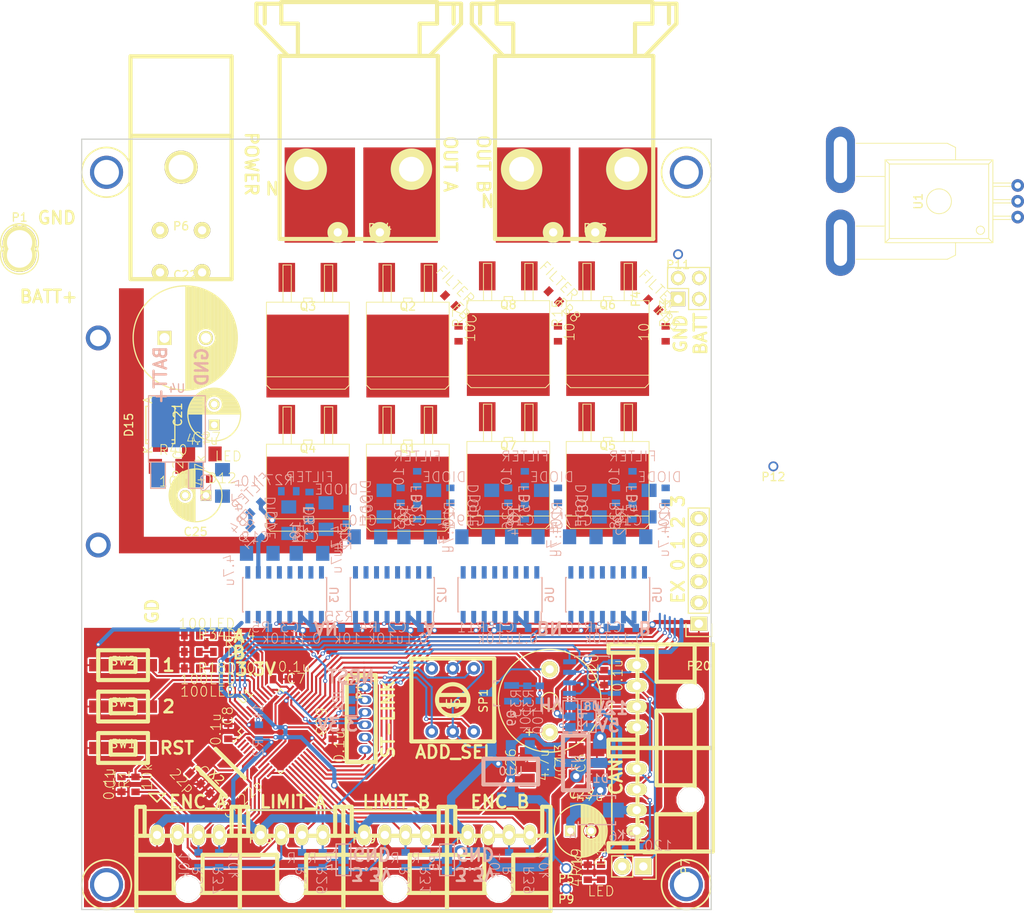
<source format=kicad_pcb>
(kicad_pcb (version 4) (host pcbnew 4.0.4-stable)
  (layers (0 F.Cu signal) (31 B.Cu signal) (34 B.Paste user) (35 F.Paste user) (36 B.SilkS user) (37 F.SilkS user) (38 B.Mask user) (39 F.Mask user) (44 Edge.Cuts user))
  (net 0 "")
  (net 1 GND)
  (net 2 /NRST)
  (net 3 /OSC_IN)
  (net 4 /OSC_OUT)
  (net 5 +3.3V)
  (net 6 "Net-(C9-Pad1)")
  (net 7 +12V)
  (net 8 GNDPWR)
  (net 9 "Net-(C11-Pad1)")
  (net 10 /OUT_AN)
  (net 11 "Net-(C16-Pad1)")
  (net 12 "Net-(C18-Pad1)")
  (net 13 /OUT_BN)
  (net 14 +BATT)
  (net 15 "Net-(D1-Pad2)")
  (net 16 /ENC_Ab)
  (net 17 /ENC_Aa)
  (net 18 /ENC_Bb)
  (net 19 /ENC_Ba)
  (net 20 /CANL)
  (net 21 "Net-(P7-Pad2)")
  (net 22 /CANH)
  (net 23 /LIMIT_A1)
  (net 24 /LIMIT_A2)
  (net 25 /LIMIT_B1)
  (net 26 /LIMIT_B2)
  (net 27 /USART_RX)
  (net 28 /USART_TX)
  (net 29 /SWDIO)
  (net 30 /SWCLK)
  (net 31 /OUT_A)
  (net 32 /OUT_B)
  (net 33 /BOOT0)
  (net 34 "Net-(R4-Pad1)")
  (net 35 "Net-(R5-Pad1)")
  (net 36 "Net-(R6-Pad2)")
  (net 37 "Net-(R7-Pad2)")
  (net 38 "Net-(R8-Pad2)")
  (net 39 "Net-(R9-Pad2)")
  (net 40 "Net-(R10-Pad1)")
  (net 41 "Net-(R11-Pad1)")
  (net 42 "Net-(R12-Pad2)")
  (net 43 "Net-(R13-Pad2)")
  (net 44 "Net-(R14-Pad2)")
  (net 45 "Net-(R15-Pad2)")
  (net 46 /MOTOR_EN)
  (net 47 /CAN_RX)
  (net 48 /PWM_A)
  (net 49 /PWM_AN)
  (net 50 /PWM_B)
  (net 51 /PWM_BN)
  (net 52 /CAN_TX)
  (net 53 /GD_12V)
  (net 54 "Net-(FB1-Pad1)")
  (net 55 "Net-(FB1-Pad2)")
  (net 56 "Net-(FB2-Pad1)")
  (net 57 "Net-(FB2-Pad2)")
  (net 58 "Net-(FB3-Pad1)")
  (net 59 "Net-(FB3-Pad2)")
  (net 60 "Net-(FB4-Pad1)")
  (net 61 "Net-(FB4-Pad2)")
  (net 62 "Net-(FB5-Pad1)")
  (net 63 "Net-(FB5-Pad2)")
  (net 64 "Net-(FB6-Pad1)")
  (net 65 "Net-(FB6-Pad2)")
  (net 66 "Net-(FB7-Pad1)")
  (net 67 "Net-(FB7-Pad2)")
  (net 68 "Net-(FB8-Pad1)")
  (net 69 "Net-(FB8-Pad2)")
  (net 70 "Net-(C10-Pad1)")
  (net 71 "Net-(C12-Pad1)")
  (net 72 "Net-(C17-Pad1)")
  (net 73 "Net-(C19-Pad1)")
  (net 74 "Net-(D10-Pad2)")
  (net 75 "Net-(D11-Pad2)")
  (net 76 "Net-(D12-Pad2)")
  (net 77 "Net-(D2-Pad1)")
  (net 78 "Net-(D3-Pad1)")
  (net 79 "Net-(D4-Pad1)")
  (net 80 "Net-(D5-Pad1)")
  (net 81 "Net-(D6-Pad1)")
  (net 82 "Net-(D7-Pad1)")
  (net 83 "Net-(D8-Pad1)")
  (net 84 "Net-(D9-Pad1)")
  (net 85 /SEL_1)
  (net 86 /SEL_2)
  (net 87 /SEL_4)
  (net 88 "Net-(JP1-Pad2)")
  (net 89 "Net-(C23-Pad1)")
  (net 90 "Net-(Q9-PadG)")
  (net 91 "Net-(Q9-PadD)")
  (net 92 /BUZZER)
  (net 93 "Net-(D14-Pad2)")
  (net 94 +5V)
  (net 95 "Net-(JP2-Pad2)")
  (net 96 /EXIO_0)
  (net 97 /EXIO_1)
  (net 98 /EXIO_2)
  (net 99 /EXIO_3)
  (net 100 "Net-(JP2-Pad3)")
  (net 101 /LED_B)
  (net 102 /LED_A)
  (net 103 /SW1)
  (net 104 /SW2)
  (net 105 "Net-(JP4-Pad2)")
  (net 106 "Net-(JP5-Pad2)")
  (net 107 /SEL_8)
  (net 108 "Net-(C21-Pad1)")
  (net 109 "Net-(D15-Pad1)")
  (module RP_KiCAD_Connector:D-3200S_2L_PW (layer F.Cu) (at 36 11.25 180)
    (fp_text reference P14 (at 0 0.5 180) (layer F.SilkS))
    (fp_text value CONN_01X02)
    (pad 1 thru_hole circle (at 0 0 180) (size 2.5 2.5) (drill 1) (layers *.Cu *.Mask F.SilkS) (net 31 /OUT_A))
    (pad 2 thru_hole circle (at 5.08 0 180) (size 2.5 2.5) (drill 1) (layers *.Cu *.Mask F.SilkS) (net 10 /OUT_AN))
    (pad 1 thru_hole circle (at -3.81 7.62 180) (size 5 5) (drill 3) (layers *.Cu *.Mask F.SilkS) (net 31 /OUT_A))
    (pad 2 thru_hole circle (at 8.89 7.62 180) (size 5 5) (drill 3) (layers *.Cu *.Mask F.SilkS) (net 10 /OUT_AN))
  )
  (module Crystals:ABM3_2pads (layer F.Cu) (at 16.8 76.5 315)
    (fp_text reference X2 (at 0 0.7 315) (layer F.SilkS))
    (fp_text value CRYSTAL)
    (pad 1 smd rect (at -2.3 0 315) (size 2.2 2.6) (layers F.Cu F.Paste F.Mask) (net 3 /OSC_IN))
    (pad 2 smd rect (at 2.3 0 315) (size 2 2.6) (layers F.Cu F.Paste F.Mask) (net 4 /OSC_OUT))
  )
  (module RP_KiCAD_Connector:XA_4LC (layer F.Cu) (at 67 71 90)
    (fp_text reference P8 (at 0 0.5 90) (layer F.SilkS))
    (fp_text value CONN_01X04)
    (pad 1 thru_hole oval (at 0 0 90) (size 1.5 2.5) (drill 1) (layers *.Cu *.Mask F.SilkS) (net 1 GND))
    (pad 2 thru_hole oval (at 2.5 0 90) (size 1.5 2.5) (drill 1) (layers *.Cu *.Mask F.SilkS) (net 7 +12V))
    (pad 3 thru_hole oval (at 5 0 90) (size 1.5 2.5) (drill 1) (layers *.Cu *.Mask F.SilkS) (net 22 /CANH))
    (pad 4 thru_hole oval (at 7.5 0 90) (size 1.5 2.5) (drill 1) (layers *.Cu *.Mask F.SilkS) (net 20 /CANL))
    (pad "" thru_hole circle (at 3.75 6.5 90) (size 3 3) (drill 3) (layers *.Cu *.Mask F.SilkS) (clearance -0.3))
  )
  (module RP_KiCAD_Connector:XA_4LC (layer F.Cu) (at 21.6 84)
    (fp_text reference P18 (at 0 0.5) (layer F.SilkS))
    (fp_text value CONN_01X04)
    (pad 1 thru_hole oval (at 0 0) (size 1.5 2.5) (drill 1) (layers *.Cu *.Mask F.SilkS) (net 1 GND))
    (pad 2 thru_hole oval (at 2.5 0) (size 1.5 2.5) (drill 1) (layers *.Cu *.Mask F.SilkS) (net 5 +3.3V))
    (pad 3 thru_hole oval (at 5 0) (size 1.5 2.5) (drill 1) (layers *.Cu *.Mask F.SilkS) (net 23 /LIMIT_A1))
    (pad 4 thru_hole oval (at 7.5 0) (size 1.5 2.5) (drill 1) (layers *.Cu *.Mask F.SilkS) (net 24 /LIMIT_A2))
    (pad "" thru_hole circle (at 3.75 6.5) (size 3 3) (drill 3) (layers *.Cu *.Mask F.SilkS) (clearance -0.3))
  )
  (module TO_SOT_Packages_SMD:TO-252-2Lead_regu (layer B.Cu) (at 11.5 40.5 180)
    (fp_text reference U4 (at 0 10.414 180) (layer B.SilkS) (effects (justify mirror)))
    (fp_text value LM7812)
    (pad VI smd rect (at -2.286 0 180) (size 1.651 3.048) (layers B.Cu B.Paste B.Mask) (net 108 "Net-(C21-Pad1)"))
    (pad GND smd rect (at 0 6.35 180) (size 6.096 6.096) (layers B.Cu B.Paste B.Mask) (net 8 GNDPWR))
    (pad VO smd rect (at 2.286 0 180) (size 1.651 3.048) (layers B.Cu B.Paste B.Mask) (net 53 /GD_12V))
  )
  (module RP_KiCAD_Connector:XA_4LC (layer F.Cu) (at 34.1 84)
    (fp_text reference P19 (at 0 0.5) (layer F.SilkS))
    (fp_text value CONN_01X04)
    (pad 1 thru_hole oval (at 0 0) (size 1.5 2.5) (drill 1) (layers *.Cu *.Mask F.SilkS) (net 1 GND))
    (pad 2 thru_hole oval (at 2.5 0) (size 1.5 2.5) (drill 1) (layers *.Cu *.Mask F.SilkS) (net 5 +3.3V))
    (pad 3 thru_hole oval (at 5 0) (size 1.5 2.5) (drill 1) (layers *.Cu *.Mask F.SilkS) (net 25 /LIMIT_B1))
    (pad 4 thru_hole oval (at 7.5 0) (size 1.5 2.5) (drill 1) (layers *.Cu *.Mask F.SilkS) (net 26 /LIMIT_B2))
    (pad "" thru_hole circle (at 3.75 6.5) (size 3 3) (drill 3) (layers *.Cu *.Mask F.SilkS) (clearance -0.3))
  )
  (module Housings_QFP:LQFP-48_7x7mm_Pitch0.5mm (layer F.Cu) (at 24 71.5 45)
    (fp_text reference U1 (at 0 -6 45) (layer F.SilkS))
    (fp_text value STM32F103_48)
    (pad 1 smd rect (at -4.35 -2.75 45) (size 1.3 0.25) (layers F.Cu F.Paste F.Mask) (net 5 +3.3V))
    (pad 2 smd rect (at -4.35 -2.25 45) (size 1.3 0.25) (layers F.Cu F.Paste F.Mask))
    (pad 3 smd rect (at -4.35 -1.75 45) (size 1.3 0.25) (layers F.Cu F.Paste F.Mask))
    (pad 4 smd rect (at -4.35 -1.25 45) (size 1.3 0.25) (layers F.Cu F.Paste F.Mask))
    (pad 5 smd rect (at -4.35 -0.75 45) (size 1.3 0.25) (layers F.Cu F.Paste F.Mask) (net 3 /OSC_IN))
    (pad 6 smd rect (at -4.35 -0.25 45) (size 1.3 0.25) (layers F.Cu F.Paste F.Mask) (net 4 /OSC_OUT))
    (pad 7 smd rect (at -4.35 0.25 45) (size 1.3 0.25) (layers F.Cu F.Paste F.Mask) (net 2 /NRST))
    (pad 8 smd rect (at -4.35 0.75 45) (size 1.3 0.25) (layers F.Cu F.Paste F.Mask) (net 1 GND))
    (pad 9 smd rect (at -4.35 1.25 45) (size 1.3 0.25) (layers F.Cu F.Paste F.Mask) (net 5 +3.3V))
    (pad 10 smd rect (at -4.35 1.75 45) (size 1.3 0.25) (layers F.Cu F.Paste F.Mask) (net 17 /ENC_Aa))
    (pad 11 smd rect (at -4.35 2.25 45) (size 1.3 0.25) (layers F.Cu F.Paste F.Mask) (net 16 /ENC_Ab))
    (pad 12 smd rect (at -4.35 2.75 45) (size 1.3 0.25) (layers F.Cu F.Paste F.Mask) (net 23 /LIMIT_A1))
    (pad 13 smd rect (at -2.75 4.35 135) (size 1.3 0.25) (layers F.Cu F.Paste F.Mask) (net 24 /LIMIT_A2))
    (pad 14 smd rect (at -2.25 4.35 135) (size 1.3 0.25) (layers F.Cu F.Paste F.Mask) (net 25 /LIMIT_B1))
    (pad 15 smd rect (at -1.75 4.35 135) (size 1.3 0.25) (layers F.Cu F.Paste F.Mask) (net 26 /LIMIT_B2))
    (pad 16 smd rect (at -1.25 4.35 135) (size 1.3 0.25) (layers F.Cu F.Paste F.Mask) (net 19 /ENC_Ba))
    (pad 17 smd rect (at -0.75 4.35 135) (size 1.3 0.25) (layers F.Cu F.Paste F.Mask) (net 18 /ENC_Bb))
    (pad 18 smd rect (at -0.25 4.35 135) (size 1.3 0.25) (layers F.Cu F.Paste F.Mask) (net 96 /EXIO_0))
    (pad 19 smd rect (at 0.25 4.35 135) (size 1.3 0.25) (layers F.Cu F.Paste F.Mask) (net 97 /EXIO_1))
    (pad 20 smd rect (at 0.75 4.35 135) (size 1.3 0.25) (layers F.Cu F.Paste F.Mask) (net 92 /BUZZER))
    (pad 21 smd rect (at 1.25 4.35 135) (size 1.3 0.25) (layers F.Cu F.Paste F.Mask) (net 28 /USART_TX))
    (pad 22 smd rect (at 1.75 4.35 135) (size 1.3 0.25) (layers F.Cu F.Paste F.Mask) (net 27 /USART_RX))
    (pad 23 smd rect (at 2.25 4.35 135) (size 1.3 0.25) (layers F.Cu F.Paste F.Mask) (net 1 GND))
    (pad 24 smd rect (at 2.75 4.35 135) (size 1.3 0.25) (layers F.Cu F.Paste F.Mask) (net 5 +3.3V))
    (pad 25 smd rect (at 4.35 2.75 45) (size 1.3 0.25) (layers F.Cu F.Paste F.Mask) (net 85 /SEL_1))
    (pad 26 smd rect (at 4.35 2.25 45) (size 1.3 0.25) (layers F.Cu F.Paste F.Mask) (net 86 /SEL_2))
    (pad 27 smd rect (at 4.35 1.75 45) (size 1.3 0.25) (layers F.Cu F.Paste F.Mask) (net 87 /SEL_4))
    (pad 28 smd rect (at 4.35 1.25 45) (size 1.3 0.25) (layers F.Cu F.Paste F.Mask) (net 107 /SEL_8))
    (pad 29 smd rect (at 4.35 0.75 45) (size 1.3 0.25) (layers F.Cu F.Paste F.Mask) (net 46 /MOTOR_EN))
    (pad 30 smd rect (at 4.35 0.25 45) (size 1.3 0.25) (layers F.Cu F.Paste F.Mask) (net 98 /EXIO_2))
    (pad 31 smd rect (at 4.35 -0.25 45) (size 1.3 0.25) (layers F.Cu F.Paste F.Mask) (net 99 /EXIO_3))
    (pad 32 smd rect (at 4.35 -0.75 45) (size 1.3 0.25) (layers F.Cu F.Paste F.Mask) (net 47 /CAN_RX))
    (pad 33 smd rect (at 4.35 -1.25 45) (size 1.3 0.25) (layers F.Cu F.Paste F.Mask) (net 52 /CAN_TX))
    (pad 34 smd rect (at 4.35 -1.75 45) (size 1.3 0.25) (layers F.Cu F.Paste F.Mask) (net 29 /SWDIO))
    (pad 35 smd rect (at 4.35 -2.25 45) (size 1.3 0.25) (layers F.Cu F.Paste F.Mask) (net 1 GND))
    (pad 36 smd rect (at 4.35 -2.75 45) (size 1.3 0.25) (layers F.Cu F.Paste F.Mask) (net 5 +3.3V))
    (pad 37 smd rect (at 2.75 -4.35 135) (size 1.3 0.25) (layers F.Cu F.Paste F.Mask) (net 30 /SWCLK))
    (pad 38 smd rect (at 2.25 -4.35 135) (size 1.3 0.25) (layers F.Cu F.Paste F.Mask) (net 102 /LED_A))
    (pad 39 smd rect (at 1.75 -4.35 135) (size 1.3 0.25) (layers F.Cu F.Paste F.Mask) (net 101 /LED_B))
    (pad 40 smd rect (at 1.25 -4.35 135) (size 1.3 0.25) (layers F.Cu F.Paste F.Mask) (net 103 /SW1))
    (pad 41 smd rect (at 0.75 -4.35 135) (size 1.3 0.25) (layers F.Cu F.Paste F.Mask) (net 104 /SW2))
    (pad 42 smd rect (at 0.25 -4.35 135) (size 1.3 0.25) (layers F.Cu F.Paste F.Mask) (net 50 /PWM_B))
    (pad 43 smd rect (at -0.25 -4.35 135) (size 1.3 0.25) (layers F.Cu F.Paste F.Mask) (net 51 /PWM_BN))
    (pad 44 smd rect (at -0.75 -4.35 135) (size 1.3 0.25) (layers F.Cu F.Paste F.Mask) (net 33 /BOOT0))
    (pad 45 smd rect (at -1.25 -4.35 135) (size 1.3 0.25) (layers F.Cu F.Paste F.Mask) (net 48 /PWM_A))
    (pad 46 smd rect (at -1.75 -4.35 135) (size 1.3 0.25) (layers F.Cu F.Paste F.Mask) (net 49 /PWM_AN))
    (pad 47 smd rect (at -2.25 -4.35 135) (size 1.3 0.25) (layers F.Cu F.Paste F.Mask) (net 1 GND))
    (pad 48 smd rect (at -2.75 -4.35 135) (size 1.3 0.25) (layers F.Cu F.Paste F.Mask) (net 5 +3.3V))
  )
  (module Capacitors_ThroughHole:C_Radial_D6.3_L11.2_P2.5 (layer F.Cu) (at 59 83.5)
    (fp_text reference C23 (at 1.25 -4.4) (layer F.SilkS))
    (fp_text value 100u)
    (pad 2 thru_hole circle (at 2.5 0) (size 1.3 1.3) (drill 0.8) (layers *.Cu *.Mask F.SilkS) (net 1 GND))
    (pad 1 thru_hole rect (at 0 0) (size 1.3 1.3) (drill 0.8) (layers *.Cu *.Mask F.SilkS) (net 89 "Net-(C23-Pad1)"))
  )
  (module RP_KiCAD_Connector:XA_4LC (layer F.Cu) (at 67 83.5 90)
    (fp_text reference P16 (at 0 0.5 90) (layer F.SilkS))
    (fp_text value CONN_01X04)
    (pad 1 thru_hole oval (at 0 0 90) (size 1.5 2.5) (drill 1) (layers *.Cu *.Mask F.SilkS) (net 1 GND))
    (pad 2 thru_hole oval (at 2.5 0 90) (size 1.5 2.5) (drill 1) (layers *.Cu *.Mask F.SilkS) (net 7 +12V))
    (pad 3 thru_hole oval (at 5 0 90) (size 1.5 2.5) (drill 1) (layers *.Cu *.Mask F.SilkS) (net 22 /CANH))
    (pad 4 thru_hole oval (at 7.5 0 90) (size 1.5 2.5) (drill 1) (layers *.Cu *.Mask F.SilkS) (net 20 /CANL))
    (pad "" thru_hole circle (at 3.75 6.5 90) (size 3 3) (drill 3) (layers *.Cu *.Mask F.SilkS) (clearance -0.3))
  )
  (module RP_KiCAD_Libs:C3216 (layer B.Cu) (at 40.5 48 180)
    (fp_text reference C9 (at -1.27 1.27 180) (layer B.SilkS) (effects (font (size 1.2065 1.2065) (thickness 0.1016)) (justify left bottom mirror)))
    (fp_text value 4.7u (at -4.5 2 270) (layer B.SilkS) (effects (font (size 1.2065 1.2065) (thickness 0.1016)) (justify left bottom mirror)))
    (pad 1 smd rect (at -1.6 0 180) (size 1.6 1.8) (layers B.Cu B.Paste B.Mask) (net 6 "Net-(C9-Pad1)"))
    (pad 2 smd rect (at 1.6 0 180) (size 1.6 1.8) (layers B.Cu B.Paste B.Mask) (net 31 /OUT_A))
  )
  (module RP_KiCAD_Libs:C3216 (layer B.Cu) (at 34.5 48 180)
    (fp_text reference C10 (at -1.27 1.27 180) (layer B.SilkS) (effects (font (size 1.2065 1.2065) (thickness 0.1016)) (justify left bottom mirror)))
    (fp_text value 4.7u (at 3 1.5 270) (layer B.SilkS) (effects (font (size 1.2065 1.2065) (thickness 0.1016)) (justify left bottom mirror)))
    (pad 1 smd rect (at -1.6 0 180) (size 1.6 1.8) (layers B.Cu B.Paste B.Mask) (net 70 "Net-(C10-Pad1)"))
    (pad 2 smd rect (at 1.6 0 180) (size 1.6 1.8) (layers B.Cu B.Paste B.Mask) (net 8 GNDPWR))
  )
  (module RP_KiCAD_Libs:C3216 (layer B.Cu) (at 27.5 50 180)
    (fp_text reference C11 (at -1.27 1.27 180) (layer B.SilkS) (effects (font (size 1.2065 1.2065) (thickness 0.1016)) (justify left bottom mirror)))
    (fp_text value 4.7u (at -4 1.5 270) (layer B.SilkS) (effects (font (size 1.2065 1.2065) (thickness 0.1016)) (justify left bottom mirror)))
    (pad 1 smd rect (at -1.6 0 180) (size 1.6 1.8) (layers B.Cu B.Paste B.Mask) (net 9 "Net-(C11-Pad1)"))
    (pad 2 smd rect (at 1.6 0 180) (size 1.6 1.8) (layers B.Cu B.Paste B.Mask) (net 10 /OUT_AN))
  )
  (module RP_KiCAD_Libs:C3216 (layer B.Cu) (at 21.5 50 180)
    (fp_text reference C12 (at -1.27 1.27 180) (layer B.SilkS) (effects (font (size 1.2065 1.2065) (thickness 0.1016)) (justify left bottom mirror)))
    (fp_text value 4.7u (at 3 0 270) (layer B.SilkS) (effects (font (size 1.2065 1.2065) (thickness 0.1016)) (justify left bottom mirror)))
    (pad 1 smd rect (at -1.6 0 180) (size 1.6 1.8) (layers B.Cu B.Paste B.Mask) (net 71 "Net-(C12-Pad1)"))
    (pad 2 smd rect (at 1.6 0 180) (size 1.6 1.8) (layers B.Cu B.Paste B.Mask) (net 8 GNDPWR))
  )
  (module RP_KiCAD_Libs:C3216 (layer B.Cu) (at 66.5 48 180)
    (fp_text reference C16 (at -1.27 1.27 180) (layer B.SilkS) (effects (font (size 1.2065 1.2065) (thickness 0.1016)) (justify left bottom mirror)))
    (fp_text value 4.7u (at -4.5 1.5 270) (layer B.SilkS) (effects (font (size 1.2065 1.2065) (thickness 0.1016)) (justify left bottom mirror)))
    (pad 1 smd rect (at -1.6 0 180) (size 1.6 1.8) (layers B.Cu B.Paste B.Mask) (net 11 "Net-(C16-Pad1)"))
    (pad 2 smd rect (at 1.6 0 180) (size 1.6 1.8) (layers B.Cu B.Paste B.Mask) (net 32 /OUT_B))
  )
  (module RP_KiCAD_Libs:C3216 (layer B.Cu) (at 60.5 48 180)
    (fp_text reference C17 (at -1.27 1.27 180) (layer B.SilkS) (effects (font (size 1.2065 1.2065) (thickness 0.1016)) (justify left bottom mirror)))
    (fp_text value 4.7u (at 3 1.5 270) (layer B.SilkS) (effects (font (size 1.2065 1.2065) (thickness 0.1016)) (justify left bottom mirror)))
    (pad 1 smd rect (at -1.6 0 180) (size 1.6 1.8) (layers B.Cu B.Paste B.Mask) (net 72 "Net-(C17-Pad1)"))
    (pad 2 smd rect (at 1.6 0 180) (size 1.6 1.8) (layers B.Cu B.Paste B.Mask) (net 8 GNDPWR))
  )
  (module RP_KiCAD_Libs:C3216 (layer B.Cu) (at 53.5 48 180)
    (fp_text reference C18 (at -1.27 1.27 180) (layer B.SilkS) (effects (font (size 1.2065 1.2065) (thickness 0.1016)) (justify left bottom mirror)))
    (fp_text value 4.7u (at -4.5 1.5 270) (layer B.SilkS) (effects (font (size 1.2065 1.2065) (thickness 0.1016)) (justify left bottom mirror)))
    (pad 1 smd rect (at -1.6 0 180) (size 1.6 1.8) (layers B.Cu B.Paste B.Mask) (net 12 "Net-(C18-Pad1)"))
    (pad 2 smd rect (at 1.6 0 180) (size 1.6 1.8) (layers B.Cu B.Paste B.Mask) (net 13 /OUT_BN))
  )
  (module RP_KiCAD_Libs:C3216 (layer B.Cu) (at 47.5 48 180)
    (fp_text reference C19 (at -1.27 1.27 180) (layer B.SilkS) (effects (font (size 1.2065 1.2065) (thickness 0.1016)) (justify left bottom mirror)))
    (fp_text value 4.7u (at 3 2 270) (layer B.SilkS) (effects (font (size 1.2065 1.2065) (thickness 0.1016)) (justify left bottom mirror)))
    (pad 1 smd rect (at -1.6 0 180) (size 1.6 1.8) (layers B.Cu B.Paste B.Mask) (net 73 "Net-(C19-Pad1)"))
    (pad 2 smd rect (at 1.6 0 180) (size 1.6 1.8) (layers B.Cu B.Paste B.Mask) (net 8 GNDPWR))
  )
  (module RP_KiCAD_Libs:C3216 (layer B.Cu) (at 42.5 44 270)
    (fp_text reference D2 (at -1.27 1.27 270) (layer B.SilkS) (effects (font (size 1.2065 1.2065) (thickness 0.1016)) (justify left bottom mirror)))
    (fp_text value DIODE (at -2.5 -4 360) (layer B.SilkS) (effects (font (size 1.2065 1.2065) (thickness 0.1016)) (justify left bottom mirror)))
    (pad 1 smd rect (at -1.6 0 270) (size 1.6 1.8) (layers B.Cu B.Paste B.Mask) (net 77 "Net-(D2-Pad1)"))
    (pad 2 smd rect (at 1.6 0 270) (size 1.6 1.8) (layers B.Cu B.Paste B.Mask) (net 6 "Net-(C9-Pad1)"))
  )
  (module RP_KiCAD_Libs:C3216 (layer B.Cu) (at 29.5 45.5 270)
    (fp_text reference D3 (at -1.27 1.27 270) (layer B.SilkS) (effects (font (size 1.2065 1.2065) (thickness 0.1016)) (justify left bottom mirror)))
    (fp_text value DIODE (at -2.5 -4 540) (layer B.SilkS) (effects (font (size 1.2065 1.2065) (thickness 0.1016)) (justify left bottom mirror)))
    (pad 1 smd rect (at -1.6 0 270) (size 1.6 1.8) (layers B.Cu B.Paste B.Mask) (net 78 "Net-(D3-Pad1)"))
    (pad 2 smd rect (at 1.6 0 270) (size 1.6 1.8) (layers B.Cu B.Paste B.Mask) (net 9 "Net-(C11-Pad1)"))
  )
  (module RP_KiCAD_Libs:C3216 (layer B.Cu) (at 68.5 44 270)
    (fp_text reference D4 (at -1.27 1.27 270) (layer B.SilkS) (effects (font (size 1.2065 1.2065) (thickness 0.1016)) (justify left bottom mirror)))
    (fp_text value DIODE (at -2.5 -4 360) (layer B.SilkS) (effects (font (size 1.2065 1.2065) (thickness 0.1016)) (justify left bottom mirror)))
    (pad 1 smd rect (at -1.6 0 270) (size 1.6 1.8) (layers B.Cu B.Paste B.Mask) (net 79 "Net-(D4-Pad1)"))
    (pad 2 smd rect (at 1.6 0 270) (size 1.6 1.8) (layers B.Cu B.Paste B.Mask) (net 11 "Net-(C16-Pad1)"))
  )
  (module RP_KiCAD_Libs:C3216 (layer B.Cu) (at 55.5 44 270)
    (fp_text reference D5 (at -1.27 1.27 270) (layer B.SilkS) (effects (font (size 1.2065 1.2065) (thickness 0.1016)) (justify left bottom mirror)))
    (fp_text value DIODE (at -2.5 -4 540) (layer B.SilkS) (effects (font (size 1.2065 1.2065) (thickness 0.1016)) (justify left bottom mirror)))
    (pad 1 smd rect (at -1.6 0 270) (size 1.6 1.8) (layers B.Cu B.Paste B.Mask) (net 80 "Net-(D5-Pad1)"))
    (pad 2 smd rect (at 1.6 0 270) (size 1.6 1.8) (layers B.Cu B.Paste B.Mask) (net 12 "Net-(C18-Pad1)"))
  )
  (module Pin_Headers:Pin_Header_Straight_1x02 (layer F.Cu) (at 67.8 87.8 270)
    (fp_text reference P7 (at 0 -5.1 270) (layer F.SilkS))
    (fp_text value CONN_01X02)
    (pad 1 thru_hole rect (at 0 0 270) (size 2.032 2.032) (drill 1.016) (layers *.Cu *.Mask F.SilkS) (net 20 /CANL))
    (pad 2 thru_hole oval (at 0 2.54 270) (size 2.032 2.032) (drill 1.016) (layers *.Cu *.Mask F.SilkS) (net 21 "Net-(P7-Pad2)"))
  )
  (module Housings_SOIC:SOIC-16_3.9x9.9mm_Pitch1.27mm (layer B.Cu) (at 37.5 55 90)
    (fp_text reference U2 (at 0 6 90) (layer B.SilkS) (effects (justify mirror)))
    (fp_text value SI8234)
    (pad 1 smd rect (at -2.7 4.445 90) (size 1.5 0.6) (layers B.Cu B.Paste B.Mask) (net 48 /PWM_A))
    (pad 2 smd rect (at -2.7 3.175 90) (size 1.5 0.6) (layers B.Cu B.Paste B.Mask))
    (pad 3 smd rect (at -2.7 1.905 90) (size 1.5 0.6) (layers B.Cu B.Paste B.Mask) (net 5 +3.3V))
    (pad 4 smd rect (at -2.7 0.635 90) (size 1.5 0.6) (layers B.Cu B.Paste B.Mask) (net 1 GND))
    (pad 5 smd rect (at -2.7 -0.635 90) (size 1.5 0.6) (layers B.Cu B.Paste B.Mask) (net 46 /MOTOR_EN))
    (pad 6 smd rect (at -2.7 -1.905 90) (size 1.5 0.6) (layers B.Cu B.Paste B.Mask) (net 34 "Net-(R4-Pad1)"))
    (pad 7 smd rect (at -2.7 -3.175 90) (size 1.5 0.6) (layers B.Cu B.Paste B.Mask))
    (pad 8 smd rect (at -2.7 -4.445 90) (size 1.5 0.6) (layers B.Cu B.Paste B.Mask) (net 5 +3.3V))
    (pad 9 smd rect (at 2.7 -4.445 90) (size 1.5 0.6) (layers B.Cu B.Paste B.Mask) (net 8 GNDPWR))
    (pad 10 smd rect (at 2.7 -3.175 90) (size 1.5 0.6) (layers B.Cu B.Paste B.Mask) (net 37 "Net-(R7-Pad2)"))
    (pad 11 smd rect (at 2.7 -1.905 90) (size 1.5 0.6) (layers B.Cu B.Paste B.Mask) (net 70 "Net-(C10-Pad1)"))
    (pad 12 smd rect (at 2.7 -0.635 90) (size 1.5 0.6) (layers B.Cu B.Paste B.Mask))
    (pad 13 smd rect (at 2.7 0.635 90) (size 1.5 0.6) (layers B.Cu B.Paste B.Mask))
    (pad 14 smd rect (at 2.7 1.905 90) (size 1.5 0.6) (layers B.Cu B.Paste B.Mask) (net 31 /OUT_A))
    (pad 15 smd rect (at 2.7 3.175 90) (size 1.5 0.6) (layers B.Cu B.Paste B.Mask) (net 36 "Net-(R6-Pad2)"))
    (pad 16 smd rect (at 2.7 4.445 90) (size 1.5 0.6) (layers B.Cu B.Paste B.Mask) (net 6 "Net-(C9-Pad1)"))
  )
  (module Housings_SOIC:SOIC-16_3.9x9.9mm_Pitch1.27mm (layer B.Cu) (at 24.5 55 90)
    (fp_text reference U3 (at 0 6 90) (layer B.SilkS) (effects (justify mirror)))
    (fp_text value SI8234)
    (pad 1 smd rect (at -2.7 4.445 90) (size 1.5 0.6) (layers B.Cu B.Paste B.Mask) (net 49 /PWM_AN))
    (pad 2 smd rect (at -2.7 3.175 90) (size 1.5 0.6) (layers B.Cu B.Paste B.Mask))
    (pad 3 smd rect (at -2.7 1.905 90) (size 1.5 0.6) (layers B.Cu B.Paste B.Mask) (net 5 +3.3V))
    (pad 4 smd rect (at -2.7 0.635 90) (size 1.5 0.6) (layers B.Cu B.Paste B.Mask) (net 1 GND))
    (pad 5 smd rect (at -2.7 -0.635 90) (size 1.5 0.6) (layers B.Cu B.Paste B.Mask) (net 46 /MOTOR_EN))
    (pad 6 smd rect (at -2.7 -1.905 90) (size 1.5 0.6) (layers B.Cu B.Paste B.Mask) (net 35 "Net-(R5-Pad1)"))
    (pad 7 smd rect (at -2.7 -3.175 90) (size 1.5 0.6) (layers B.Cu B.Paste B.Mask))
    (pad 8 smd rect (at -2.7 -4.445 90) (size 1.5 0.6) (layers B.Cu B.Paste B.Mask) (net 5 +3.3V))
    (pad 9 smd rect (at 2.7 -4.445 90) (size 1.5 0.6) (layers B.Cu B.Paste B.Mask) (net 8 GNDPWR))
    (pad 10 smd rect (at 2.7 -3.175 90) (size 1.5 0.6) (layers B.Cu B.Paste B.Mask) (net 39 "Net-(R9-Pad2)"))
    (pad 11 smd rect (at 2.7 -1.905 90) (size 1.5 0.6) (layers B.Cu B.Paste B.Mask) (net 71 "Net-(C12-Pad1)"))
    (pad 12 smd rect (at 2.7 -0.635 90) (size 1.5 0.6) (layers B.Cu B.Paste B.Mask))
    (pad 13 smd rect (at 2.7 0.635 90) (size 1.5 0.6) (layers B.Cu B.Paste B.Mask))
    (pad 14 smd rect (at 2.7 1.905 90) (size 1.5 0.6) (layers B.Cu B.Paste B.Mask) (net 10 /OUT_AN))
    (pad 15 smd rect (at 2.7 3.175 90) (size 1.5 0.6) (layers B.Cu B.Paste B.Mask) (net 38 "Net-(R8-Pad2)"))
    (pad 16 smd rect (at 2.7 4.445 90) (size 1.5 0.6) (layers B.Cu B.Paste B.Mask) (net 9 "Net-(C11-Pad1)"))
  )
  (module Housings_SOIC:SOIC-16_3.9x9.9mm_Pitch1.27mm (layer B.Cu) (at 63.5 55 90)
    (fp_text reference U5 (at 0 6 90) (layer B.SilkS) (effects (justify mirror)))
    (fp_text value SI8234)
    (pad 1 smd rect (at -2.7 4.445 90) (size 1.5 0.6) (layers B.Cu B.Paste B.Mask) (net 50 /PWM_B))
    (pad 2 smd rect (at -2.7 3.175 90) (size 1.5 0.6) (layers B.Cu B.Paste B.Mask))
    (pad 3 smd rect (at -2.7 1.905 90) (size 1.5 0.6) (layers B.Cu B.Paste B.Mask) (net 5 +3.3V))
    (pad 4 smd rect (at -2.7 0.635 90) (size 1.5 0.6) (layers B.Cu B.Paste B.Mask) (net 1 GND))
    (pad 5 smd rect (at -2.7 -0.635 90) (size 1.5 0.6) (layers B.Cu B.Paste B.Mask) (net 46 /MOTOR_EN))
    (pad 6 smd rect (at -2.7 -1.905 90) (size 1.5 0.6) (layers B.Cu B.Paste B.Mask) (net 40 "Net-(R10-Pad1)"))
    (pad 7 smd rect (at -2.7 -3.175 90) (size 1.5 0.6) (layers B.Cu B.Paste B.Mask))
    (pad 8 smd rect (at -2.7 -4.445 90) (size 1.5 0.6) (layers B.Cu B.Paste B.Mask) (net 5 +3.3V))
    (pad 9 smd rect (at 2.7 -4.445 90) (size 1.5 0.6) (layers B.Cu B.Paste B.Mask) (net 8 GNDPWR))
    (pad 10 smd rect (at 2.7 -3.175 90) (size 1.5 0.6) (layers B.Cu B.Paste B.Mask) (net 43 "Net-(R13-Pad2)"))
    (pad 11 smd rect (at 2.7 -1.905 90) (size 1.5 0.6) (layers B.Cu B.Paste B.Mask) (net 72 "Net-(C17-Pad1)"))
    (pad 12 smd rect (at 2.7 -0.635 90) (size 1.5 0.6) (layers B.Cu B.Paste B.Mask))
    (pad 13 smd rect (at 2.7 0.635 90) (size 1.5 0.6) (layers B.Cu B.Paste B.Mask))
    (pad 14 smd rect (at 2.7 1.905 90) (size 1.5 0.6) (layers B.Cu B.Paste B.Mask) (net 32 /OUT_B))
    (pad 15 smd rect (at 2.7 3.175 90) (size 1.5 0.6) (layers B.Cu B.Paste B.Mask) (net 42 "Net-(R12-Pad2)"))
    (pad 16 smd rect (at 2.7 4.445 90) (size 1.5 0.6) (layers B.Cu B.Paste B.Mask) (net 11 "Net-(C16-Pad1)"))
  )
  (module Housings_SOIC:SOIC-16_3.9x9.9mm_Pitch1.27mm (layer B.Cu) (at 50.5 55 90)
    (fp_text reference U6 (at 0 6 90) (layer B.SilkS) (effects (justify mirror)))
    (fp_text value SI8234)
    (pad 1 smd rect (at -2.7 4.445 90) (size 1.5 0.6) (layers B.Cu B.Paste B.Mask) (net 51 /PWM_BN))
    (pad 2 smd rect (at -2.7 3.175 90) (size 1.5 0.6) (layers B.Cu B.Paste B.Mask))
    (pad 3 smd rect (at -2.7 1.905 90) (size 1.5 0.6) (layers B.Cu B.Paste B.Mask) (net 5 +3.3V))
    (pad 4 smd rect (at -2.7 0.635 90) (size 1.5 0.6) (layers B.Cu B.Paste B.Mask) (net 1 GND))
    (pad 5 smd rect (at -2.7 -0.635 90) (size 1.5 0.6) (layers B.Cu B.Paste B.Mask) (net 46 /MOTOR_EN))
    (pad 6 smd rect (at -2.7 -1.905 90) (size 1.5 0.6) (layers B.Cu B.Paste B.Mask) (net 41 "Net-(R11-Pad1)"))
    (pad 7 smd rect (at -2.7 -3.175 90) (size 1.5 0.6) (layers B.Cu B.Paste B.Mask))
    (pad 8 smd rect (at -2.7 -4.445 90) (size 1.5 0.6) (layers B.Cu B.Paste B.Mask) (net 5 +3.3V))
    (pad 9 smd rect (at 2.7 -4.445 90) (size 1.5 0.6) (layers B.Cu B.Paste B.Mask) (net 8 GNDPWR))
    (pad 10 smd rect (at 2.7 -3.175 90) (size 1.5 0.6) (layers B.Cu B.Paste B.Mask) (net 45 "Net-(R15-Pad2)"))
    (pad 11 smd rect (at 2.7 -1.905 90) (size 1.5 0.6) (layers B.Cu B.Paste B.Mask) (net 73 "Net-(C19-Pad1)"))
    (pad 12 smd rect (at 2.7 -0.635 90) (size 1.5 0.6) (layers B.Cu B.Paste B.Mask))
    (pad 13 smd rect (at 2.7 0.635 90) (size 1.5 0.6) (layers B.Cu B.Paste B.Mask))
    (pad 14 smd rect (at 2.7 1.905 90) (size 1.5 0.6) (layers B.Cu B.Paste B.Mask) (net 13 /OUT_BN))
    (pad 15 smd rect (at 2.7 3.175 90) (size 1.5 0.6) (layers B.Cu B.Paste B.Mask) (net 44 "Net-(R14-Pad2)"))
    (pad 16 smd rect (at 2.7 4.445 90) (size 1.5 0.6) (layers B.Cu B.Paste B.Mask) (net 12 "Net-(C18-Pad1)"))
  )
  (module Housings_SOIC:SOIC-8_3.9x4.9mm_Pitch1.27mm (layer B.Cu) (at 61.6 65)
    (fp_text reference U8 (at 0 3.5) (layer B.SilkS) (effects (justify mirror)))
    (fp_text value MAX3051)
    (pad 1 smd rect (at -2.7 1.905) (size 1.55 0.6) (layers B.Cu B.Paste B.Mask) (net 52 /CAN_TX))
    (pad 2 smd rect (at -2.7 0.635) (size 1.55 0.6) (layers B.Cu B.Paste B.Mask) (net 1 GND))
    (pad 3 smd rect (at -2.7 -0.635) (size 1.55 0.6) (layers B.Cu B.Paste B.Mask) (net 5 +3.3V))
    (pad 4 smd rect (at -2.7 -1.905) (size 1.55 0.6) (layers B.Cu B.Paste B.Mask) (net 47 /CAN_RX))
    (pad 5 smd rect (at 2.7 -1.905) (size 1.55 0.6) (layers B.Cu B.Paste B.Mask) (net 1 GND))
    (pad 6 smd rect (at 2.7 -0.635) (size 1.55 0.6) (layers B.Cu B.Paste B.Mask) (net 20 /CANL))
    (pad 7 smd rect (at 2.7 0.635) (size 1.55 0.6) (layers B.Cu B.Paste B.Mask) (net 22 /CANH))
    (pad 8 smd rect (at 2.7 1.905) (size 1.55 0.6) (layers B.Cu B.Paste B.Mask) (net 1 GND))
  )
  (module RP_KiCAD_Connector:D-3500D_4S (layer F.Cu) (at 12 11 180)
    (fp_text reference P6 (at 0 0.5 180) (layer F.SilkS))
    (fp_text value CONN_01X04)
    (pad 1 thru_hole circle (at -2.54 0 180) (size 2 2) (drill 1) (layers *.Cu *.Mask F.SilkS) (net 8 GNDPWR))
    (pad 2 thru_hole circle (at -2.54 -5.08 180) (size 2 2) (drill 1) (layers *.Cu *.Mask F.SilkS) (net 14 +BATT))
    (pad 3 thru_hole circle (at 2.54 0 180) (size 2 2) (drill 1) (layers *.Cu *.Mask F.SilkS) (net 8 GNDPWR))
    (pad 4 thru_hole circle (at 2.54 -5.08 180) (size 2 2) (drill 1) (layers *.Cu *.Mask F.SilkS) (net 14 +BATT))
    (pad "" thru_hole circle (at 0 7.62 180) (size 4 4) (drill 3) (layers *.Cu *.Mask F.SilkS))
  )
  (module RP_KiCAD_Libs:C3216 (layer F.Cu) (at 14.5 38)
    (fp_text reference C27 (at -1.27 -1.27) (layer F.SilkS) (effects (font (size 1.2065 1.2065) (thickness 0.1016)) (justify left bottom)))
    (fp_text value 4.7u (at -2 -1) (layer F.SilkS) (effects (font (size 1.2065 1.2065) (thickness 0.1016)) (justify left bottom)))
    (pad 1 smd rect (at -1.6 0) (size 1.6 1.8) (layers F.Cu F.Paste F.Mask) (net 108 "Net-(C21-Pad1)"))
    (pad 2 smd rect (at 1.6 0) (size 1.6 1.8) (layers F.Cu F.Paste F.Mask) (net 8 GNDPWR))
  )
  (module RP_KiCAD_Libs:C3216 (layer B.Cu) (at 17 41.5 270)
    (fp_text reference C28 (at -1.27 1.27 270) (layer B.SilkS) (effects (font (size 1.2065 1.2065) (thickness 0.1016)) (justify left bottom mirror)))
    (fp_text value 4.7u (at -0.6 -2.5 270) (layer B.SilkS) (effects (font (size 1.2065 1.2065) (thickness 0.1016)) (justify left bottom mirror)))
    (pad 1 smd rect (at -1.6 0 270) (size 1.6 1.8) (layers B.Cu B.Paste B.Mask) (net 53 /GD_12V))
    (pad 2 smd rect (at 1.6 0 270) (size 1.6 1.8) (layers B.Cu B.Paste B.Mask) (net 8 GNDPWR))
  )
  (module RP_KiCAD_Libs:C1608_WP (layer F.Cu) (at 4.8 77.9 90)
    (fp_text reference C1 (at -0.635 -0.635 90) (layer F.SilkS) (effects (font (size 1.2065 1.2065) (thickness 0.1016)) (justify left bottom)))
    (fp_text value 0.1u (at -2 -0.8 270) (layer F.SilkS) (effects (font (size 1.2065 1.2065) (thickness 0.1016)) (justify left bottom)))
    (pad 1 smd rect (at -0.9 0 90) (size 0.8 1) (layers F.Cu F.Paste F.Mask) (net 1 GND))
    (pad 2 smd rect (at 0.9 0 90) (size 0.8 1) (layers F.Cu F.Paste F.Mask) (net 2 /NRST))
  )
  (module RP_KiCAD_Libs:C1608_WP (layer B.Cu) (at 40 59)
    (fp_text reference C2 (at -0.635 0.635) (layer B.SilkS) (effects (font (size 1.2065 1.2065) (thickness 0.1016)) (justify left bottom mirror)))
    (fp_text value 0.1u (at 1.9 2) (layer B.SilkS) (effects (font (size 1.2065 1.2065) (thickness 0.1016)) (justify left bottom mirror)))
    (pad 1 smd rect (at -0.9 0) (size 0.8 1) (layers B.Cu B.Paste B.Mask) (net 1 GND))
    (pad 2 smd rect (at 0.9 0) (size 0.8 1) (layers B.Cu B.Paste B.Mask) (net 5 +3.3V))
  )
  (module RP_KiCAD_Libs:C1608_WP (layer B.Cu) (at 27 59)
    (fp_text reference C3 (at -0.635 0.635) (layer B.SilkS) (effects (font (size 1.2065 1.2065) (thickness 0.1016)) (justify left bottom mirror)))
    (fp_text value 0.1u (at 2 2) (layer B.SilkS) (effects (font (size 1.2065 1.2065) (thickness 0.1016)) (justify left bottom mirror)))
    (pad 1 smd rect (at -0.9 0) (size 0.8 1) (layers B.Cu B.Paste B.Mask) (net 1 GND))
    (pad 2 smd rect (at 0.9 0) (size 0.8 1) (layers B.Cu B.Paste B.Mask) (net 5 +3.3V))
  )
  (module RP_KiCAD_Libs:C1608_WP (layer F.Cu) (at 13.7 77.2 315)
    (fp_text reference C4 (at -0.635 -0.635 315) (layer F.SilkS) (effects (font (size 1.2065 1.2065) (thickness 0.1016)) (justify left bottom)))
    (fp_text value 22p (at -2.687006 1.979899 315) (layer F.SilkS) (effects (font (size 1.2065 1.2065) (thickness 0.1016)) (justify left bottom)))
    (pad 1 smd rect (at -0.9 0 315) (size 0.8 1) (layers F.Cu F.Paste F.Mask) (net 3 /OSC_IN))
    (pad 2 smd rect (at 0.9 0 315) (size 0.8 1) (layers F.Cu F.Paste F.Mask) (net 1 GND))
  )
  (module RP_KiCAD_Libs:C1608_WP (layer F.Cu) (at 16.1 79.6 135)
    (fp_text reference C5 (at -0.635 -0.635 135) (layer F.SilkS) (effects (font (size 1.2065 1.2065) (thickness 0.1016)) (justify left bottom)))
    (fp_text value 22p (at -3.181981 1.767767 225) (layer F.SilkS) (effects (font (size 1.2065 1.2065) (thickness 0.1016)) (justify left bottom)))
    (pad 1 smd rect (at -0.9 0 135) (size 0.8 1) (layers F.Cu F.Paste F.Mask) (net 4 /OSC_OUT))
    (pad 2 smd rect (at 0.9 0 135) (size 0.8 1) (layers F.Cu F.Paste F.Mask) (net 1 GND))
  )
  (module RP_KiCAD_Libs:C1608_WP (layer F.Cu) (at 24 65.2 180)
    (fp_text reference C7 (at -0.635 -0.635 180) (layer F.SilkS) (effects (font (size 1.2065 1.2065) (thickness 0.1016)) (justify left bottom)))
    (fp_text value 0.1u (at 0.4 0.8 180) (layer F.SilkS) (effects (font (size 1.2065 1.2065) (thickness 0.1016)) (justify left bottom)))
    (pad 1 smd rect (at -0.9 0 180) (size 0.8 1) (layers F.Cu F.Paste F.Mask) (net 1 GND))
    (pad 2 smd rect (at 0.9 0 180) (size 0.8 1) (layers F.Cu F.Paste F.Mask) (net 5 +3.3V))
  )
  (module RP_KiCAD_Libs:C1608_WP (layer F.Cu) (at 17.7 71.5 270)
    (fp_text reference C8 (at -0.635 -0.635 270) (layer F.SilkS) (effects (font (size 1.2065 1.2065) (thickness 0.1016)) (justify left bottom)))
    (fp_text value 0.1u (at 1.8 0.8 270) (layer F.SilkS) (effects (font (size 1.2065 1.2065) (thickness 0.1016)) (justify left bottom)))
    (pad 1 smd rect (at -0.9 0 270) (size 0.8 1) (layers F.Cu F.Paste F.Mask) (net 1 GND))
    (pad 2 smd rect (at 0.9 0 270) (size 0.8 1) (layers F.Cu F.Paste F.Mask) (net 5 +3.3V))
  )
  (module RP_KiCAD_Libs:C1608_WP (layer B.Cu) (at 66 59)
    (fp_text reference C14 (at -0.635 0.635) (layer B.SilkS) (effects (font (size 1.2065 1.2065) (thickness 0.1016)) (justify left bottom mirror)))
    (fp_text value 0.1u (at 2 2) (layer B.SilkS) (effects (font (size 1.2065 1.2065) (thickness 0.1016)) (justify left bottom mirror)))
    (pad 1 smd rect (at -0.9 0) (size 0.8 1) (layers B.Cu B.Paste B.Mask) (net 1 GND))
    (pad 2 smd rect (at 0.9 0) (size 0.8 1) (layers B.Cu B.Paste B.Mask) (net 5 +3.3V))
  )
  (module RP_KiCAD_Libs:C1608_WP (layer B.Cu) (at 53 59)
    (fp_text reference C15 (at -0.635 0.635) (layer B.SilkS) (effects (font (size 1.2065 1.2065) (thickness 0.1016)) (justify left bottom mirror)))
    (fp_text value 0.1u (at 2.2 2) (layer B.SilkS) (effects (font (size 1.2065 1.2065) (thickness 0.1016)) (justify left bottom mirror)))
    (pad 1 smd rect (at -0.9 0) (size 0.8 1) (layers B.Cu B.Paste B.Mask) (net 1 GND))
    (pad 2 smd rect (at 0.9 0) (size 0.8 1) (layers B.Cu B.Paste B.Mask) (net 5 +3.3V))
  )
  (module RP_KiCAD_Libs:C1608_WP (layer F.Cu) (at 6.5 77.9 90)
    (fp_text reference R1 (at -0.635 -0.635 90) (layer F.SilkS) (effects (font (size 1.2065 1.2065) (thickness 0.1016)) (justify left bottom)))
    (fp_text value 10k (at -0.8 2.1 90) (layer F.SilkS) (effects (font (size 1.2065 1.2065) (thickness 0.1016)) (justify left bottom)))
    (pad 1 smd rect (at -0.9 0 90) (size 0.8 1) (layers F.Cu F.Paste F.Mask) (net 5 +3.3V))
    (pad 2 smd rect (at 0.9 0 90) (size 0.8 1) (layers F.Cu F.Paste F.Mask) (net 2 /NRST))
  )
  (module RP_KiCAD_Libs:C1608_WP (layer B.Cu) (at 21.4 71.6 90)
    (fp_text reference R2 (at -0.635 0.635 90) (layer B.SilkS) (effects (font (size 1.2065 1.2065) (thickness 0.1016)) (justify left bottom mirror)))
    (fp_text value 1k (at 3.6 0.6 90) (layer B.SilkS) (effects (font (size 1.2065 1.2065) (thickness 0.1016)) (justify left bottom mirror)))
    (pad 1 smd rect (at -0.9 0 90) (size 0.8 1) (layers B.Cu B.Paste B.Mask) (net 1 GND))
    (pad 2 smd rect (at 0.9 0 90) (size 0.8 1) (layers B.Cu B.Paste B.Mask) (net 33 /BOOT0))
  )
  (module RP_KiCAD_Libs:C1608_WP (layer F.Cu) (at 13.3 61.9 180)
    (fp_text reference R3 (at -3.81 0.508 180) (layer F.SilkS) (effects (font (size 1.2065 1.2065) (thickness 0.1016)) (justify left bottom)))
    (fp_text value 100 (at 1.5 -4 180) (layer F.SilkS) (effects (font (size 1.2065 1.2065) (thickness 0.1016)) (justify left bottom)))
    (pad 1 smd rect (at -0.9 0 180) (size 0.8 1) (layers F.Cu F.Paste F.Mask) (net 15 "Net-(D1-Pad2)"))
    (pad 2 smd rect (at 0.9 0 180) (size 0.8 1) (layers F.Cu F.Paste F.Mask) (net 1 GND))
  )
  (module RP_KiCAD_Libs:C1608_WP (layer B.Cu) (at 36.5 59)
    (fp_text reference R4 (at -0.635 0.635) (layer B.SilkS) (effects (font (size 1.2065 1.2065) (thickness 0.1016)) (justify left bottom mirror)))
    (fp_text value 10k (at 1.4 2) (layer B.SilkS) (effects (font (size 1.2065 1.2065) (thickness 0.1016)) (justify left bottom mirror)))
    (pad 1 smd rect (at -0.9 0) (size 0.8 1) (layers B.Cu B.Paste B.Mask) (net 34 "Net-(R4-Pad1)"))
    (pad 2 smd rect (at 0.9 0) (size 0.8 1) (layers B.Cu B.Paste B.Mask) (net 1 GND))
  )
  (module RP_KiCAD_Libs:C1608_WP (layer B.Cu) (at 23.5 59)
    (fp_text reference R5 (at -0.635 0.635) (layer B.SilkS) (effects (font (size 1.2065 1.2065) (thickness 0.1016)) (justify left bottom mirror)))
    (fp_text value 10k (at 1.6 2) (layer B.SilkS) (effects (font (size 1.2065 1.2065) (thickness 0.1016)) (justify left bottom mirror)))
    (pad 1 smd rect (at -0.9 0) (size 0.8 1) (layers B.Cu B.Paste B.Mask) (net 35 "Net-(R5-Pad1)"))
    (pad 2 smd rect (at 0.9 0) (size 0.8 1) (layers B.Cu B.Paste B.Mask) (net 1 GND))
  )
  (module RP_KiCAD_Libs:C1608_WP (layer B.Cu) (at 40.5 45 270)
    (fp_text reference R6 (at -0.635 0.635 270) (layer B.SilkS) (effects (font (size 1.2065 1.2065) (thickness 0.1016)) (justify left bottom mirror)))
    (fp_text value 10 (at -1 1 270) (layer B.SilkS) (effects (font (size 1.2065 1.2065) (thickness 0.1016)) (justify left bottom mirror)))
    (pad 1 smd rect (at -0.9 0 270) (size 0.8 1) (layers B.Cu B.Paste B.Mask) (net 54 "Net-(FB1-Pad1)"))
    (pad 2 smd rect (at 0.9 0 270) (size 0.8 1) (layers B.Cu B.Paste B.Mask) (net 36 "Net-(R6-Pad2)"))
  )
  (module RP_KiCAD_Libs:C1608_WP (layer F.Cu) (at 45.5 23.5 270)
    (fp_text reference R7 (at -0.635 -0.635 270) (layer F.SilkS) (effects (font (size 1.2065 1.2065) (thickness 0.1016)) (justify left bottom)))
    (fp_text value 10 (at 1.1 -2.1 270) (layer F.SilkS) (effects (font (size 1.2065 1.2065) (thickness 0.1016)) (justify left bottom)))
    (pad 1 smd rect (at -0.9 0 270) (size 0.8 1) (layers F.Cu F.Paste F.Mask) (net 56 "Net-(FB2-Pad1)"))
    (pad 2 smd rect (at 0.9 0 270) (size 0.8 1) (layers F.Cu F.Paste F.Mask) (net 37 "Net-(R7-Pad2)"))
  )
  (module RP_KiCAD_Libs:C1608_WP (layer B.Cu) (at 27.5 47 270)
    (fp_text reference R8 (at -0.635 0.635 270) (layer B.SilkS) (effects (font (size 1.2065 1.2065) (thickness 0.1016)) (justify left bottom mirror)))
    (fp_text value 10 (at -1 1 270) (layer B.SilkS) (effects (font (size 1.2065 1.2065) (thickness 0.1016)) (justify left bottom mirror)))
    (pad 1 smd rect (at -0.9 0 270) (size 0.8 1) (layers B.Cu B.Paste B.Mask) (net 58 "Net-(FB3-Pad1)"))
    (pad 2 smd rect (at 0.9 0 270) (size 0.8 1) (layers B.Cu B.Paste B.Mask) (net 38 "Net-(R8-Pad2)"))
  )
  (module RP_KiCAD_Libs:C1608_WP (layer B.Cu) (at 21 47.5 315)
    (fp_text reference R9 (at -0.635 0.635 315) (layer B.SilkS) (effects (font (size 1.2065 1.2065) (thickness 0.1016)) (justify left bottom mirror)))
    (fp_text value 10 (at 1.1 2.1 315) (layer B.SilkS) (effects (font (size 1.2065 1.2065) (thickness 0.1016)) (justify left bottom mirror)))
    (pad 1 smd rect (at -0.9 0 315) (size 0.8 1) (layers B.Cu B.Paste B.Mask) (net 60 "Net-(FB4-Pad1)"))
    (pad 2 smd rect (at 0.9 0 315) (size 0.8 1) (layers B.Cu B.Paste B.Mask) (net 39 "Net-(R9-Pad2)"))
  )
  (module RP_KiCAD_Libs:C1608_WP (layer B.Cu) (at 62.5 59)
    (fp_text reference R10 (at -0.635 0.635) (layer B.SilkS) (effects (font (size 1.2065 1.2065) (thickness 0.1016)) (justify left bottom mirror)))
    (fp_text value 10k (at 1.5 2) (layer B.SilkS) (effects (font (size 1.2065 1.2065) (thickness 0.1016)) (justify left bottom mirror)))
    (pad 1 smd rect (at -0.9 0) (size 0.8 1) (layers B.Cu B.Paste B.Mask) (net 40 "Net-(R10-Pad1)"))
    (pad 2 smd rect (at 0.9 0) (size 0.8 1) (layers B.Cu B.Paste B.Mask) (net 1 GND))
  )
  (module RP_KiCAD_Libs:C1608_WP (layer B.Cu) (at 49.5 59)
    (fp_text reference R11 (at -0.635 0.635) (layer B.SilkS) (effects (font (size 1.2065 1.2065) (thickness 0.1016)) (justify left bottom mirror)))
    (fp_text value 10k (at 1.6 2) (layer B.SilkS) (effects (font (size 1.2065 1.2065) (thickness 0.1016)) (justify left bottom mirror)))
    (pad 1 smd rect (at -0.9 0) (size 0.8 1) (layers B.Cu B.Paste B.Mask) (net 41 "Net-(R11-Pad1)"))
    (pad 2 smd rect (at 0.9 0) (size 0.8 1) (layers B.Cu B.Paste B.Mask) (net 1 GND))
  )
  (module RP_KiCAD_Libs:C1608_WP (layer B.Cu) (at 66.5 45 270)
    (fp_text reference R12 (at -0.635 0.635 270) (layer B.SilkS) (effects (font (size 1.2065 1.2065) (thickness 0.1016)) (justify left bottom mirror)))
    (fp_text value 10 (at -1 1 270) (layer B.SilkS) (effects (font (size 1.2065 1.2065) (thickness 0.1016)) (justify left bottom mirror)))
    (pad 1 smd rect (at -0.9 0 270) (size 0.8 1) (layers B.Cu B.Paste B.Mask) (net 62 "Net-(FB5-Pad1)"))
    (pad 2 smd rect (at 0.9 0 270) (size 0.8 1) (layers B.Cu B.Paste B.Mask) (net 42 "Net-(R12-Pad2)"))
  )
  (module RP_KiCAD_Libs:C1608_WP (layer F.Cu) (at 70.5 23.5 270)
    (fp_text reference R13 (at -0.635 -0.635 270) (layer F.SilkS) (effects (font (size 1.2065 1.2065) (thickness 0.1016)) (justify left bottom)))
    (fp_text value 10 (at 1 1.9 270) (layer F.SilkS) (effects (font (size 1.2065 1.2065) (thickness 0.1016)) (justify left bottom)))
    (pad 1 smd rect (at -0.9 0 270) (size 0.8 1) (layers F.Cu F.Paste F.Mask) (net 64 "Net-(FB6-Pad1)"))
    (pad 2 smd rect (at 0.9 0 270) (size 0.8 1) (layers F.Cu F.Paste F.Mask) (net 43 "Net-(R13-Pad2)"))
  )
  (module RP_KiCAD_Libs:C1608_WP (layer B.Cu) (at 53.5 45 270)
    (fp_text reference R14 (at -0.635 0.635 270) (layer B.SilkS) (effects (font (size 1.2065 1.2065) (thickness 0.1016)) (justify left bottom mirror)))
    (fp_text value 10 (at -1 0.5 270) (layer B.SilkS) (effects (font (size 1.2065 1.2065) (thickness 0.1016)) (justify left bottom mirror)))
    (pad 1 smd rect (at -0.9 0 270) (size 0.8 1) (layers B.Cu B.Paste B.Mask) (net 66 "Net-(FB7-Pad1)"))
    (pad 2 smd rect (at 0.9 0 270) (size 0.8 1) (layers B.Cu B.Paste B.Mask) (net 44 "Net-(R14-Pad2)"))
  )
  (module RP_KiCAD_Libs:C1608_WP (layer F.Cu) (at 57.5 23.5 270)
    (fp_text reference R15 (at -0.635 -0.635 270) (layer F.SilkS) (effects (font (size 1.2065 1.2065) (thickness 0.1016)) (justify left bottom)))
    (fp_text value 10 (at 1 -2.1 270) (layer F.SilkS) (effects (font (size 1.2065 1.2065) (thickness 0.1016)) (justify left bottom)))
    (pad 1 smd rect (at -0.9 0 270) (size 0.8 1) (layers F.Cu F.Paste F.Mask) (net 68 "Net-(FB8-Pad1)"))
    (pad 2 smd rect (at 0.9 0 270) (size 0.8 1) (layers F.Cu F.Paste F.Mask) (net 45 "Net-(R15-Pad2)"))
  )
  (module RP_KiCAD_Libs:C1608_WP (layer B.Cu) (at 66.5 85.5 180)
    (fp_text reference R16 (at -0.635 0.635 180) (layer B.SilkS) (effects (font (size 1.2065 1.2065) (thickness 0.1016)) (justify left bottom mirror)))
    (fp_text value 120 (at -4.9 -0.5 360) (layer B.SilkS) (effects (font (size 1.2065 1.2065) (thickness 0.1016)) (justify left bottom mirror)))
    (pad 1 smd rect (at -0.9 0 180) (size 0.8 1) (layers B.Cu B.Paste B.Mask) (net 22 /CANH))
    (pad 2 smd rect (at 0.9 0 180) (size 0.8 1) (layers B.Cu B.Paste B.Mask) (net 21 "Net-(P7-Pad2)"))
  )
  (module RP_KiCAD_Libs:C1608_WP (layer F.Cu) (at 30.3 71.5 90)
    (fp_text reference C29 (at -0.635 -0.635 90) (layer F.SilkS) (effects (font (size 1.2065 1.2065) (thickness 0.1016)) (justify left bottom)))
    (fp_text value 0.1u (at -3.9 1.5 270) (layer F.SilkS) (effects (font (size 1.2065 1.2065) (thickness 0.1016)) (justify left bottom)))
    (pad 1 smd rect (at -0.9 0 90) (size 0.8 1) (layers F.Cu F.Paste F.Mask) (net 1 GND))
    (pad 2 smd rect (at 0.9 0 90) (size 0.8 1) (layers F.Cu F.Paste F.Mask) (net 5 +3.3V))
  )
  (module RP_KiCAD_Libs:C1608_WP (layer B.Cu) (at 40.5 41 90)
    (fp_text reference FB1 (at -0.635 0.635 90) (layer B.SilkS) (effects (font (size 1.2065 1.2065) (thickness 0.1016)) (justify left bottom mirror)))
    (fp_text value FILTER (at 2 3 180) (layer B.SilkS) (effects (font (size 1.2065 1.2065) (thickness 0.1016)) (justify left bottom mirror)))
    (pad 1 smd rect (at -0.9 0 90) (size 0.8 1) (layers B.Cu B.Paste B.Mask) (net 54 "Net-(FB1-Pad1)"))
    (pad 2 smd rect (at 0.9 0 90) (size 0.8 1) (layers B.Cu B.Paste B.Mask) (net 55 "Net-(FB1-Pad2)"))
  )
  (module RP_KiCAD_Libs:C1608_WP (layer F.Cu) (at 44.5 19.5 135)
    (fp_text reference FB2 (at -0.635 -0.635 135) (layer F.SilkS) (effects (font (size 1.2065 1.2065) (thickness 0.1016)) (justify left bottom)))
    (fp_text value FILTER (at 3.889087 1.06066 135) (layer F.SilkS) (effects (font (size 1.2065 1.2065) (thickness 0.1016)) (justify left bottom)))
    (pad 1 smd rect (at -0.9 0 135) (size 0.8 1) (layers F.Cu F.Paste F.Mask) (net 56 "Net-(FB2-Pad1)"))
    (pad 2 smd rect (at 0.9 0 135) (size 0.8 1) (layers F.Cu F.Paste F.Mask) (net 57 "Net-(FB2-Pad2)"))
  )
  (module RP_KiCAD_Libs:C1608_WP (layer B.Cu) (at 27.5 43.5 90)
    (fp_text reference FB3 (at -0.635 0.635 90) (layer B.SilkS) (effects (font (size 1.2065 1.2065) (thickness 0.1016)) (justify left bottom mirror)))
    (fp_text value FILTER (at 2 3 180) (layer B.SilkS) (effects (font (size 1.2065 1.2065) (thickness 0.1016)) (justify left bottom mirror)))
    (pad 1 smd rect (at -0.9 0 90) (size 0.8 1) (layers B.Cu B.Paste B.Mask) (net 58 "Net-(FB3-Pad1)"))
    (pad 2 smd rect (at 0.9 0 90) (size 0.8 1) (layers B.Cu B.Paste B.Mask) (net 59 "Net-(FB3-Pad2)"))
  )
  (module RP_KiCAD_Libs:C1608_WP (layer B.Cu) (at 21 44.5 45)
    (fp_text reference FB4 (at -0.635 0.635 45) (layer B.SilkS) (effects (font (size 1.2065 1.2065) (thickness 0.1016)) (justify left bottom mirror)))
    (fp_text value FILTER (at 3.889087 -1.06066 45) (layer B.SilkS) (effects (font (size 1.2065 1.2065) (thickness 0.1016)) (justify left bottom mirror)))
    (pad 1 smd rect (at -0.9 0 45) (size 0.8 1) (layers B.Cu B.Paste B.Mask) (net 60 "Net-(FB4-Pad1)"))
    (pad 2 smd rect (at 0.9 0 45) (size 0.8 1) (layers B.Cu B.Paste B.Mask) (net 61 "Net-(FB4-Pad2)"))
  )
  (module RP_KiCAD_Libs:C1608_WP (layer B.Cu) (at 66.5 41 90)
    (fp_text reference FB5 (at -0.635 0.635 90) (layer B.SilkS) (effects (font (size 1.2065 1.2065) (thickness 0.1016)) (justify left bottom mirror)))
    (fp_text value FILTER (at 2 3 180) (layer B.SilkS) (effects (font (size 1.2065 1.2065) (thickness 0.1016)) (justify left bottom mirror)))
    (pad 1 smd rect (at -0.9 0 90) (size 0.8 1) (layers B.Cu B.Paste B.Mask) (net 62 "Net-(FB5-Pad1)"))
    (pad 2 smd rect (at 0.9 0 90) (size 0.8 1) (layers B.Cu B.Paste B.Mask) (net 63 "Net-(FB5-Pad2)"))
  )
  (module RP_KiCAD_Libs:C1608_WP (layer F.Cu) (at 69 20 135)
    (fp_text reference FB6 (at -0.635 -0.635 135) (layer F.SilkS) (effects (font (size 1.2065 1.2065) (thickness 0.1016)) (justify left bottom)))
    (fp_text value FILTER (at 3.889087 1.06066 135) (layer F.SilkS) (effects (font (size 1.2065 1.2065) (thickness 0.1016)) (justify left bottom)))
    (pad 1 smd rect (at -0.9 0 135) (size 0.8 1) (layers F.Cu F.Paste F.Mask) (net 64 "Net-(FB6-Pad1)"))
    (pad 2 smd rect (at 0.9 0 135) (size 0.8 1) (layers F.Cu F.Paste F.Mask) (net 65 "Net-(FB6-Pad2)"))
  )
  (module RP_KiCAD_Libs:C1608_WP (layer B.Cu) (at 53.5 41 90)
    (fp_text reference FB7 (at -0.635 0.635 90) (layer B.SilkS) (effects (font (size 1.2065 1.2065) (thickness 0.1016)) (justify left bottom mirror)))
    (fp_text value FILTER (at 2 3 180) (layer B.SilkS) (effects (font (size 1.2065 1.2065) (thickness 0.1016)) (justify left bottom mirror)))
    (pad 1 smd rect (at -0.9 0 90) (size 0.8 1) (layers B.Cu B.Paste B.Mask) (net 66 "Net-(FB7-Pad1)"))
    (pad 2 smd rect (at 0.9 0 90) (size 0.8 1) (layers B.Cu B.Paste B.Mask) (net 67 "Net-(FB7-Pad2)"))
  )
  (module RP_KiCAD_Libs:C1608_WP (layer F.Cu) (at 57 19 135)
    (fp_text reference FB8 (at -0.635 -0.635 135) (layer F.SilkS) (effects (font (size 1.2065 1.2065) (thickness 0.1016)) (justify left bottom)))
    (fp_text value FILTER (at 3.889087 1.06066 135) (layer F.SilkS) (effects (font (size 1.2065 1.2065) (thickness 0.1016)) (justify left bottom)))
    (pad 1 smd rect (at -0.9 0 135) (size 0.8 1) (layers F.Cu F.Paste F.Mask) (net 68 "Net-(FB8-Pad1)"))
    (pad 2 smd rect (at 0.9 0 135) (size 0.8 1) (layers F.Cu F.Paste F.Mask) (net 69 "Net-(FB8-Pad2)"))
  )
  (module RP_KiCAD_Libs:C3216 (layer B.Cu) (at 36.5 44 270)
    (fp_text reference D6 (at -1.27 1.27 270) (layer B.SilkS) (effects (font (size 1.2065 1.2065) (thickness 0.1016)) (justify left bottom mirror)))
    (fp_text value DIODE (at -3 1.5 270) (layer B.SilkS) (effects (font (size 1.2065 1.2065) (thickness 0.1016)) (justify left bottom mirror)))
    (pad 1 smd rect (at -1.6 0 270) (size 1.6 1.8) (layers B.Cu B.Paste B.Mask) (net 81 "Net-(D6-Pad1)"))
    (pad 2 smd rect (at 1.6 0 270) (size 1.6 1.8) (layers B.Cu B.Paste B.Mask) (net 70 "Net-(C10-Pad1)"))
  )
  (module RP_KiCAD_Libs:C3216 (layer B.Cu) (at 25 46 270)
    (fp_text reference D7 (at -1.27 1.27 270) (layer B.SilkS) (effects (font (size 1.2065 1.2065) (thickness 0.1016)) (justify left bottom mirror)))
    (fp_text value DIODE (at -3 1.5 270) (layer B.SilkS) (effects (font (size 1.2065 1.2065) (thickness 0.1016)) (justify left bottom mirror)))
    (pad 1 smd rect (at -1.6 0 270) (size 1.6 1.8) (layers B.Cu B.Paste B.Mask) (net 82 "Net-(D7-Pad1)"))
    (pad 2 smd rect (at 1.6 0 270) (size 1.6 1.8) (layers B.Cu B.Paste B.Mask) (net 71 "Net-(C12-Pad1)"))
  )
  (module RP_KiCAD_Libs:C3216 (layer B.Cu) (at 62.5 44 270)
    (fp_text reference D8 (at -1.27 1.27 270) (layer B.SilkS) (effects (font (size 1.2065 1.2065) (thickness 0.1016)) (justify left bottom mirror)))
    (fp_text value DIODE (at -2.5 1.5 270) (layer B.SilkS) (effects (font (size 1.2065 1.2065) (thickness 0.1016)) (justify left bottom mirror)))
    (pad 1 smd rect (at -1.6 0 270) (size 1.6 1.8) (layers B.Cu B.Paste B.Mask) (net 83 "Net-(D8-Pad1)"))
    (pad 2 smd rect (at 1.6 0 270) (size 1.6 1.8) (layers B.Cu B.Paste B.Mask) (net 72 "Net-(C17-Pad1)"))
  )
  (module RP_KiCAD_Libs:C3216 (layer B.Cu) (at 49.5 44 270)
    (fp_text reference D9 (at -1.27 1.27 270) (layer B.SilkS) (effects (font (size 1.2065 1.2065) (thickness 0.1016)) (justify left bottom mirror)))
    (fp_text value DIODE (at -2.5 1.5 270) (layer B.SilkS) (effects (font (size 1.2065 1.2065) (thickness 0.1016)) (justify left bottom mirror)))
    (pad 1 smd rect (at -1.6 0 270) (size 1.6 1.8) (layers B.Cu B.Paste B.Mask) (net 84 "Net-(D9-Pad1)"))
    (pad 2 smd rect (at 1.6 0 270) (size 1.6 1.8) (layers B.Cu B.Paste B.Mask) (net 73 "Net-(C19-Pad1)"))
  )
  (module RP_KiCAD_Libs:C1608_WP (layer F.Cu) (at 13.3 63.9 180)
    (fp_text reference R18 (at -0.635 -0.635 180) (layer F.SilkS) (effects (font (size 1.2065 1.2065) (thickness 0.1016)) (justify left bottom)))
    (fp_text value 100 (at 1.5 -3.5 360) (layer F.SilkS) (effects (font (size 1.2065 1.2065) (thickness 0.1016)) (justify left bottom)))
    (pad 1 smd rect (at -0.9 0 180) (size 0.8 1) (layers F.Cu F.Paste F.Mask) (net 74 "Net-(D10-Pad2)"))
    (pad 2 smd rect (at 0.9 0 180) (size 0.8 1) (layers F.Cu F.Paste F.Mask) (net 1 GND))
  )
  (module RP_KiCAD_Libs:C1608_WP (layer F.Cu) (at 61.1 88.5 90)
    (fp_text reference R19 (at -0.635 -0.635 90) (layer F.SilkS) (effects (font (size 1.2065 1.2065) (thickness 0.1016)) (justify left bottom)))
    (fp_text value 4.7k (at -1.9 -0.6 90) (layer F.SilkS) (effects (font (size 1.2065 1.2065) (thickness 0.1016)) (justify left bottom)))
    (pad 1 smd rect (at -0.9 0 90) (size 0.8 1) (layers F.Cu F.Paste F.Mask) (net 75 "Net-(D11-Pad2)"))
    (pad 2 smd rect (at 0.9 0 90) (size 0.8 1) (layers F.Cu F.Paste F.Mask) (net 1 GND))
  )
  (module RP_KiCAD_Libs:C1608_WP (layer F.Cu) (at 13 40.5 90)
    (fp_text reference R20 (at -0.635 -0.635 90) (layer F.SilkS) (effects (font (size 1.2065 1.2065) (thickness 0.1016)) (justify left bottom)))
    (fp_text value 4.7k (at -1.5 2 90) (layer F.SilkS) (effects (font (size 1.2065 1.2065) (thickness 0.1016)) (justify left bottom)))
    (pad 1 smd rect (at -0.9 0 90) (size 0.8 1) (layers F.Cu F.Paste F.Mask) (net 76 "Net-(D12-Pad2)"))
    (pad 2 smd rect (at 0.9 0 90) (size 0.8 1) (layers F.Cu F.Paste F.Mask) (net 8 GNDPWR))
  )
  (module RP_KiCAD_Libs:C1608_WP (layer B.Cu) (at 44.5 43 90)
    (fp_text reference R21 (at -0.635 0.635 90) (layer B.SilkS) (effects (font (size 1.2065 1.2065) (thickness 0.1016)) (justify left bottom mirror)))
    (fp_text value 10 (at -1.5 0.5 90) (layer B.SilkS) (effects (font (size 1.2065 1.2065) (thickness 0.1016)) (justify left bottom mirror)))
    (pad 1 smd rect (at -0.9 0 90) (size 0.8 1) (layers B.Cu B.Paste B.Mask) (net 53 /GD_12V))
    (pad 2 smd rect (at 0.9 0 90) (size 0.8 1) (layers B.Cu B.Paste B.Mask) (net 77 "Net-(D2-Pad1)"))
  )
  (module RP_KiCAD_Libs:C1608_WP (layer B.Cu) (at 32 45.5 90)
    (fp_text reference R22 (at -0.635 0.635 90) (layer B.SilkS) (effects (font (size 1.2065 1.2065) (thickness 0.1016)) (justify left bottom mirror)))
    (fp_text value 10 (at -1.5 0.5 90) (layer B.SilkS) (effects (font (size 1.2065 1.2065) (thickness 0.1016)) (justify left bottom mirror)))
    (pad 1 smd rect (at -0.9 0 90) (size 0.8 1) (layers B.Cu B.Paste B.Mask) (net 53 /GD_12V))
    (pad 2 smd rect (at 0.9 0 90) (size 0.8 1) (layers B.Cu B.Paste B.Mask) (net 78 "Net-(D3-Pad1)"))
  )
  (module RP_KiCAD_Libs:C1608_WP (layer B.Cu) (at 38.5 43 90)
    (fp_text reference R23 (at -0.635 0.635 90) (layer B.SilkS) (effects (font (size 1.2065 1.2065) (thickness 0.1016)) (justify left bottom mirror)))
    (fp_text value 10 (at 3.5 0.5 90) (layer B.SilkS) (effects (font (size 1.2065 1.2065) (thickness 0.1016)) (justify left bottom mirror)))
    (pad 1 smd rect (at -0.9 0 90) (size 0.8 1) (layers B.Cu B.Paste B.Mask) (net 53 /GD_12V))
    (pad 2 smd rect (at 0.9 0 90) (size 0.8 1) (layers B.Cu B.Paste B.Mask) (net 81 "Net-(D6-Pad1)"))
  )
  (module RP_KiCAD_Libs:C1608_WP (layer B.Cu) (at 70.5 43 90)
    (fp_text reference R24 (at -0.635 0.635 90) (layer B.SilkS) (effects (font (size 1.2065 1.2065) (thickness 0.1016)) (justify left bottom mirror)))
    (fp_text value 10 (at -1.5 0.5 90) (layer B.SilkS) (effects (font (size 1.2065 1.2065) (thickness 0.1016)) (justify left bottom mirror)))
    (pad 1 smd rect (at -0.9 0 90) (size 0.8 1) (layers B.Cu B.Paste B.Mask) (net 53 /GD_12V))
    (pad 2 smd rect (at 0.9 0 90) (size 0.8 1) (layers B.Cu B.Paste B.Mask) (net 79 "Net-(D4-Pad1)"))
  )
  (module RP_KiCAD_Libs:C1608_WP (layer B.Cu) (at 57.5 43 90)
    (fp_text reference R25 (at -0.635 0.635 90) (layer B.SilkS) (effects (font (size 1.2065 1.2065) (thickness 0.1016)) (justify left bottom mirror)))
    (fp_text value 10 (at -1.5 0.5 90) (layer B.SilkS) (effects (font (size 1.2065 1.2065) (thickness 0.1016)) (justify left bottom mirror)))
    (pad 1 smd rect (at -0.9 0 90) (size 0.8 1) (layers B.Cu B.Paste B.Mask) (net 53 /GD_12V))
    (pad 2 smd rect (at 0.9 0 90) (size 0.8 1) (layers B.Cu B.Paste B.Mask) (net 80 "Net-(D5-Pad1)"))
  )
  (module RP_KiCAD_Libs:C1608_WP (layer B.Cu) (at 51.5 43 90)
    (fp_text reference R26 (at -0.635 0.635 90) (layer B.SilkS) (effects (font (size 1.2065 1.2065) (thickness 0.1016)) (justify left bottom mirror)))
    (fp_text value 10 (at 3.5 0.5 90) (layer B.SilkS) (effects (font (size 1.2065 1.2065) (thickness 0.1016)) (justify left bottom mirror)))
    (pad 1 smd rect (at -0.9 0 90) (size 0.8 1) (layers B.Cu B.Paste B.Mask) (net 53 /GD_12V))
    (pad 2 smd rect (at 0.9 0 90) (size 0.8 1) (layers B.Cu B.Paste B.Mask) (net 84 "Net-(D9-Pad1)"))
  )
  (module RP_KiCAD_Libs:C1608_WP (layer B.Cu) (at 25 42.5 180)
    (fp_text reference R27 (at -0.635 0.635 180) (layer B.SilkS) (effects (font (size 1.2065 1.2065) (thickness 0.1016)) (justify left bottom mirror)))
    (fp_text value 10 (at 3.5 0.5 360) (layer B.SilkS) (effects (font (size 1.2065 1.2065) (thickness 0.1016)) (justify left bottom mirror)))
    (pad 1 smd rect (at -0.9 0 180) (size 0.8 1) (layers B.Cu B.Paste B.Mask) (net 53 /GD_12V))
    (pad 2 smd rect (at 0.9 0 180) (size 0.8 1) (layers B.Cu B.Paste B.Mask) (net 82 "Net-(D7-Pad1)"))
  )
  (module RP_KiCAD_Libs:C1608_WP (layer B.Cu) (at 64.5 43 90)
    (fp_text reference R28 (at -0.635 0.635 90) (layer B.SilkS) (effects (font (size 1.2065 1.2065) (thickness 0.1016)) (justify left bottom mirror)))
    (fp_text value 10 (at 3.5 0.5 90) (layer B.SilkS) (effects (font (size 1.2065 1.2065) (thickness 0.1016)) (justify left bottom mirror)))
    (pad 1 smd rect (at -0.9 0 90) (size 0.8 1) (layers B.Cu B.Paste B.Mask) (net 53 /GD_12V))
    (pad 2 smd rect (at 0.9 0 90) (size 0.8 1) (layers B.Cu B.Paste B.Mask) (net 83 "Net-(D8-Pad1)"))
  )
  (module RP_KiCAD_Libs:C3216 (layer F.Cu) (at 53.8 75.8 90)
    (fp_text reference C26 (at -1.27 -1.27 90) (layer F.SilkS) (effects (font (size 1.2065 1.2065) (thickness 0.1016)) (justify left bottom)))
    (fp_text value 4.7u (at -1.8 2.7 90) (layer F.SilkS) (effects (font (size 1.2065 1.2065) (thickness 0.1016)) (justify left bottom)))
    (pad 1 smd rect (at -1.6 0 90) (size 1.6 1.8) (layers F.Cu F.Paste F.Mask) (net 5 +3.3V))
    (pad 2 smd rect (at 1.6 0 90) (size 1.6 1.8) (layers F.Cu F.Paste F.Mask) (net 1 GND))
  )
  (module RP_KiCAD_Connector:ZH_6T (layer F.Cu) (at 34.2 66.2 270)
    (fp_text reference P13 (at 0 0.5 270) (layer F.SilkS))
    (fp_text value CONN_01X06)
    (pad 1 thru_hole oval (at 0 0 270) (size 1 1.524) (drill 0.7) (layers *.Cu *.Mask) (net 1 GND))
    (pad 2 thru_hole oval (at 1.5 0 270) (size 1 1.524) (drill 0.7) (layers *.Cu *.Mask) (net 88 "Net-(JP1-Pad2)"))
    (pad 3 thru_hole oval (at 3 0 270) (size 1 1.524) (drill 0.7) (layers *.Cu *.Mask) (net 30 /SWCLK))
    (pad 4 thru_hole oval (at 4.5 0 270) (size 1 1.524) (drill 0.7) (layers *.Cu *.Mask) (net 29 /SWDIO))
    (pad 5 thru_hole oval (at 6 0 270) (size 1 1.524) (drill 0.7) (layers *.Cu *.Mask) (net 28 /USART_TX))
    (pad 6 thru_hole oval (at 7.5 0 270) (size 1 1.524) (drill 0.7) (layers *.Cu *.Mask) (net 27 /USART_RX))
  )
  (module Buttons_Switches_ThroughHole:rotary_0F (layer F.Cu) (at 44.8 67.7)
    (fp_text reference U9 (at 0 0.5) (layer F.SilkS))
    (fp_text value SW_ROTARY_16)
    (pad 1 thru_hole circle (at -2.54 3.81) (size 1.524 1.524) (drill 0.762) (layers *.Cu *.Mask) (net 86 /SEL_2))
    (pad 2 thru_hole circle (at 0 3.81) (size 1.524 1.524) (drill 0.762) (layers *.Cu *.Mask) (net 1 GND))
    (pad 3 thru_hole circle (at 2.54 3.81) (size 1.524 1.524) (drill 0.762) (layers *.Cu *.Mask) (net 85 /SEL_1))
    (pad 4 thru_hole circle (at 2.54 -3.81) (size 1.524 1.524) (drill 0.762) (layers *.Cu *.Mask) (net 87 /SEL_4))
    (pad 5 thru_hole circle (at 0 -3.81) (size 1.524 1.524) (drill 0.762) (layers *.Cu *.Mask) (net 1 GND))
    (pad 6 thru_hole circle (at -2.54 -3.81) (size 1.524 1.524) (drill 0.762) (layers *.Cu *.Mask) (net 107 /SEL_8))
  )
  (module Capacitors_ThroughHole:C_Radial_D12.5_L25_P5 (layer F.Cu) (at 10 24)
    (fp_text reference C22 (at 2.5 -7.6) (layer F.SilkS))
    (fp_text value 470u)
    (pad 2 thru_hole circle (at 5 0) (size 1.7 1.7) (drill 1.2) (layers *.Cu *.Mask F.SilkS) (net 8 GNDPWR))
    (pad 1 thru_hole rect (at 0 0) (size 1.7 1.7) (drill 1.2) (layers *.Cu *.Mask F.SilkS) (net 14 +BATT))
  )
  (module RP_KiCAD_Libs:C1608_WP (layer F.Cu) (at 63.1 65 90)
    (fp_text reference C20 (at -0.635 -0.635 90) (layer F.SilkS) (effects (font (size 1.2065 1.2065) (thickness 0.1016)) (justify left bottom)))
    (fp_text value 0.1u (at -1.8 2.3 90) (layer F.SilkS) (effects (font (size 1.2065 1.2065) (thickness 0.1016)) (justify left bottom)))
    (pad 1 smd rect (at -0.9 0 90) (size 0.8 1) (layers F.Cu F.Paste F.Mask) (net 1 GND))
    (pad 2 smd rect (at 0.9 0 90) (size 0.8 1) (layers F.Cu F.Paste F.Mask) (net 5 +3.3V))
  )
  (module Diodes_SMD:SMA_Standard (layer B.Cu) (at 62.2 81 180)
    (fp_text reference D13 (at 0 3.81 180) (layer B.SilkS) (effects (justify mirror)))
    (fp_text value DIODE)
    (fp_text user K (at -2.9 -2.95 180) (layer B.SilkS) (effects (justify mirror)))
    (fp_text user A (at 2.9 -2.9 180) (layer B.SilkS) (effects (justify mirror)))
    (pad 1 smd rect (at -1.99898 0 180) (size 2.49936 1.80086) (layers B.Cu B.Paste B.Mask) (net 7 +12V))
    (pad 2 smd rect (at 1.99898 0 180) (size 2.49936 1.80086) (layers B.Cu B.Paste B.Mask) (net 89 "Net-(C23-Pad1)"))
  )
  (module TO_SOT_Packages_SMD:SOT-23_Handsoldering (layer B.Cu) (at 50.4 66.9 270)
    (fp_text reference Q9 (at 3 -1.5 450) (layer B.SilkS) (effects (justify mirror)))
    (fp_text value MOSFET_N)
    (pad G smd rect (at -0.95 -1.50114 270) (size 0.8001 1.80086) (layers B.Cu B.Paste B.Mask) (net 90 "Net-(Q9-PadG)"))
    (pad S smd rect (at 0.95 -1.50114 270) (size 0.8001 1.80086) (layers B.Cu B.Paste B.Mask) (net 1 GND))
    (pad D smd rect (at 0 1.50114 270) (size 0.8001 1.80086) (layers B.Cu B.Paste B.Mask) (net 91 "Net-(Q9-PadD)"))
  )
  (module RP_KiCAD_Libs:C1608_WP (layer B.Cu) (at 55.3 66.9 270)
    (fp_text reference R32 (at -0.635 0.635 270) (layer B.SilkS) (effects (font (size 1.2065 1.2065) (thickness 0.1016)) (justify left bottom mirror)))
    (fp_text value 100 (at 1.5 -0.5 270) (layer B.SilkS) (effects (font (size 1.2065 1.2065) (thickness 0.1016)) (justify left bottom mirror)))
    (pad 1 smd rect (at -0.9 0 270) (size 0.8 1) (layers B.Cu B.Paste B.Mask) (net 90 "Net-(Q9-PadG)"))
    (pad 2 smd rect (at 0.9 0 270) (size 0.8 1) (layers B.Cu B.Paste B.Mask) (net 92 /BUZZER))
  )
  (module RP_KiCAD_Libs:C1608_WP (layer B.Cu) (at 53.8 66.9 270)
    (fp_text reference R33 (at -0.635 0.635 270) (layer B.SilkS) (effects (font (size 1.2065 1.2065) (thickness 0.1016)) (justify left bottom mirror)))
    (fp_text value 10k (at 1.5 -0.5 270) (layer B.SilkS) (effects (font (size 1.2065 1.2065) (thickness 0.1016)) (justify left bottom mirror)))
    (pad 1 smd rect (at -0.9 0 270) (size 0.8 1) (layers B.Cu B.Paste B.Mask) (net 90 "Net-(Q9-PadG)"))
    (pad 2 smd rect (at 0.9 0 270) (size 0.8 1) (layers B.Cu B.Paste B.Mask) (net 1 GND))
  )
  (module Buzzers_Beepers:Buzzer_12x9.5RM7.6 (layer F.Cu) (at 56.5 67.8 90)
    (fp_text reference SP1 (at 0 -8.001 90) (layer F.SilkS))
    (fp_text value SPEAKER)
    (fp_text user + (at -3.81 -2.54 90) (layer F.SilkS))
    (pad 1 thru_hole circle (at -3.79984 0 90) (size 2 2) (drill 1.00076) (layers *.Cu *.Mask F.SilkS) (net 7 +12V))
    (pad 2 thru_hole circle (at 3.79984 0 90) (size 2 2) (drill 1.00076) (layers *.Cu *.Mask F.SilkS) (net 91 "Net-(Q9-PadD)"))
  )
  (module RP_KiCAD_Libs:C1608_WP (layer F.Cu) (at 13.3 59.9 180)
    (fp_text reference R34 (at -0.635 -0.635 180) (layer F.SilkS) (effects (font (size 1.2065 1.2065) (thickness 0.1016)) (justify left bottom)))
    (fp_text value 100 (at 1.7 0.7 180) (layer F.SilkS) (effects (font (size 1.2065 1.2065) (thickness 0.1016)) (justify left bottom)))
    (pad 1 smd rect (at -0.9 0 180) (size 0.8 1) (layers F.Cu F.Paste F.Mask) (net 93 "Net-(D14-Pad2)"))
    (pad 2 smd rect (at 0.9 0 180) (size 0.8 1) (layers F.Cu F.Paste F.Mask) (net 1 GND))
  )
  (module Connect:GS3 (layer B.Cu) (at 32.4 67.7 180)
    (fp_text reference JP1 (at 1.524 0 450) (layer B.SilkS) (effects (justify mirror)))
    (fp_text value JUMPER3)
    (pad 1 smd rect (at 0 1.27 180) (size 1.27 0.9652) (layers B.Cu B.Paste B.Mask) (net 2 /NRST))
    (pad 2 smd rect (at 0 0 180) (size 1.27 0.9652) (layers B.Cu B.Paste B.Mask) (net 88 "Net-(JP1-Pad2)"))
    (pad 3 smd rect (at 0 -1.27 180) (size 1.27 0.9652) (layers B.Cu B.Paste B.Mask) (net 5 +3.3V))
  )
  (module RP_KiCAD_Connector:XA_4LC (layer F.Cu) (at 9.1 84)
    (fp_text reference P3 (at 0 0.5) (layer F.SilkS))
    (fp_text value CONN_01X04)
    (pad 1 thru_hole oval (at 0 0) (size 1.5 2.5) (drill 1) (layers *.Cu *.Mask F.SilkS) (net 1 GND))
    (pad 2 thru_hole oval (at 2.5 0) (size 1.5 2.5) (drill 1) (layers *.Cu *.Mask F.SilkS) (net 94 +5V))
    (pad 3 thru_hole oval (at 5 0) (size 1.5 2.5) (drill 1) (layers *.Cu *.Mask F.SilkS) (net 17 /ENC_Aa))
    (pad 4 thru_hole oval (at 7.5 0) (size 1.5 2.5) (drill 1) (layers *.Cu *.Mask F.SilkS) (net 16 /ENC_Ab))
    (pad "" thru_hole circle (at 3.75 6.5) (size 3 3) (drill 3) (layers *.Cu *.Mask F.SilkS) (clearance -0.3))
  )
  (module RP_KiCAD_Connector:XA_4LC (layer F.Cu) (at 46.6 84)
    (fp_text reference P17 (at 0 0.5) (layer F.SilkS))
    (fp_text value CONN_01X04)
    (pad 1 thru_hole oval (at 0 0) (size 1.5 2.5) (drill 1) (layers *.Cu *.Mask F.SilkS) (net 1 GND))
    (pad 2 thru_hole oval (at 2.5 0) (size 1.5 2.5) (drill 1) (layers *.Cu *.Mask F.SilkS) (net 94 +5V))
    (pad 3 thru_hole oval (at 5 0) (size 1.5 2.5) (drill 1) (layers *.Cu *.Mask F.SilkS) (net 19 /ENC_Ba))
    (pad 4 thru_hole oval (at 7.5 0) (size 1.5 2.5) (drill 1) (layers *.Cu *.Mask F.SilkS) (net 18 /ENC_Bb))
    (pad "" thru_hole circle (at 3.75 6.5) (size 3 3) (drill 3) (layers *.Cu *.Mask F.SilkS) (clearance -0.3))
  )
  (module RP_KiCAD_Libs:C1608_WP (layer B.Cu) (at 32.3 59 180)
    (fp_text reference R35 (at -0.635 0.635 180) (layer B.SilkS) (effects (font (size 1.2065 1.2065) (thickness 0.1016)) (justify left bottom mirror)))
    (fp_text value 10k (at -1.5 -2 180) (layer B.SilkS) (effects (font (size 1.2065 1.2065) (thickness 0.1016)) (justify left bottom mirror)))
    (pad 1 smd rect (at -0.9 0 180) (size 0.8 1) (layers B.Cu B.Paste B.Mask) (net 1 GND))
    (pad 2 smd rect (at 0.9 0 180) (size 0.8 1) (layers B.Cu B.Paste B.Mask) (net 46 /MOTOR_EN))
  )
  (module RP_KiCAD_Libs:C1608_WP (layer B.Cu) (at 14.1 87 90)
    (fp_text reference R36 (at -0.635 0.635 90) (layer B.SilkS) (effects (font (size 1.2065 1.2065) (thickness 0.1016)) (justify left bottom mirror)))
    (fp_text value 10k (at 1 -1 90) (layer B.SilkS) (effects (font (size 1.2065 1.2065) (thickness 0.1016)) (justify left bottom mirror)))
    (pad 1 smd rect (at -0.9 0 90) (size 0.8 1) (layers B.Cu B.Paste B.Mask) (net 5 +3.3V))
    (pad 2 smd rect (at 0.9 0 90) (size 0.8 1) (layers B.Cu B.Paste B.Mask) (net 17 /ENC_Aa))
  )
  (module RP_KiCAD_Libs:C1608_WP (layer B.Cu) (at 16.6 87 90)
    (fp_text reference R37 (at -0.635 0.635 90) (layer B.SilkS) (effects (font (size 1.2065 1.2065) (thickness 0.1016)) (justify left bottom mirror)))
    (fp_text value 10k (at 1 2.5 90) (layer B.SilkS) (effects (font (size 1.2065 1.2065) (thickness 0.1016)) (justify left bottom mirror)))
    (pad 1 smd rect (at -0.9 0 90) (size 0.8 1) (layers B.Cu B.Paste B.Mask) (net 5 +3.3V))
    (pad 2 smd rect (at 0.9 0 90) (size 0.8 1) (layers B.Cu B.Paste B.Mask) (net 16 /ENC_Ab))
  )
  (module RP_KiCAD_Libs:C1608_WP (layer B.Cu) (at 51.6 87 90)
    (fp_text reference R38 (at -0.635 0.635 90) (layer B.SilkS) (effects (font (size 1.2065 1.2065) (thickness 0.1016)) (justify left bottom mirror)))
    (fp_text value 10k (at 1 -1 90) (layer B.SilkS) (effects (font (size 1.2065 1.2065) (thickness 0.1016)) (justify left bottom mirror)))
    (pad 1 smd rect (at -0.9 0 90) (size 0.8 1) (layers B.Cu B.Paste B.Mask) (net 5 +3.3V))
    (pad 2 smd rect (at 0.9 0 90) (size 0.8 1) (layers B.Cu B.Paste B.Mask) (net 19 /ENC_Ba))
  )
  (module RP_KiCAD_Libs:C1608_WP (layer B.Cu) (at 54.1 87 90)
    (fp_text reference R39 (at -0.635 0.635 90) (layer B.SilkS) (effects (font (size 1.2065 1.2065) (thickness 0.1016)) (justify left bottom mirror)))
    (fp_text value 10k (at 1 2.5 90) (layer B.SilkS) (effects (font (size 1.2065 1.2065) (thickness 0.1016)) (justify left bottom mirror)))
    (pad 1 smd rect (at -0.9 0 90) (size 0.8 1) (layers B.Cu B.Paste B.Mask) (net 5 +3.3V))
    (pad 2 smd rect (at 0.9 0 90) (size 0.8 1) (layers B.Cu B.Paste B.Mask) (net 18 /ENC_Bb))
  )
  (module RP_KiCAD_Libs:C1608_WP (layer F.Cu) (at 16.8 61.9 180)
    (fp_text reference D1 (at -0.635 -0.635 180) (layer F.SilkS) (effects (font (size 1.2065 1.2065) (thickness 0.1016)) (justify left bottom)))
    (fp_text value LED (at 1.5 -4 180) (layer F.SilkS) (effects (font (size 1.2065 1.2065) (thickness 0.1016)) (justify left bottom)))
    (pad 1 smd rect (at -0.9 0 180) (size 0.8 1) (layers F.Cu F.Paste F.Mask) (net 101 /LED_B))
    (pad 2 smd rect (at 0.9 0 180) (size 0.8 1) (layers F.Cu F.Paste F.Mask) (net 15 "Net-(D1-Pad2)"))
  )
  (module RP_KiCAD_Libs:C1608_WP (layer F.Cu) (at 16.8 63.9 180)
    (fp_text reference D10 (at -0.635 -0.635 180) (layer F.SilkS) (effects (font (size 1.2065 1.2065) (thickness 0.1016)) (justify left bottom)))
    (fp_text value LED (at 1.5 -3.5 180) (layer F.SilkS) (effects (font (size 1.2065 1.2065) (thickness 0.1016)) (justify left bottom)))
    (pad 1 smd rect (at -0.9 0 180) (size 0.8 1) (layers F.Cu F.Paste F.Mask) (net 5 +3.3V))
    (pad 2 smd rect (at 0.9 0 180) (size 0.8 1) (layers F.Cu F.Paste F.Mask) (net 74 "Net-(D10-Pad2)"))
  )
  (module RP_KiCAD_Libs:C1608_WP (layer F.Cu) (at 62.7 88.5 270)
    (fp_text reference D11 (at -0.635 -0.635 270) (layer F.SilkS) (effects (font (size 1.2065 1.2065) (thickness 0.1016)) (justify left bottom)))
    (fp_text value LED (at 3 1.7 360) (layer F.SilkS) (effects (font (size 1.2065 1.2065) (thickness 0.1016)) (justify left bottom)))
    (pad 1 smd rect (at -0.9 0 270) (size 0.8 1) (layers F.Cu F.Paste F.Mask) (net 7 +12V))
    (pad 2 smd rect (at 0.9 0 270) (size 0.8 1) (layers F.Cu F.Paste F.Mask) (net 75 "Net-(D11-Pad2)"))
  )
  (module RP_KiCAD_Libs:C1608_WP (layer F.Cu) (at 14.5 41 180)
    (fp_text reference D12 (at -0.635 -0.635 180) (layer F.SilkS) (effects (font (size 1.2065 1.2065) (thickness 0.1016)) (justify left bottom)))
    (fp_text value LED (at -1.5 2 180) (layer F.SilkS) (effects (font (size 1.2065 1.2065) (thickness 0.1016)) (justify left bottom)))
    (pad 1 smd rect (at -0.9 0 180) (size 0.8 1) (layers F.Cu F.Paste F.Mask) (net 53 /GD_12V))
    (pad 2 smd rect (at 0.9 0 180) (size 0.8 1) (layers F.Cu F.Paste F.Mask) (net 76 "Net-(D12-Pad2)"))
  )
  (module RP_KiCAD_Libs:C1608_WP (layer F.Cu) (at 16.8 59.9 180)
    (fp_text reference D14 (at -0.635 -0.635 180) (layer F.SilkS) (effects (font (size 1.2065 1.2065) (thickness 0.1016)) (justify left bottom)))
    (fp_text value LED (at 1.6 0.7 180) (layer F.SilkS) (effects (font (size 1.2065 1.2065) (thickness 0.1016)) (justify left bottom)))
    (pad 1 smd rect (at -0.9 0 180) (size 0.8 1) (layers F.Cu F.Paste F.Mask) (net 102 /LED_A))
    (pad 2 smd rect (at 0.9 0 180) (size 0.8 1) (layers F.Cu F.Paste F.Mask) (net 93 "Net-(D14-Pad2)"))
  )
  (module Diodes_SMD:SMA_Standard (layer F.Cu) (at 9.5 34.5 90)
    (fp_text reference D15 (at 0 -3.81 90) (layer F.SilkS))
    (fp_text value DIODE)
    (fp_text user K (at -3 -1.5 90) (layer F.SilkS))
    (fp_text user A (at 3 -1.5 90) (layer F.SilkS))
    (pad 1 smd rect (at -1.99898 0 90) (size 2.49936 1.80086) (layers F.Cu F.Paste F.Mask) (net 109 "Net-(D15-Pad1)"))
    (pad 2 smd rect (at 1.99898 0 90) (size 2.49936 1.80086) (layers F.Cu F.Paste F.Mask) (net 108 "Net-(C21-Pad1)"))
  )
  (module RP_KiCAD_Libs:C3216 (layer F.Cu) (at 62.2 75.3 90)
    (fp_text reference C6 (at -1.27 -1.27 90) (layer F.SilkS) (effects (font (size 1.2065 1.2065) (thickness 0.1016)) (justify left bottom)))
    (fp_text value 4.7u (at -4.7 -3.2 180) (layer F.SilkS) (effects (font (size 1.2065 1.2065) (thickness 0.1016)) (justify left bottom)))
    (pad 1 smd rect (at -1.6 0 90) (size 1.6 1.8) (layers F.Cu F.Paste F.Mask) (net 89 "Net-(C23-Pad1)"))
    (pad 2 smd rect (at 1.6 0 90) (size 1.6 1.8) (layers F.Cu F.Paste F.Mask) (net 1 GND))
  )
  (module RP_KiCAD_Libs:C3216 (layer F.Cu) (at 59.7 75.3 90)
    (fp_text reference C13 (at -1.27 -1.27 90) (layer F.SilkS) (effects (font (size 1.2065 1.2065) (thickness 0.1016)) (justify left bottom)))
    (fp_text value 4.7u (at -2.3 -1.2 90) (layer F.SilkS) (effects (font (size 1.2065 1.2065) (thickness 0.1016)) (justify left bottom)))
    (pad 1 smd rect (at -1.6 0 90) (size 1.6 1.8) (layers F.Cu F.Paste F.Mask) (net 94 +5V))
    (pad 2 smd rect (at 1.6 0 90) (size 1.6 1.8) (layers F.Cu F.Paste F.Mask) (net 1 GND))
  )
  (module TO_SOT_Packages_SMD:SOT-223_reg (layer B.Cu) (at 62.6 75.3 270)
    (fp_text reference U7 (at 0 2.9 270) (layer B.SilkS) (effects (justify mirror)))
    (fp_text value NCP1117ST33T3G)
    (pad 1 smd rect (at -2.3 0 270) (size 1.2 1.7) (layers B.Cu B.Paste B.Mask) (net 1 GND))
    (pad 2 smd rect (at 0 0 270) (size 1.2 1.7) (layers B.Cu B.Paste B.Mask) (net 94 +5V))
    (pad 3 smd rect (at 2.3 0 270) (size 1.2 1.7) (layers B.Cu B.Paste B.Mask) (net 89 "Net-(C23-Pad1)"))
    (pad 2 smd rect (at 0 6.3 270) (size 3.3 1.7) (layers B.Cu B.Paste B.Mask) (net 94 +5V))
  )
  (module TO_SOT_Packages_SMD:SOT-223_reg (layer B.Cu) (at 51.8 73.4)
    (fp_text reference U10 (at 0 2.9) (layer B.SilkS) (effects (justify mirror)))
    (fp_text value NCP1117ST33T3G)
    (pad 1 smd rect (at -2.3 0) (size 1.2 1.7) (layers B.Cu B.Paste B.Mask) (net 1 GND))
    (pad 2 smd rect (at 0 0) (size 1.2 1.7) (layers B.Cu B.Paste B.Mask) (net 5 +3.3V))
    (pad 3 smd rect (at 2.3 0) (size 1.2 1.7) (layers B.Cu B.Paste B.Mask) (net 94 +5V))
    (pad 2 smd rect (at 0 6.3) (size 3.3 1.7) (layers B.Cu B.Paste B.Mask) (net 5 +3.3V))
  )
  (module RP_KiCAD_Connector:D-3200S_2L_PW (layer F.Cu) (at 62 11.25 180)
    (fp_text reference P15 (at 0 0.5 180) (layer F.SilkS))
    (fp_text value CONN_01X02)
    (pad 1 thru_hole circle (at 0 0 180) (size 2.5 2.5) (drill 1) (layers *.Cu *.Mask F.SilkS) (net 32 /OUT_B))
    (pad 2 thru_hole circle (at 5.08 0 180) (size 2.5 2.5) (drill 1) (layers *.Cu *.Mask F.SilkS) (net 13 /OUT_BN))
    (pad 1 thru_hole circle (at -3.81 7.62 180) (size 5 5) (drill 3) (layers *.Cu *.Mask F.SilkS) (net 32 /OUT_B))
    (pad 2 thru_hole circle (at 8.89 7.62 180) (size 5 5) (drill 3) (layers *.Cu *.Mask F.SilkS) (net 13 /OUT_BN))
  )
  (module Capacitors_ThroughHole:C_Radial_D6.3_L11.2_P2.5 (layer F.Cu) (at 15 43 180)
    (fp_text reference C25 (at 1.25 -4.4 180) (layer F.SilkS))
    (fp_text value 100u)
    (pad 2 thru_hole circle (at 2.5 0 180) (size 1.3 1.3) (drill 0.8) (layers *.Cu *.Mask F.SilkS) (net 8 GNDPWR))
    (pad 1 thru_hole rect (at 0 0 180) (size 1.3 1.3) (drill 0.8) (layers *.Cu *.Mask F.SilkS) (net 53 /GD_12V))
  )
  (module RP_KiCAD_Libs:RP_SMD_Button (layer F.Cu) (at 5 73.5 180)
    (fp_text reference SW1 (at 0 0.5 180) (layer F.SilkS))
    (fp_text value SW_PUSH)
    (pad 1 smd rect (at 2.8 0 180) (size 2.6 1.5) (layers F.Cu F.Paste F.Mask) (net 1 GND))
    (pad 2 smd rect (at -2.8 0 180) (size 2.6 1.5) (layers F.Cu F.Paste F.Mask) (net 2 /NRST))
  )
  (module RP_KiCAD_Libs:RP_SMD_Button (layer F.Cu) (at 5 63.5 180)
    (fp_text reference SW2 (at 0 0.5 180) (layer F.SilkS))
    (fp_text value SW_PUSH)
    (pad 1 smd rect (at 2.8 0 180) (size 2.6 1.5) (layers F.Cu F.Paste F.Mask) (net 1 GND))
    (pad 2 smd rect (at -2.8 0 180) (size 2.6 1.5) (layers F.Cu F.Paste F.Mask) (net 103 /SW1))
  )
  (module RP_KiCAD_Libs:RP_SMD_Button (layer F.Cu) (at 5 68.5 180)
    (fp_text reference SW3 (at 0 0.5 180) (layer F.SilkS))
    (fp_text value SW_PUSH)
    (pad 1 smd rect (at 2.8 0 180) (size 2.6 1.5) (layers F.Cu F.Paste F.Mask) (net 1 GND))
    (pad 2 smd rect (at -2.8 0 180) (size 2.6 1.5) (layers F.Cu F.Paste F.Mask) (net 104 /SW2))
  )
  (module Connect:1pin (layer F.Cu) (at -7.5 12.5)
    (fp_text reference P1 (at 0 -3.048) (layer F.SilkS))
    (fp_text value CONN_01X01)
    (pad 1 thru_hole circle (at 0 0) (size 4.064 4.064) (drill 3.048) (layers *.Cu *.Mask F.SilkS) (net 8 GNDPWR))
  )
  (module Connect:1pin (layer F.Cu) (at -7.5 14)
    (fp_text reference P2 (at 0 -3.048) (layer F.SilkS))
    (fp_text value CONN_01X01)
    (pad 1 thru_hole circle (at 0 0) (size 4.064 4.064) (drill 3.048) (layers *.Cu *.Mask F.SilkS) (net 14 +BATT))
  )
  (module RP_KiCAD_Libs:testPin (layer F.Cu) (at 58.5 88)
    (fp_text reference P5 (at 0 1.27) (layer F.SilkS))
    (fp_text value TST)
    (pad 1 thru_hole circle (at 0 0) (size 1.2 1.2) (drill 0.8) (layers *.Cu *.Mask) (net 5 +3.3V))
  )
  (module RP_KiCAD_Libs:testPin (layer F.Cu) (at 58.5 90.5)
    (fp_text reference P9 (at 0 1.27) (layer F.SilkS))
    (fp_text value TST)
    (pad 1 thru_hole circle (at 0 0) (size 1.2 1.2) (drill 0.8) (layers *.Cu *.Mask) (net 1 GND))
  )
  (module RP_KiCAD_Libs:testPin (layer F.Cu) (at 72 13.9)
    (fp_text reference P11 (at 0 1.27) (layer F.SilkS))
    (fp_text value TST)
    (pad 1 thru_hole circle (at 0 0) (size 1.2 1.2) (drill 0.8) (layers *.Cu *.Mask) (net 8 GNDPWR))
  )
  (module RP_KiCAD_Libs:testPin (layer F.Cu) (at 83.5 39.5)
    (fp_text reference P12 (at 0 1.27) (layer F.SilkS))
    (fp_text value TST)
    (pad 1 thru_hole circle (at 0 0) (size 1.2 1.2) (drill 0.8) (layers *.Cu *.Mask) (net 53 /GD_12V))
  )
  (module Connect:GS3 (layer B.Cu) (at 59 69.7)
    (fp_text reference JP2 (at 1.524 0 270) (layer B.SilkS) (effects (justify mirror)))
    (fp_text value JUMPER3)
    (pad 1 smd rect (at 0 1.27) (size 1.27 0.9652) (layers B.Cu B.Paste B.Mask) (net 5 +3.3V))
    (pad 2 smd rect (at 0 0) (size 1.27 0.9652) (layers B.Cu B.Paste B.Mask) (net 95 "Net-(JP2-Pad2)"))
    (pad 3 smd rect (at 0 -1.27) (size 1.27 0.9652) (layers B.Cu B.Paste B.Mask) (net 100 "Net-(JP2-Pad3)"))
  )
  (module Connect:GS3 (layer B.Cu) (at 61.2 69.7)
    (fp_text reference JP3 (at 1.524 0 270) (layer B.SilkS) (effects (justify mirror)))
    (fp_text value JUMPER3)
    (pad 1 smd rect (at 0 1.27) (size 1.27 0.9652) (layers B.Cu B.Paste B.Mask) (net 94 +5V))
    (pad 2 smd rect (at 0 0) (size 1.27 0.9652) (layers B.Cu B.Paste B.Mask) (net 100 "Net-(JP2-Pad3)"))
    (pad 3 smd rect (at 0 -1.27) (size 1.27 0.9652) (layers B.Cu B.Paste B.Mask) (net 89 "Net-(C23-Pad1)"))
  )
  (module Socket_Strips:Socket_Strip_Straight_2x02 (layer F.Cu) (at 72 19.3 90)
    (fp_text reference P4 (at 0 -5.1 90) (layer F.SilkS))
    (fp_text value CONN_02X02)
    (pad 1 thru_hole rect (at 0 0 90) (size 1.7272 1.7272) (drill 1.016) (layers *.Cu *.Mask F.SilkS) (net 8 GNDPWR))
    (pad 2 thru_hole oval (at 0 2.54 90) (size 1.7272 1.7272) (drill 1.016) (layers *.Cu *.Mask F.SilkS) (net 14 +BATT))
    (pad 3 thru_hole oval (at 2.54 0 90) (size 1.7272 1.7272) (drill 1.016) (layers *.Cu *.Mask F.SilkS) (net 8 GNDPWR))
    (pad 4 thru_hole oval (at 2.54 2.54 90) (size 1.7272 1.7272) (drill 1.016) (layers *.Cu *.Mask F.SilkS) (net 14 +BATT))
  )
  (module Pin_Headers:Pin_Header_Straight_1x06 (layer F.Cu) (at 74.5 58.5 180)
    (fp_text reference P20 (at 0 -5.1 180) (layer F.SilkS))
    (fp_text value CONN_01X06)
    (pad 1 thru_hole rect (at 0 0 180) (size 2.032 1.7272) (drill 1.016) (layers *.Cu *.Mask F.SilkS) (net 1 GND))
    (pad 2 thru_hole oval (at 0 2.54 180) (size 2.032 1.7272) (drill 1.016) (layers *.Cu *.Mask F.SilkS) (net 95 "Net-(JP2-Pad2)"))
    (pad 3 thru_hole oval (at 0 5.08 180) (size 2.032 1.7272) (drill 1.016) (layers *.Cu *.Mask F.SilkS) (net 96 /EXIO_0))
    (pad 4 thru_hole oval (at 0 7.62 180) (size 2.032 1.7272) (drill 1.016) (layers *.Cu *.Mask F.SilkS) (net 97 /EXIO_1))
    (pad 5 thru_hole oval (at 0 10.16 180) (size 2.032 1.7272) (drill 1.016) (layers *.Cu *.Mask F.SilkS) (net 98 /EXIO_2))
    (pad 6 thru_hole oval (at 0 12.7 180) (size 2.032 1.7272) (drill 1.016) (layers *.Cu *.Mask F.SilkS) (net 99 /EXIO_3))
  )
  (module Connect:GS3 (layer B.Cu) (at 31.6 87 180)
    (fp_text reference JP4 (at 1.524 0 450) (layer B.SilkS) (effects (justify mirror)))
    (fp_text value JUMPER3)
    (pad 1 smd rect (at 0 1.27 180) (size 1.27 0.9652) (layers B.Cu B.Paste B.Mask) (net 1 GND))
    (pad 2 smd rect (at 0 0 180) (size 1.27 0.9652) (layers B.Cu B.Paste B.Mask) (net 105 "Net-(JP4-Pad2)"))
    (pad 3 smd rect (at 0 -1.27 180) (size 1.27 0.9652) (layers B.Cu B.Paste B.Mask) (net 5 +3.3V))
  )
  (module Connect:GS3 (layer B.Cu) (at 44.1 87 180)
    (fp_text reference JP5 (at 1.524 0 450) (layer B.SilkS) (effects (justify mirror)))
    (fp_text value JUMPER3)
    (pad 1 smd rect (at 0 1.27 180) (size 1.27 0.9652) (layers B.Cu B.Paste B.Mask) (net 1 GND))
    (pad 2 smd rect (at 0 0 180) (size 1.27 0.9652) (layers B.Cu B.Paste B.Mask) (net 106 "Net-(JP5-Pad2)"))
    (pad 3 smd rect (at 0 -1.27 180) (size 1.27 0.9652) (layers B.Cu B.Paste B.Mask) (net 5 +3.3V))
  )
  (module RP_KiCAD_Libs:C1608_WP (layer B.Cu) (at 26.6 87 90)
    (fp_text reference R17 (at -0.635 0.635 90) (layer B.SilkS) (effects (font (size 1.2065 1.2065) (thickness 0.1016)) (justify left bottom mirror)))
    (fp_text value R (at -0.5 -0.6 180) (layer B.SilkS) (effects (font (size 1.2065 1.2065) (thickness 0.1016)) (justify left bottom mirror)))
    (pad 1 smd rect (at -0.9 0 90) (size 0.8 1) (layers B.Cu B.Paste B.Mask) (net 105 "Net-(JP4-Pad2)"))
    (pad 2 smd rect (at 0.9 0 90) (size 0.8 1) (layers B.Cu B.Paste B.Mask) (net 23 /LIMIT_A1))
  )
  (module RP_KiCAD_Libs:C1608_WP (layer B.Cu) (at 29.1 87 90)
    (fp_text reference R29 (at -0.635 0.635 90) (layer B.SilkS) (effects (font (size 1.2065 1.2065) (thickness 0.1016)) (justify left bottom mirror)))
    (fp_text value R (at -0.5 -0.6 180) (layer B.SilkS) (effects (font (size 1.2065 1.2065) (thickness 0.1016)) (justify left bottom mirror)))
    (pad 1 smd rect (at -0.9 0 90) (size 0.8 1) (layers B.Cu B.Paste B.Mask) (net 105 "Net-(JP4-Pad2)"))
    (pad 2 smd rect (at 0.9 0 90) (size 0.8 1) (layers B.Cu B.Paste B.Mask) (net 24 /LIMIT_A2))
  )
  (module RP_KiCAD_Libs:C1608_WP (layer B.Cu) (at 39.1 87 90)
    (fp_text reference R30 (at -0.635 0.635 90) (layer B.SilkS) (effects (font (size 1.2065 1.2065) (thickness 0.1016)) (justify left bottom mirror)))
    (fp_text value R (at -0.5 -0.6 180) (layer B.SilkS) (effects (font (size 1.2065 1.2065) (thickness 0.1016)) (justify left bottom mirror)))
    (pad 1 smd rect (at -0.9 0 90) (size 0.8 1) (layers B.Cu B.Paste B.Mask) (net 106 "Net-(JP5-Pad2)"))
    (pad 2 smd rect (at 0.9 0 90) (size 0.8 1) (layers B.Cu B.Paste B.Mask) (net 25 /LIMIT_B1))
  )
  (module RP_KiCAD_Libs:C1608_WP (layer B.Cu) (at 41.6 87 90)
    (fp_text reference R31 (at -0.635 0.635 90) (layer B.SilkS) (effects (font (size 1.2065 1.2065) (thickness 0.1016)) (justify left bottom mirror)))
    (fp_text value R (at -0.5 -0.6 180) (layer B.SilkS) (effects (font (size 1.2065 1.2065) (thickness 0.1016)) (justify left bottom mirror)))
    (pad 1 smd rect (at -0.9 0 90) (size 0.8 1) (layers B.Cu B.Paste B.Mask) (net 106 "Net-(JP5-Pad2)"))
    (pad 2 smd rect (at 0.9 0 90) (size 0.8 1) (layers B.Cu B.Paste B.Mask) (net 26 /LIMIT_B2))
  )
  (module Capacitors_ThroughHole:C_Radial_D6.3_L11.2_P2.5 (layer F.Cu) (at 16 34.5 90)
    (fp_text reference C21 (at 1.25 -4.4 90) (layer F.SilkS))
    (fp_text value 100u)
    (pad 2 thru_hole circle (at 2.5 0 90) (size 1.3 1.3) (drill 0.8) (layers *.Cu *.Mask F.SilkS) (net 8 GNDPWR))
    (pad 1 thru_hole rect (at 0 0 90) (size 1.3 1.3) (drill 0.8) (layers *.Cu *.Mask F.SilkS) (net 108 "Net-(C21-Pad1)"))
  )
  (module RP_KiCAD_Libs:C3216 (layer F.Cu) (at 10.5 39.5)
    (fp_text reference R40 (at -1.27 -1.27) (layer F.SilkS) (effects (font (size 1.2065 1.2065) (thickness 0.1016)) (justify left bottom)))
    (fp_text value 10 (at -1.27 2.54) (layer F.SilkS) (effects (font (size 1.2065 1.2065) (thickness 0.1016)) (justify left bottom)))
    (pad 1 smd rect (at -1.6 0) (size 1.6 1.8) (layers F.Cu F.Paste F.Mask) (net 109 "Net-(D15-Pad1)"))
    (pad 2 smd rect (at 1.6 0) (size 1.6 1.8) (layers F.Cu F.Paste F.Mask) (net 14 +BATT))
  )
  (module TO_SOT_Packages_SMD:D2-PAK_compact (layer F.Cu) (at 63.5 19.5 180)
    (fp_text reference Q6 (at 0 -0.5 180) (layer F.SilkS))
    (fp_text value MOSFET_N)
    (pad G smd rect (at -2.54 3 180) (size 2 3.5) (layers F.Cu F.Paste F.Mask) (net 65 "Net-(FB6-Pad2)"))
    (pad S smd rect (at 2.54 3 180) (size 2 3.5) (layers F.Cu F.Paste F.Mask) (net 8 GNDPWR))
    (pad D smd rect (at 0 -6.5 180) (size 10 10) (layers F.Cu F.Paste F.Mask) (net 32 /OUT_B))
  )
  (module TO_SOT_Packages_SMD:D2-PAK_compact (layer F.Cu) (at 39.37 36.83 180)
    (fp_text reference Q1 (at 0 -0.5 180) (layer F.SilkS))
    (fp_text value MOSFET_N)
    (pad G smd rect (at -2.54 3 180) (size 2 3.5) (layers F.Cu F.Paste F.Mask) (net 55 "Net-(FB1-Pad2)"))
    (pad S smd rect (at 2.54 3 180) (size 2 3.5) (layers F.Cu F.Paste F.Mask) (net 31 /OUT_A))
    (pad D smd rect (at 0 -6.5 180) (size 10 10) (layers F.Cu F.Paste F.Mask) (net 14 +BATT))
  )
  (module TO_SOT_Packages_SMD:D2-PAK_compact (layer F.Cu) (at 39.37 19.685 180)
    (fp_text reference Q2 (at 0 -0.5 180) (layer F.SilkS))
    (fp_text value MOSFET_N)
    (pad G smd rect (at -2.54 3 180) (size 2 3.5) (layers F.Cu F.Paste F.Mask) (net 57 "Net-(FB2-Pad2)"))
    (pad S smd rect (at 2.54 3 180) (size 2 3.5) (layers F.Cu F.Paste F.Mask) (net 8 GNDPWR))
    (pad D smd rect (at 0 -6.5 180) (size 10 10) (layers F.Cu F.Paste F.Mask) (net 31 /OUT_A))
  )
  (module TO_SOT_Packages_SMD:D2-PAK_compact (layer F.Cu) (at 27.305 19.685 180)
    (fp_text reference Q3 (at 0 -0.5 180) (layer F.SilkS))
    (fp_text value MOSFET_N)
    (pad G smd rect (at -2.54 3 180) (size 2 3.5) (layers F.Cu F.Paste F.Mask) (net 59 "Net-(FB3-Pad2)"))
    (pad S smd rect (at 2.54 3 180) (size 2 3.5) (layers F.Cu F.Paste F.Mask) (net 10 /OUT_AN))
    (pad D smd rect (at 0 -6.5 180) (size 10 10) (layers F.Cu F.Paste F.Mask) (net 14 +BATT))
  )
  (module TO_SOT_Packages_SMD:D2-PAK_compact (layer F.Cu) (at 27.305 36.83 180)
    (fp_text reference Q4 (at 0 -0.5 180) (layer F.SilkS))
    (fp_text value MOSFET_N)
    (pad G smd rect (at -2.54 3 180) (size 2 3.5) (layers F.Cu F.Paste F.Mask) (net 61 "Net-(FB4-Pad2)"))
    (pad S smd rect (at 2.54 3 180) (size 2 3.5) (layers F.Cu F.Paste F.Mask) (net 8 GNDPWR))
    (pad D smd rect (at 0 -6.5 180) (size 10 10) (layers F.Cu F.Paste F.Mask) (net 10 /OUT_AN))
  )
  (module TO_SOT_Packages_SMD:D2-PAK_compact (layer F.Cu) (at 63.5 36.5 180)
    (fp_text reference Q5 (at 0 -0.5 180) (layer F.SilkS))
    (fp_text value MOSFET_N)
    (pad G smd rect (at -2.54 3 180) (size 2 3.5) (layers F.Cu F.Paste F.Mask) (net 63 "Net-(FB5-Pad2)"))
    (pad S smd rect (at 2.54 3 180) (size 2 3.5) (layers F.Cu F.Paste F.Mask) (net 32 /OUT_B))
    (pad D smd rect (at 0 -6.5 180) (size 10 10) (layers F.Cu F.Paste F.Mask) (net 14 +BATT))
  )
  (module TO_SOT_Packages_SMD:D2-PAK_compact (layer F.Cu) (at 51.5 36.5 180)
    (fp_text reference Q7 (at 0 -0.5 180) (layer F.SilkS))
    (fp_text value MOSFET_N)
    (pad G smd rect (at -2.54 3 180) (size 2 3.5) (layers F.Cu F.Paste F.Mask) (net 67 "Net-(FB7-Pad2)"))
    (pad S smd rect (at 2.54 3 180) (size 2 3.5) (layers F.Cu F.Paste F.Mask) (net 13 /OUT_BN))
    (pad D smd rect (at 0 -6.5 180) (size 10 10) (layers F.Cu F.Paste F.Mask) (net 14 +BATT))
  )
  (module TO_SOT_Packages_SMD:D2-PAK_compact (layer F.Cu) (at 51.5 19.5 180)
    (fp_text reference Q8 (at 0 -0.5 180) (layer F.SilkS))
    (fp_text value MOSFET_N)
    (pad G smd rect (at -2.54 3 180) (size 2 3.5) (layers F.Cu F.Paste F.Mask) (net 69 "Net-(FB8-Pad2)"))
    (pad S smd rect (at 2.54 3 180) (size 2 3.5) (layers F.Cu F.Paste F.Mask) (net 8 GNDPWR))
    (pad D smd rect (at 0 -6.5 180) (size 10 10) (layers F.Cu F.Paste F.Mask) (net 13 /OUT_BN))
  )
  (module RP_KiCAD_Libs:ACS785xCB (layer F.Cu) (at 113 7.5 90)
    (fp_text reference U1 (at 0 -12 90) (layer F.SilkS))
    (fp_text value ACS758)
    (pad 1 thru_hole circle (at -1.91 0 90) (size 1.524 1.524) (drill 0.762) (layers *.Cu *.Mask))
    (pad 2 thru_hole circle (at 0 0 90) (size 1.524 1.524) (drill 0.762) (layers *.Cu *.Mask))
    (pad 3 thru_hole circle (at 1.91 0 90) (size 1.524 1.524) (drill 0.762) (layers *.Cu *.Mask))
    (pad 4 thru_hole oval (at 5 -21.4 90) (size 8 3.5) (drill oval 5.6 1.6) (layers *.Cu *.Mask))
    (pad 5 thru_hole oval (at -5 -21.4 90) (size 8 3.5) (drill oval 5.6 1.6) (layers *.Cu *.Mask))
  )
  (gr_text HV (at 56.6 68.2 180) (layer B.SilkS) (effects (font (size 1.5 1.5) (thickness 0.3)) (justify mirror)))
  (gr_text 12V (at 63.9 68.7) (layer B.SilkS) (effects (font (size 1.5 1.5) (thickness 0.3)) (justify mirror)))
  (gr_text 5V (at 63.6 70.8) (layer B.SilkS) (effects (font (size 1.5 1.5) (thickness 0.3)) (justify mirror)))
  (gr_text 3.3V (at 30.9 70.7) (layer B.SilkS) (effects (font (size 1.5 1.5) (thickness 0.3)) (justify mirror)))
  (gr_text NRST (at 32.5 64.9) (layer B.SilkS) (effects (font (size 1.5 1.5) (thickness 0.3)) (justify mirror)))
  (gr_text CAN (at 64.5 77 90) (layer F.SilkS) (effects (font (size 1.5 1.5) (thickness 0.3))))
  (gr_text "3.3V\nGND" (at 47.5 87.5 180) (layer B.SilkS) (effects (font (size 1.5 1.5) (thickness 0.3)) (justify mirror)))
  (gr_text "3.3V\nGND" (at 35 87.5 180) (layer B.SilkS) (effects (font (size 1.5 1.5) (thickness 0.3)) (justify mirror)))
  (gr_text "GND\nBATT" (at 73.5 23.5 90) (layer F.SilkS) (effects (font (size 1.5 1.5) (thickness 0.3))))
  (gr_text "EX 0 1 2 3" (at 72 49.5 90) (layer F.SilkS) (effects (font (size 1.5 1.5) (thickness 0.3))))
  (gr_text 3.3V (at 21 64) (layer F.SilkS) (effects (font (size 1.5 1.5) (thickness 0.3))))
  (gr_text B (at 19 62) (layer F.SilkS) (effects (font (size 1.5 1.5) (thickness 0.3))))
  (gr_text A (at 19 60) (layer F.SilkS) (effects (font (size 1.5 1.5) (thickness 0.3))))
  (gr_text RST (at 11.5 73.5) (layer F.SilkS) (effects (font (size 1.5 1.5) (thickness 0.3))))
  (gr_text 2 (at 10.5 68.5) (layer F.SilkS) (effects (font (size 1.5 1.5) (thickness 0.3))))
  (gr_text 1 (at 10.5 63.5) (layer F.SilkS) (effects (font (size 1.5 1.5) (thickness 0.3))))
  (gr_text ST-LINK (at 37 70 90) (layer F.SilkS) (effects (font (size 1.5 1.5) (thickness 0.3))))
  (gr_text ADD_SEL (at 45 74) (layer F.SilkS) (effects (font (size 1.5 1.5) (thickness 0.3))))
  (gr_line (start 18.1 81) (end 7.6 81) (angle 90) (layer F.SilkS) (width 0.2))
  (gr_line (start 30.6 81) (end 20.1 81) (angle 90) (layer F.SilkS) (width 0.2))
  (gr_line (start 43.1 81) (end 32.6 81) (angle 90) (layer F.SilkS) (width 0.2))
  (gr_line (start 55.6 81) (end 45.1 81) (angle 90) (layer F.SilkS) (width 0.2))
  (gr_line (start 64 74.5) (end 64 85) (angle 90) (layer F.SilkS) (width 0.2))
  (gr_line (start 64 62) (end 64 72.5) (angle 90) (layer F.SilkS) (width 0.2))
  (gr_line (start 76 0) (end 76 93) (angle 90) (layer Edge.Cuts) (width 0.15))
  (gr_line (start 0 93) (end 0 0) (angle 90) (layer Edge.Cuts) (width 0.15))
  (gr_line (start 76 93) (end 0 93) (angle 90) (layer Edge.Cuts) (width 0.15))
  (gr_line (start 76 0) (end 0 0) (angle 90) (layer Edge.Cuts) (width 0.15))
  (gr_text GND (at 14.5 27.5 90) (layer B.SilkS) (effects (font (size 1.5 1.5) (thickness 0.3)) (justify mirror)))
  (gr_text BATT+ (at 9.5 28.5 90) (layer B.SilkS) (effects (font (size 1.5 1.5) (thickness 0.3)) (justify mirror)))
  (gr_text BATT+ (at -4 19) (layer F.SilkS) (effects (font (size 1.5 1.5) (thickness 0.3))))
  (gr_text GND (at -3 9.5) (layer F.SilkS) (effects (font (size 1.5 1.5) (thickness 0.3))))
  (gr_text GD (at 8.5 57 90) (layer F.SilkS) (effects (font (size 1.5 1.5) (thickness 0.3))))
  (gr_text B (at 68 59 180) (layer B.SilkS) (effects (font (size 1.5 1.5) (thickness 0.3)) (justify mirror)))
  (gr_text BN (at 56.5 59 180) (layer B.SilkS) (effects (font (size 1.5 1.5) (thickness 0.3)) (justify mirror)))
  (gr_text A (at 42 59 180) (layer B.SilkS) (effects (font (size 1.5 1.5) (thickness 0.3)) (justify mirror)))
  (gr_text AN (at 29.5 59 180) (layer B.SilkS) (effects (font (size 1.5 1.5) (thickness 0.3)) (justify mirror)))
  (gr_text N (at 49 7.5) (layer F.SilkS) (effects (font (size 1.5 1.5) (thickness 0.3))))
  (gr_text N (at 23 6) (layer F.SilkS) (effects (font (size 1.5 1.5) (thickness 0.3))))
  (gr_line (start 10.1 79) (end 8.1 79) (angle 90) (layer F.SilkS) (width 0.2))
  (gr_line (start 9.1 80) (end 10.1 79) (angle 90) (layer F.SilkS) (width 0.2))
  (gr_line (start 8.1 79) (end 9.1 80) (angle 90) (layer F.SilkS) (width 0.2))
  (gr_text ENC_A (at 14 80) (layer F.SilkS) (effects (font (size 1.5 1.5) (thickness 0.3))))
  (gr_text ENC_B (at 50.5 80) (layer F.SilkS) (effects (font (size 1.5 1.5) (thickness 0.3))))
  (gr_text LIMIT_B (at 38 80) (layer F.SilkS) (effects (font (size 1.5 1.5) (thickness 0.3))))
  (gr_text LIMIT_A (at 25.5 80) (layer F.SilkS) (effects (font (size 1.5 1.5) (thickness 0.3))))
  (gr_circle (center 3 90) (end 6 90) (layer F.SilkS) (width 0.2))
  (gr_circle (center 73 90) (end 76 90) (layer F.SilkS) (width 0.2))
  (gr_circle (center 73 4) (end 76 4) (layer F.SilkS) (width 0.2))
  (gr_circle (center 3 4) (end 0 4) (layer F.SilkS) (width 0.2))
  (gr_text POWER (at 20.5 3 270) (layer F.SilkS) (effects (font (size 1.5 1.5) (thickness 0.3))))
  (gr_text "OUT B" (at 48.5 3 270) (layer F.SilkS) (effects (font (size 1.5 1.5) (thickness 0.3))))
  (gr_text "OUT A" (at 44.5 3 270) (layer F.SilkS) (effects (font (size 1.5 1.5) (thickness 0.3))))
  (via (at 3 90) (size 4) (drill 3) (layers F.Cu B.Cu) (net 0))
  (via (at 73 90) (size 4) (drill 3) (layers F.Cu B.Cu) (net 0))
  (via (at 2 24) (size 3) (drill 2) (layers F.Cu B.Cu) (net 0))
  (via (at 3 4) (size 4) (drill 3) (layers F.Cu B.Cu) (net 0))
  (via (at 73 4) (size 4) (drill 3) (layers F.Cu B.Cu) (net 0))
  (via (at 2 49) (size 3) (drill 2) (layers F.Cu B.Cu) (net 0))
  (segment (start 19.3 58.4) (end 18.5 59.2) (width 0.5) (layer B.Cu) (net 1))
  (segment (start 3.8 59.2) (end 18.5 59.2) (width 0.5) (layer B.Cu) (net 1))
  (segment (start 2 63.3) (end 2 61) (width 0.5) (layer F.Cu) (net 1))
  (via (at 2 61) (size 0.5) (drill 0.3) (layers F.Cu B.Cu) (net 1))
  (segment (start 3.8 59.2) (end 2 61) (width 0.5) (layer B.Cu) (net 1))
  (via (at 68.9 58.6) (size 0.8) (drill 0.5) (layers F.Cu B.Cu) (net 1))
  (via (at 42.6 59.3) (size 0.6) (drill 0.4) (layers F.Cu B.Cu) (net 1))
  (via (at 47.6 59.3) (size 0.6) (drill 0.4) (layers F.Cu B.Cu) (net 1))
  (via (at 55.6 59.3) (size 0.6) (drill 0.4) (layers F.Cu B.Cu) (net 1))
  (via (at 60.3 59.3) (size 0.6) (drill 0.4) (layers F.Cu B.Cu) (net 1))
  (segment (start 22.9 72.8) (end 18.3 77.4) (width 0.5) (layer B.Cu) (net 1))
  (segment (start 18.3 77.4) (end 18.3 82) (width 0.5) (layer B.Cu) (net 1))
  (segment (start 49.5 74.6) (end 44.6 79.5) (width 1) (layer B.Cu) (net 1))
  (segment (start 44.6 79.5) (end 44.6 82) (width 1) (layer B.Cu) (net 1))
  (segment (start 44.8 71.51) (end 46.69 73.4) (width 0.25) (layer B.Cu) (net 1))
  (segment (start 46.69 73.4) (end 49.5 73.4) (width 0.25) (layer B.Cu) (net 1))
  (segment (start 44.8 63.89) (end 45.99 62.7) (width 0.25) (layer B.Cu) (net 1))
  (segment (start 44.8 68.1) (end 44.8 71.51) (width 0.25) (layer B.Cu) (net 1))
  (segment (start 48.5 64.4) (end 44.8 68.1) (width 0.25) (layer B.Cu) (net 1))
  (segment (start 48.5 63.4) (end 48.5 64.4) (width 0.25) (layer B.Cu) (net 1))
  (segment (start 47.8 62.7) (end 48.5 63.4) (width 0.25) (layer B.Cu) (net 1))
  (segment (start 45.99 62.7) (end 47.8 62.7) (width 0.25) (layer B.Cu) (net 1))
  (segment (start 14.336396 77.836396) (end 13.136396 77.836396) (width 0.25) (layer F.Cu) (net 1))
  (segment (start 14.7 70.6) (end 17.7 70.6) (width 0.25) (layer F.Cu) (net 1))
  (segment (start 12 73.3) (end 14.7 70.6) (width 0.25) (layer F.Cu) (net 1))
  (segment (start 12 76.7) (end 12 73.3) (width 0.25) (layer F.Cu) (net 1))
  (segment (start 13.136396 77.836396) (end 12 76.7) (width 0.25) (layer F.Cu) (net 1))
  (segment (start 61.1 87.6) (end 61.1 86.5) (width 0.25) (layer F.Cu) (net 1))
  (segment (start 61.1 86.5) (end 61.5 86.1) (width 0.25) (layer F.Cu) (net 1))
  (segment (start 61.1 87.6) (end 60 87.6) (width 0.25) (layer F.Cu) (net 1))
  (segment (start 59.6 88) (end 59.6 89.4) (width 0.25) (layer F.Cu) (net 1))
  (segment (start 60 87.6) (end 59.6 88) (width 0.25) (layer F.Cu) (net 1))
  (segment (start 2 63.3) (end 2.2 63.5) (width 0.5) (layer F.Cu) (net 1))
  (segment (start 2.2 68.5) (end 2.2 63.5) (width 0.25) (layer F.Cu) (net 1))
  (segment (start 2.2 73.5) (end 2.2 68.5) (width 0.25) (layer F.Cu) (net 1))
  (segment (start 4.8 78.8) (end 3.8 78.8) (width 0.25) (layer F.Cu) (net 1))
  (segment (start 2.2 77.2) (end 2.2 73.5) (width 0.25) (layer F.Cu) (net 1))
  (segment (start 3.8 78.8) (end 2.2 77.2) (width 0.25) (layer F.Cu) (net 1))
  (segment (start 58.5 90.5) (end 59.6 89.4) (width 0.25) (layer F.Cu) (net 1))
  (segment (start 61.1 87.9) (end 61.1 87.6) (width 0.25) (layer F.Cu) (net 1))
  (segment (start 74.5 58.5) (end 75 59) (width 0.5) (layer F.Cu) (net 1))
  (segment (start 68.9 58.6) (end 69.2 58.3) (width 0.5) (layer F.Cu) (net 1))
  (segment (start 69.2 58.3) (end 74.3 58.3) (width 0.5) (layer F.Cu) (net 1))
  (segment (start 74.3 58.3) (end 74.5 58.5) (width 0.5) (layer F.Cu) (net 1))
  (segment (start 21.454416 75.106245) (end 22.1 74.460661) (width 0.25) (layer F.Cu) (net 1))
  (via (at 22.1 74.2) (size 0.5) (drill 0.3) (layers F.Cu B.Cu) (net 1))
  (segment (start 22.1 74.460661) (end 22.1 74.2) (width 0.25) (layer F.Cu) (net 1))
  (segment (start 19.333095 70.015076) (end 20.018019 70.7) (width 0.25) (layer F.Cu) (net 1))
  (via (at 20.2 70.7) (size 0.5) (drill 0.3) (layers F.Cu B.Cu) (net 1))
  (segment (start 20.018019 70.7) (end 20.2 70.7) (width 0.25) (layer F.Cu) (net 1))
  (segment (start 25.484924 66.833095) (end 24.7 67.618019) (width 0.25) (layer F.Cu) (net 1))
  (via (at 24.7 67.8) (size 0.5) (drill 0.3) (layers F.Cu B.Cu) (net 1))
  (segment (start 24.7 67.618019) (end 24.7 67.8) (width 0.25) (layer F.Cu) (net 1))
  (segment (start 28.666905 72.984924) (end 27.981981 72.3) (width 0.25) (layer F.Cu) (net 1))
  (via (at 27.8 72.3) (size 0.5) (drill 0.3) (layers F.Cu B.Cu) (net 1))
  (segment (start 27.981981 72.3) (end 27.8 72.3) (width 0.25) (layer F.Cu) (net 1))
  (segment (start 34.2 66.2) (end 32.7 67.7) (width 0.25) (layer F.Cu) (net 1))
  (segment (start 31.5 72.4) (end 30.3 72.4) (width 0.25) (layer F.Cu) (net 1))
  (segment (start 32.7 71.2) (end 31.5 72.4) (width 0.25) (layer F.Cu) (net 1))
  (segment (start 32.7 67.7) (end 32.7 71.2) (width 0.25) (layer F.Cu) (net 1))
  (segment (start 30.3 72.4) (end 30.3 73.1) (width 0.25) (layer F.Cu) (net 1))
  (segment (start 29.281981 73.6) (end 28.666905 72.984924) (width 0.25) (layer F.Cu) (net 1))
  (segment (start 29.8 73.6) (end 29.281981 73.6) (width 0.25) (layer F.Cu) (net 1))
  (segment (start 30.3 73.1) (end 29.8 73.6) (width 0.25) (layer F.Cu) (net 1))
  (segment (start 19.333095 70.015076) (end 18.718019 69.4) (width 0.25) (layer F.Cu) (net 1))
  (segment (start 18.718019 69.4) (end 18.1 69.4) (width 0.25) (layer F.Cu) (net 1))
  (segment (start 18.1 69.4) (end 17.7 69.8) (width 0.25) (layer F.Cu) (net 1))
  (segment (start 17.7 69.8) (end 17.7 70.6) (width 0.25) (layer F.Cu) (net 1))
  (segment (start 25.484924 66.833095) (end 26.1 66.218019) (width 0.25) (layer F.Cu) (net 1))
  (segment (start 25.6 65.2) (end 24.9 65.2) (width 0.25) (layer F.Cu) (net 1))
  (segment (start 26.1 65.7) (end 25.6 65.2) (width 0.25) (layer F.Cu) (net 1))
  (segment (start 26.1 66.218019) (end 26.1 65.7) (width 0.25) (layer F.Cu) (net 1))
  (segment (start 53.8 74.2) (end 52.6 75.4) (width 1) (layer F.Cu) (net 1))
  (segment (start 52.6 75.4) (end 50.3 75.4) (width 1) (layer F.Cu) (net 1))
  (segment (start 49.5 73.4) (end 49.5 74.6) (width 1) (layer B.Cu) (net 1))
  (segment (start 49.5 74.6) (end 50.3 75.4) (width 1) (layer B.Cu) (net 1))
  (segment (start 58.9 65.635) (end 60.235 65.635) (width 0.25) (layer B.Cu) (net 1))
  (segment (start 60.5 65.9) (end 61.1 65.9) (width 0.25) (layer F.Cu) (net 1))
  (segment (start 60.4 65.8) (end 60.5 65.9) (width 0.25) (layer F.Cu) (net 1))
  (via (at 60.4 65.8) (size 0.5) (drill 0.3) (layers F.Cu B.Cu) (net 1))
  (segment (start 60.235 65.635) (end 60.4 65.8) (width 0.25) (layer B.Cu) (net 1))
  (segment (start 50.3 75.4) (end 49.5 74.6) (width 0.25) (layer B.Cu) (net 1))
  (via (at 50.3 75.4) (size 0.8) (drill 0.5) (layers F.Cu B.Cu) (net 1))
  (segment (start 52.6 75.4) (end 50.3 75.4) (width 0.25) (layer F.Cu) (net 1))
  (segment (start 53.8 67.8) (end 53.75 67.85) (width 0.25) (layer B.Cu) (net 1))
  (segment (start 53.75 67.85) (end 51.90114 67.85) (width 0.25) (layer B.Cu) (net 1))
  (segment (start 61.7 65.9) (end 62.3 65.3) (width 0.25) (layer B.Cu) (net 1))
  (segment (start 62.3 65.3) (end 62.3 63.8) (width 0.25) (layer B.Cu) (net 1))
  (segment (start 64.3 63.095) (end 63.005 63.095) (width 0.25) (layer B.Cu) (net 1))
  (segment (start 63.005 63.095) (end 62.3 63.8) (width 0.25) (layer B.Cu) (net 1))
  (via (at 61.7 65.9) (size 0.5) (drill 0.3) (layers F.Cu B.Cu) (net 1))
  (segment (start 58.9 65.635) (end 59.565 65.635) (width 0.3) (layer B.Cu) (net 1))
  (segment (start 61.1 65.9) (end 61.7 65.9) (width 0.3) (layer F.Cu) (net 1))
  (segment (start 61.7 65.9) (end 63.1 65.9) (width 0.3) (layer F.Cu) (net 1))
  (segment (start 62.705 66.905) (end 64.3 66.905) (width 0.3) (layer B.Cu) (net 1))
  (segment (start 61.7 65.9) (end 62.705 66.905) (width 0.3) (layer B.Cu) (net 1))
  (segment (start 14.336396 77.836396) (end 14.9 78.4) (width 0.25) (layer F.Cu) (net 1))
  (segment (start 14.9 78.4) (end 15.463604 78.963604) (width 0.25) (layer F.Cu) (net 1))
  (segment (start 21.4 72.5) (end 22.6 72.5) (width 0.25) (layer B.Cu) (net 1))
  (segment (start 23.8 72.8) (end 23.8 72.760661) (width 0.25) (layer F.Cu) (net 1))
  (segment (start 23.760662 72.8) (end 23.8 72.8) (width 0.25) (layer F.Cu) (net 1))
  (segment (start 22.9 72.8) (end 23.760662 72.8) (width 0.25) (layer F.Cu) (net 1))
  (via (at 22.9 72.8) (size 0.5) (drill 0.3) (layers F.Cu B.Cu) (net 1))
  (segment (start 22.6 72.5) (end 22.9 72.8) (width 0.25) (layer B.Cu) (net 1))
  (segment (start 25.484924 66.833095) (end 24 68.318019) (width 0.25) (layer F.Cu) (net 1))
  (segment (start 24 68.318019) (end 24 71.6) (width 0.25) (layer F.Cu) (net 1))
  (segment (start 21.454416 75.106245) (end 23.8 72.760661) (width 0.25) (layer F.Cu) (net 1))
  (segment (start 23.8 72.760661) (end 24 72.560661) (width 0.25) (layer F.Cu) (net 1))
  (segment (start 24 72.560661) (end 24 71.6) (width 0.25) (layer F.Cu) (net 1))
  (segment (start 19.333095 70.015076) (end 20.918019 71.6) (width 0.25) (layer F.Cu) (net 1))
  (segment (start 20.918019 71.6) (end 24 71.6) (width 0.25) (layer F.Cu) (net 1))
  (segment (start 27.281981 71.6) (end 28.666905 72.984924) (width 0.25) (layer F.Cu) (net 1))
  (segment (start 24 71.6) (end 27.281981 71.6) (width 0.25) (layer F.Cu) (net 1))
  (segment (start 33.2 59) (end 33.6 59) (width 0.25) (layer B.Cu) (net 1))
  (segment (start 33.6 59) (end 33.9 59.3) (width 0.25) (layer B.Cu) (net 1))
  (via (at 33.9 59.3) (size 0.5) (drill 0.3) (layers F.Cu B.Cu) (net 1))
  (segment (start 12.4 61.9) (end 12.4 63.9) (width 0.25) (layer F.Cu) (net 1))
  (segment (start 12.4 61.9) (end 12.4 59.9) (width 0.25) (layer F.Cu) (net 1))
  (segment (start 60.8 87.9) (end 61.1 87.6) (width 0.25) (layer F.Cu) (net 1))
  (segment (start 61.5 86.1) (end 61.5 83.5) (width 0.25) (layer F.Cu) (net 1))
  (segment (start 62.2 73.7) (end 62.2 72.6) (width 1) (layer F.Cu) (net 1))
  (segment (start 62.6 72.2) (end 62.6 73) (width 1) (layer B.Cu) (net 1))
  (via (at 62.6 72.2) (size 1.5) (drill 0.75) (layers F.Cu B.Cu) (net 1))
  (segment (start 62.2 72.6) (end 62.6 72.2) (width 1) (layer F.Cu) (net 1))
  (segment (start 62.2 73.7) (end 64.1 73.7) (width 1) (layer F.Cu) (net 1))
  (segment (start 64.1 73.7) (end 64.2 73.8) (width 1) (layer F.Cu) (net 1))
  (segment (start 59.7 73.7) (end 62.2 73.7) (width 1) (layer F.Cu) (net 1))
  (segment (start 67 71) (end 64.2 73.8) (width 1) (layer F.Cu) (net 1))
  (segment (start 64.2 83.4) (end 64.3 83.5) (width 1) (layer F.Cu) (net 1))
  (segment (start 64.2 73.8) (end 64.2 83.4) (width 1) (layer F.Cu) (net 1))
  (segment (start 67 83.5) (end 64.3 83.5) (width 1) (layer F.Cu) (net 1))
  (segment (start 64.3 83.5) (end 61.5 83.5) (width 1) (layer F.Cu) (net 1))
  (segment (start 68.2 59.3) (end 68.9 58.6) (width 0.5) (layer F.Cu) (net 1))
  (segment (start 62.8 59.3) (end 68.2 59.3) (width 0.5) (layer F.Cu) (net 1))
  (via (at 39.7 59.3) (size 0.8) (drill 0.5) (layers F.Cu B.Cu) (net 1))
  (segment (start 39.7 59.3) (end 39.4 59.3) (width 0.5) (layer B.Cu) (net 1))
  (segment (start 39.4 59.3) (end 39.1 59) (width 0.5) (layer B.Cu) (net 1))
  (segment (start 50.4 59) (end 50.1 59.3) (width 0.5) (layer B.Cu) (net 1))
  (segment (start 50.1 59.3) (end 49.8 59.3) (width 0.5) (layer B.Cu) (net 1))
  (via (at 49.8 59.3) (size 0.8) (drill 0.5) (layers F.Cu B.Cu) (net 1))
  (segment (start 26.1 59) (end 26.4 59.3) (width 0.5) (layer B.Cu) (net 1))
  (segment (start 26.4 59.3) (end 26.7 59.3) (width 0.5) (layer B.Cu) (net 1))
  (segment (start 62.8 59.3) (end 63.1 59.3) (width 0.5) (layer B.Cu) (net 1))
  (via (at 62.8 59.3) (size 0.8) (drill 0.5) (layers F.Cu B.Cu) (net 1))
  (segment (start 26.7 59.3) (end 33.9 59.3) (width 0.5) (layer F.Cu) (net 1))
  (segment (start 33.9 59.3) (end 39.7 59.3) (width 0.5) (layer F.Cu) (net 1))
  (segment (start 39.7 59.3) (end 42.6 59.3) (width 0.5) (layer F.Cu) (net 1))
  (segment (start 42.6 59.3) (end 47.6 59.3) (width 0.5) (layer F.Cu) (net 1))
  (segment (start 47.6 59.3) (end 49.8 59.3) (width 0.5) (layer F.Cu) (net 1))
  (segment (start 49.8 59.3) (end 55.6 59.3) (width 0.5) (layer F.Cu) (net 1))
  (segment (start 55.6 59.3) (end 60 59.3) (width 0.5) (layer F.Cu) (net 1))
  (segment (start 60 59.3) (end 60.3 59.3) (width 0.5) (layer F.Cu) (net 1))
  (segment (start 60.3 59.3) (end 62.8 59.3) (width 0.5) (layer F.Cu) (net 1))
  (via (at 26.7 59.3) (size 0.8) (drill 0.5) (layers F.Cu B.Cu) (net 1))
  (segment (start 63.1 59.3) (end 63.4 59) (width 0.5) (layer B.Cu) (net 1))
  (segment (start 24.4 59) (end 25.1 59) (width 0.5) (layer B.Cu) (net 1))
  (segment (start 64.135 59) (end 64 59) (width 0.5) (layer B.Cu) (net 1))
  (segment (start 63.4 59) (end 64 59) (width 0.5) (layer B.Cu) (net 1))
  (segment (start 64 59) (end 65.1 59) (width 0.5) (layer B.Cu) (net 1))
  (segment (start 51.135 59) (end 51.2 59) (width 0.5) (layer B.Cu) (net 1))
  (segment (start 50.4 59) (end 51.2 59) (width 0.5) (layer B.Cu) (net 1))
  (segment (start 51.2 59) (end 52.1 59) (width 0.5) (layer B.Cu) (net 1))
  (segment (start 37.4 59) (end 38.1 59) (width 0.5) (layer B.Cu) (net 1))
  (segment (start 38.1 59) (end 39.1 59) (width 0.5) (layer B.Cu) (net 1))
  (segment (start 25.135 59) (end 25.1 59) (width 0.5) (layer B.Cu) (net 1))
  (segment (start 25.1 59) (end 26.1 59) (width 0.5) (layer B.Cu) (net 1))
  (segment (start 34.1 84) (end 34.1 82.9) (width 1) (layer B.Cu) (net 1))
  (segment (start 34.1 82.9) (end 35 82) (width 1) (layer B.Cu) (net 1))
  (segment (start 35 82) (end 44.6 82) (width 1) (layer B.Cu) (net 1))
  (segment (start 44.6 82) (end 46.6 84) (width 1) (layer B.Cu) (net 1))
  (segment (start 21.6 84) (end 21.6 83.4) (width 1) (layer B.Cu) (net 1))
  (segment (start 21.6 83.4) (end 23 82) (width 1) (layer B.Cu) (net 1))
  (segment (start 32.1 82) (end 34.1 84) (width 1) (layer B.Cu) (net 1))
  (segment (start 23 82) (end 32.1 82) (width 1) (layer B.Cu) (net 1))
  (segment (start 9.1 84) (end 9.1 83.1) (width 1) (layer B.Cu) (net 1))
  (segment (start 9.1 83.1) (end 10.2 82) (width 1) (layer B.Cu) (net 1))
  (segment (start 10.2 82) (end 18.3 82) (width 1) (layer B.Cu) (net 1))
  (segment (start 18.3 82) (end 19.6 82) (width 1) (layer B.Cu) (net 1))
  (segment (start 19.6 82) (end 21.6 84) (width 1) (layer B.Cu) (net 1))
  (segment (start 31.6 85.73) (end 33.33 84) (width 0.25) (layer B.Cu) (net 1))
  (segment (start 33.33 84) (end 34.1 84) (width 0.25) (layer B.Cu) (net 1))
  (segment (start 44.1 85.73) (end 45.83 84) (width 0.25) (layer B.Cu) (net 1))
  (segment (start 45.83 84) (end 46.6 84) (width 0.25) (layer B.Cu) (net 1))
  (segment (start 24.9 65.2) (end 25.131371 65.431371) (width 0.25) (layer F.Cu) (net 1))
  (segment (start 17.7 70.6) (end 17.931371 70.368629) (width 0.25) (layer F.Cu) (net 1))
  (segment (start 30.3 72.4) (end 30.068629 72.631371) (width 0.25) (layer F.Cu) (net 1))
  (segment (start 7.8 73.5) (end 7.8 74.8) (width 0.25) (layer F.Cu) (net 2))
  (segment (start 6.5 76.1) (end 6.5 77) (width 0.25) (layer F.Cu) (net 2))
  (segment (start 7.8 74.8) (end 6.5 76.1) (width 0.25) (layer F.Cu) (net 2))
  (segment (start 20.2 81) (end 20.4 80.8) (width 0.25) (layer F.Cu) (net 2))
  (segment (start 20.4 80.8) (end 20.4 77.7) (width 0.25) (layer F.Cu) (net 2))
  (segment (start 20.2 81) (end 19.3 81.9) (width 0.25) (layer F.Cu) (net 2))
  (segment (start 33.53 65.3) (end 34.8 65.3) (width 0.25) (layer B.Cu) (net 2))
  (segment (start 34.8 65.3) (end 35.3 65.8) (width 0.25) (layer B.Cu) (net 2))
  (segment (start 35.3 65.8) (end 35.3 76) (width 0.25) (layer B.Cu) (net 2))
  (segment (start 35.3 76) (end 30.3 81) (width 0.25) (layer B.Cu) (net 2))
  (segment (start 30.3 81) (end 20.2 81) (width 0.25) (layer B.Cu) (net 2))
  (via (at 20.2 81) (size 0.5) (drill 0.3) (layers F.Cu B.Cu) (net 2))
  (segment (start 32.4 66.43) (end 33.53 65.3) (width 0.25) (layer B.Cu) (net 2))
  (segment (start 21.100862 74.752691) (end 20 75.853553) (width 0.25) (layer F.Cu) (net 2))
  (segment (start 20 77.3) (end 20.4 77.7) (width 0.25) (layer F.Cu) (net 2))
  (segment (start 20 75.853553) (end 20 77.3) (width 0.25) (layer F.Cu) (net 2))
  (segment (start 6.5 77) (end 8.2 77) (width 0.25) (layer F.Cu) (net 2))
  (segment (start 13.1 81.9) (end 15.1 81.9) (width 0.25) (layer F.Cu) (net 2))
  (segment (start 19.3 81.9) (end 15.1 81.9) (width 0.25) (layer F.Cu) (net 2))
  (segment (start 8.2 77) (end 13.1 81.9) (width 0.25) (layer F.Cu) (net 2))
  (segment (start 6.5 77) (end 4.8 77) (width 0.25) (layer F.Cu) (net 2))
  (segment (start 20.393755 74.045584) (end 18.239339 76.2) (width 0.25) (layer F.Cu) (net 3))
  (segment (start 16.5 76.2) (end 15.173654 74.873654) (width 0.25) (layer F.Cu) (net 3))
  (segment (start 18.239339 76.2) (end 16.5 76.2) (width 0.25) (layer F.Cu) (net 3))
  (segment (start 13.063604 76.563604) (end 14.753554 74.873654) (width 0.25) (layer F.Cu) (net 3))
  (segment (start 14.753554 74.873654) (end 15.173654 74.873654) (width 0.25) (layer F.Cu) (net 3))
  (segment (start 19.473224 75.673223) (end 19.473224 77.079468) (width 0.25) (layer F.Cu) (net 4))
  (segment (start 19.473224 77.079468) (end 18.426346 78.126346) (width 0.25) (layer F.Cu) (net 4))
  (segment (start 19.473224 75.673223) (end 20.747309 74.399138) (width 0.25) (layer F.Cu) (net 4))
  (segment (start 16.736396 80.236396) (end 18.426346 78.546446) (width 0.25) (layer F.Cu) (net 4))
  (segment (start 18.426346 78.546446) (end 18.426346 78.126346) (width 0.25) (layer F.Cu) (net 4))
  (segment (start 16.8 66.4) (end 17.6 67.2) (width 0.5) (layer B.Cu) (net 5))
  (segment (start 19.6 67.2) (end 20.4 68) (width 0.5) (layer B.Cu) (net 5))
  (segment (start 17.6 67.2) (end 19.6 67.2) (width 0.5) (layer B.Cu) (net 5))
  (segment (start 23.4 71) (end 20.4 68) (width 0.5) (layer B.Cu) (net 5))
  (segment (start 16.8 63) (end 16.8 66.4) (width 0.5) (layer B.Cu) (net 5))
  (segment (start 30.5 78) (end 30.5 76.2) (width 0.5) (layer B.Cu) (net 5))
  (segment (start 30.5 76.2) (end 26.5 72.2) (width 0.5) (layer B.Cu) (net 5))
  (segment (start 26.5 72.2) (end 24.6 72.2) (width 0.5) (layer B.Cu) (net 5))
  (segment (start 24.1 84) (end 24.1 86.8) (width 0.25) (layer B.Cu) (net 5))
  (segment (start 23 87.9) (end 16.6 87.9) (width 0.25) (layer B.Cu) (net 5))
  (segment (start 24.1 86.8) (end 23 87.9) (width 0.25) (layer B.Cu) (net 5))
  (segment (start 34.5 80.3) (end 40.2 80.3) (width 0.5) (layer F.Cu) (net 5))
  (segment (start 34.5 80.3) (end 32.8 80.3) (width 0.5) (layer F.Cu) (net 5))
  (via (at 30.5 78) (size 0.8) (drill 0.5) (layers F.Cu B.Cu) (net 5))
  (segment (start 32.8 80.3) (end 30.5 78) (width 0.5) (layer F.Cu) (net 5))
  (segment (start 47.9 81.3) (end 51.8 77.4) (width 0.5) (layer F.Cu) (net 5))
  (segment (start 41.2 81.3) (end 47.9 81.3) (width 0.5) (layer F.Cu) (net 5))
  (segment (start 40.2 80.3) (end 41.2 81.3) (width 0.5) (layer F.Cu) (net 5))
  (segment (start 58.5 88) (end 57.1 86.6) (width 0.25) (layer B.Cu) (net 5))
  (segment (start 57.1 86.6) (end 56.6 86.6) (width 0.25) (layer B.Cu) (net 5))
  (segment (start 24.6 71) (end 24.6 71.5) (width 0.5) (layer B.Cu) (net 5))
  (segment (start 24.6 71.5) (end 24.6 72.2) (width 0.5) (layer B.Cu) (net 5))
  (segment (start 17.7 63.9) (end 16.8 63) (width 0.25) (layer F.Cu) (net 5))
  (via (at 16.8 63) (size 0.5) (drill 0.3) (layers F.Cu B.Cu) (net 5))
  (segment (start 20.055 59.745) (end 16.8 63) (width 0.5) (layer B.Cu) (net 5))
  (segment (start 32.4 68.97) (end 31.33 68.97) (width 0.25) (layer B.Cu) (net 5))
  (segment (start 30.3 70) (end 30.3 70.6) (width 0.25) (layer F.Cu) (net 5))
  (segment (start 31 69.3) (end 30.3 70) (width 0.25) (layer F.Cu) (net 5))
  (via (at 31 69.3) (size 0.5) (drill 0.3) (layers F.Cu B.Cu) (net 5))
  (segment (start 31.33 68.97) (end 31 69.3) (width 0.25) (layer B.Cu) (net 5))
  (segment (start 32.37 69) (end 32.4 68.97) (width 0.25) (layer B.Cu) (net 5))
  (segment (start 30.3 70.6) (end 29.4 71.5) (width 0.25) (layer F.Cu) (net 5))
  (segment (start 29.4 71.5) (end 29.4 72.251829) (width 0.25) (layer F.Cu) (net 5))
  (segment (start 29.4 72.251829) (end 29.020458 72.631371) (width 0.25) (layer F.Cu) (net 5))
  (segment (start 17.7 72.4) (end 18.748171 72.4) (width 0.25) (layer F.Cu) (net 5))
  (segment (start 18.748171 72.4) (end 18.979542 72.631371) (width 0.25) (layer F.Cu) (net 5))
  (segment (start 23.1 65.2) (end 24 66.1) (width 0.25) (layer F.Cu) (net 5))
  (segment (start 24.751829 66.1) (end 25.131371 66.479542) (width 0.25) (layer F.Cu) (net 5))
  (segment (start 24 66.1) (end 24.751829 66.1) (width 0.25) (layer F.Cu) (net 5))
  (segment (start 18.979542 72.631371) (end 19.810913 71.8) (width 0.25) (layer F.Cu) (net 5))
  (segment (start 19.810913 71.8) (end 20.410913 71.8) (width 0.25) (layer F.Cu) (net 5))
  (segment (start 53.8 77.4) (end 51.8 77.4) (width 1) (layer F.Cu) (net 5))
  (via (at 51.8 77.4) (size 0.8) (drill 0.5) (layers F.Cu B.Cu) (net 5))
  (segment (start 51.8 73.4) (end 51.8 77.4) (width 1) (layer B.Cu) (net 5))
  (segment (start 51.8 77.4) (end 51.8 79.7) (width 1) (layer B.Cu) (net 5))
  (segment (start 60.5 64.3) (end 58.9 65.9) (width 0.25) (layer F.Cu) (net 5))
  (segment (start 58.07 70.97) (end 59 70.97) (width 0.25) (layer B.Cu) (net 5))
  (segment (start 57.9 70.8) (end 58.07 70.97) (width 0.25) (layer B.Cu) (net 5))
  (via (at 57.9 70.8) (size 0.5) (drill 0.3) (layers F.Cu B.Cu) (net 5))
  (segment (start 58.9 69.8) (end 57.9 70.8) (width 0.25) (layer F.Cu) (net 5))
  (segment (start 58.9 65.9) (end 58.9 69.8) (width 0.25) (layer F.Cu) (net 5))
  (segment (start 63.1 64.1) (end 62.9 64.3) (width 0.25) (layer F.Cu) (net 5))
  (segment (start 62.9 64.3) (end 60.5 64.3) (width 0.25) (layer F.Cu) (net 5))
  (via (at 60.5 64.3) (size 0.5) (drill 0.3) (layers F.Cu B.Cu) (net 5))
  (segment (start 60.5 64.3) (end 58.965 64.3) (width 0.25) (layer B.Cu) (net 5))
  (segment (start 58.965 64.3) (end 58.9 64.365) (width 0.25) (layer B.Cu) (net 5))
  (segment (start 6.5 78.8) (end 9.2 78.8) (width 0.25) (layer F.Cu) (net 5))
  (segment (start 21.5 86.6) (end 24.1 84) (width 0.25) (layer F.Cu) (net 5))
  (segment (start 13.9 86.6) (end 21.5 86.6) (width 0.25) (layer F.Cu) (net 5))
  (segment (start 12.8 85.5) (end 13.9 86.6) (width 0.25) (layer F.Cu) (net 5))
  (segment (start 12.8 82.4) (end 12.8 85.5) (width 0.25) (layer F.Cu) (net 5))
  (segment (start 9.2 78.8) (end 12.8 82.4) (width 0.25) (layer F.Cu) (net 5))
  (segment (start 59 70.97) (end 59 71.9) (width 0.5) (layer B.Cu) (net 5))
  (segment (start 59 71.9) (end 57.8 73.1) (width 0.5) (layer B.Cu) (net 5))
  (segment (start 57.8 73.1) (end 55.9 73.1) (width 0.5) (layer B.Cu) (net 5))
  (segment (start 55.9 73.1) (end 54.8 72) (width 0.5) (layer B.Cu) (net 5))
  (segment (start 54.8 72) (end 53.2 72) (width 0.5) (layer B.Cu) (net 5))
  (segment (start 53.2 72) (end 51.8 73.4) (width 0.5) (layer B.Cu) (net 5))
  (segment (start 24.6 71) (end 23.4 71) (width 0.5) (layer B.Cu) (net 5))
  (segment (start 27.389087 71) (end 24.6 71) (width 0.25) (layer F.Cu) (net 5))
  (via (at 24.6 71) (size 0.5) (drill 0.3) (layers F.Cu B.Cu) (net 5))
  (segment (start 27.389087 71) (end 29.020458 72.631371) (width 0.25) (layer F.Cu) (net 5))
  (segment (start 23.4 68.210913) (end 25.131371 66.479542) (width 0.25) (layer F.Cu) (net 5))
  (segment (start 23.4 68.210913) (end 23.4 71) (width 0.25) (layer F.Cu) (net 5))
  (via (at 23.4 71) (size 0.5) (drill 0.3) (layers F.Cu B.Cu) (net 5))
  (segment (start 23.4 72.2) (end 24.6 72.2) (width 0.5) (layer B.Cu) (net 5))
  (segment (start 20.810913 72.2) (end 20.410913 71.8) (width 0.25) (layer F.Cu) (net 5))
  (via (at 23.4 72.2) (size 0.5) (drill 0.3) (layers F.Cu B.Cu) (net 5))
  (segment (start 20.810913 72.2) (end 23.4 72.2) (width 0.25) (layer F.Cu) (net 5))
  (segment (start 24.6 72.667767) (end 24.6 72.2) (width 0.25) (layer F.Cu) (net 5))
  (via (at 24.6 72.2) (size 0.5) (drill 0.3) (layers F.Cu B.Cu) (net 5))
  (segment (start 21.807969 75.459798) (end 24.6 72.667767) (width 0.25) (layer F.Cu) (net 5))
  (segment (start 20.410913 71.8) (end 18.979542 70.368629) (width 0.25) (layer F.Cu) (net 5))
  (segment (start 54.1 87.9) (end 53.6 87.9) (width 0.25) (layer B.Cu) (net 5))
  (segment (start 45.7 86) (end 45.7 87.5) (width 0.25) (layer B.Cu) (net 5))
  (segment (start 44.93 88.27) (end 44.1 88.27) (width 0.25) (layer B.Cu) (net 5))
  (segment (start 45.7 87.5) (end 44.93 88.27) (width 0.25) (layer B.Cu) (net 5))
  (segment (start 36.6 84) (end 36.6 86.2) (width 0.25) (layer B.Cu) (net 5))
  (segment (start 34.53 88.27) (end 31.6 88.27) (width 0.25) (layer B.Cu) (net 5))
  (segment (start 36.6 86.2) (end 34.53 88.27) (width 0.25) (layer B.Cu) (net 5))
  (segment (start 44.1 88.27) (end 44.47 87.9) (width 0.25) (layer B.Cu) (net 5))
  (segment (start 54.1 87.9) (end 55.5 87.9) (width 1) (layer B.Cu) (net 5))
  (segment (start 55.2 79.7) (end 54 79.7) (width 1) (layer B.Cu) (net 5))
  (segment (start 56.6 86.8) (end 56.6 86.6) (width 1) (layer B.Cu) (net 5))
  (segment (start 56.6 86.6) (end 56.6 81.1) (width 1) (layer B.Cu) (net 5))
  (segment (start 56.6 81.1) (end 55.2 79.7) (width 1) (layer B.Cu) (net 5))
  (segment (start 54 79.7) (end 51.8 79.7) (width 1) (layer B.Cu) (net 5))
  (segment (start 55.5 87.9) (end 56.6 86.8) (width 1) (layer B.Cu) (net 5))
  (segment (start 51.6 87.9) (end 54.1 87.9) (width 1) (layer B.Cu) (net 5))
  (segment (start 36.6 85.4) (end 37.2 86) (width 1) (layer F.Cu) (net 5))
  (segment (start 50.3 87.9) (end 51.6 87.9) (width 1) (layer B.Cu) (net 5))
  (segment (start 48.4 86) (end 50.3 87.9) (width 1) (layer B.Cu) (net 5))
  (segment (start 45.7 86) (end 48.4 86) (width 1) (layer B.Cu) (net 5))
  (via (at 45.7 86) (size 1.5) (drill 0.75) (layers F.Cu B.Cu) (net 5))
  (segment (start 37.2 86) (end 45.7 86) (width 1) (layer F.Cu) (net 5))
  (segment (start 24.1 84) (end 24.1 85.6) (width 1) (layer F.Cu) (net 5))
  (segment (start 36.6 85.4) (end 36.6 84) (width 1) (layer F.Cu) (net 5))
  (segment (start 35.8 86.2) (end 36.6 85.4) (width 1) (layer F.Cu) (net 5))
  (segment (start 24.7 86.2) (end 35.8 86.2) (width 1) (layer F.Cu) (net 5))
  (segment (start 24.1 85.6) (end 24.7 86.2) (width 1) (layer F.Cu) (net 5))
  (segment (start 65.405 57.505) (end 66.9 59) (width 0.5) (layer B.Cu) (net 5))
  (segment (start 52.405 57.505) (end 53.9 59) (width 0.5) (layer B.Cu) (net 5))
  (segment (start 39.405 57.505) (end 40.9 59) (width 0.5) (layer B.Cu) (net 5))
  (segment (start 26.405 57.505) (end 27.9 59) (width 0.5) (layer B.Cu) (net 5))
  (segment (start 14.1 87.9) (end 16.6 87.9) (width 0.25) (layer B.Cu) (net 5))
  (segment (start 56.5 71.59984) (end 60.80016 71.59984) (width 0.25) (layer F.Cu) (net 7))
  (segment (start 60.80016 71.59984) (end 63.9 68.5) (width 0.25) (layer F.Cu) (net 7))
  (segment (start 67 68.5) (end 63.9 68.5) (width 0.3) (layer F.Cu) (net 7))
  (segment (start 62.7 87.6) (end 62.7 86.8) (width 0.25) (layer F.Cu) (net 7))
  (segment (start 64.19898 85.30102) (end 64.19898 81) (width 0.25) (layer B.Cu) (net 7))
  (segment (start 63.1 86.4) (end 64.19898 85.30102) (width 0.25) (layer B.Cu) (net 7))
  (via (at 63.1 86.4) (size 0.5) (drill 0.3) (layers F.Cu B.Cu) (net 7))
  (segment (start 62.7 86.8) (end 63.1 86.4) (width 0.25) (layer F.Cu) (net 7))
  (segment (start 67 68.5) (end 68.2 68.5) (width 1) (layer F.Cu) (net 7))
  (segment (start 68.2 68.5) (end 69.6 69.9) (width 1) (layer F.Cu) (net 7))
  (segment (start 69.6 69.9) (end 69.6 80.5) (width 1) (layer F.Cu) (net 7))
  (segment (start 69.6 80.5) (end 69.1 81) (width 1) (layer F.Cu) (net 7))
  (segment (start 69.1 81) (end 67 81) (width 1) (layer F.Cu) (net 7))
  (segment (start 67 81) (end 64.19898 81) (width 1) (layer B.Cu) (net 7))
  (segment (start 23 46) (end 24.96 46) (width 0.5) (layer F.Cu) (net 10))
  (via (at 23 46) (size 0.8) (drill 0.5) (layers F.Cu B.Cu) (net 10))
  (segment (start 21.636396 44.636396) (end 23 46) (width 0.5) (layer B.Cu) (net 10))
  (segment (start 14.2 61.9) (end 15.9 61.9) (width 0.25) (layer F.Cu) (net 15))
  (segment (start 16.6 84) (end 17.7 82.9) (width 0.25) (layer F.Cu) (net 16))
  (segment (start 17.7 82.9) (end 19.9 82.9) (width 0.25) (layer F.Cu) (net 16))
  (segment (start 22.515076 76.166905) (end 21.4 77.281981) (width 0.25) (layer F.Cu) (net 16))
  (segment (start 21.4 77.281981) (end 21.4 81.4) (width 0.25) (layer F.Cu) (net 16))
  (segment (start 21.4 81.4) (end 19.9 82.9) (width 0.25) (layer F.Cu) (net 16))
  (segment (start 16.6 84) (end 16.6 83.611271) (width 0.25) (layer F.Cu) (net 16))
  (segment (start 16.6 84) (end 16.6 86.1) (width 0.25) (layer B.Cu) (net 16))
  (segment (start 14.1 84) (end 15.7 82.4) (width 0.25) (layer F.Cu) (net 17))
  (segment (start 20.9 77.074873) (end 22.161522 75.813351) (width 0.25) (layer F.Cu) (net 17))
  (segment (start 20.9 81.2) (end 20.9 77.074873) (width 0.25) (layer F.Cu) (net 17))
  (segment (start 19.7 82.4) (end 20.9 81.2) (width 0.25) (layer F.Cu) (net 17))
  (segment (start 15.7 82.4) (end 19.7 82.4) (width 0.25) (layer F.Cu) (net 17))
  (segment (start 14.1 84) (end 14.1 86.1) (width 0.25) (layer B.Cu) (net 17))
  (segment (start 52 81.9) (end 40.9 81.9) (width 0.25) (layer F.Cu) (net 18))
  (segment (start 39.9 80.9) (end 32.339339 80.9) (width 0.25) (layer F.Cu) (net 18))
  (segment (start 40.9 81.9) (end 39.9 80.9) (width 0.25) (layer F.Cu) (net 18))
  (segment (start 26.545584 75.106245) (end 32.339339 80.9) (width 0.25) (layer F.Cu) (net 18))
  (segment (start 52 81.9) (end 54.1 84) (width 0.25) (layer F.Cu) (net 18))
  (segment (start 54.1 84) (end 54.1 86.1) (width 0.25) (layer B.Cu) (net 18))
  (segment (start 26.192031 75.459798) (end 32.132233 81.4) (width 0.25) (layer F.Cu) (net 19))
  (segment (start 50 82.4) (end 51.6 84) (width 0.25) (layer F.Cu) (net 19))
  (segment (start 40.7 82.4) (end 50 82.4) (width 0.25) (layer F.Cu) (net 19))
  (segment (start 39.7 81.4) (end 40.7 82.4) (width 0.25) (layer F.Cu) (net 19))
  (segment (start 32.132233 81.4) (end 39.7 81.4) (width 0.25) (layer F.Cu) (net 19))
  (segment (start 51.6 84) (end 51.6 86.1) (width 0.25) (layer B.Cu) (net 19))
  (segment (start 68.6 77.6) (end 69.2 77.6) (width 0.25) (layer B.Cu) (net 20))
  (segment (start 69.2 77.6) (end 69.2 77.5) (width 0.25) (layer B.Cu) (net 20))
  (segment (start 67.8 87.8) (end 69.2 86.4) (width 0.25) (layer B.Cu) (net 20))
  (segment (start 69.2 86.4) (end 69.2 77.5) (width 0.25) (layer B.Cu) (net 20))
  (segment (start 69.2 77.5) (end 69.2 77) (width 0.25) (layer B.Cu) (net 20))
  (segment (start 67 63.5) (end 69.2 65.7) (width 0.25) (layer B.Cu) (net 20))
  (segment (start 69.2 65.7) (end 69.2 77) (width 0.25) (layer B.Cu) (net 20))
  (segment (start 64.3 64.365) (end 66.135 64.365) (width 0.25) (layer B.Cu) (net 20))
  (segment (start 66.135 64.365) (end 67 63.5) (width 0.25) (layer B.Cu) (net 20))
  (segment (start 68.6 77.6) (end 67 76) (width 0.25) (layer B.Cu) (net 20))
  (segment (start 65.26 87.8) (end 65.6 87.46) (width 0.25) (layer B.Cu) (net 21))
  (segment (start 65.6 87.46) (end 65.6 85.5) (width 0.25) (layer B.Cu) (net 21))
  (segment (start 67.4 85.5) (end 68.6 84.3) (width 0.25) (layer B.Cu) (net 22))
  (via (at 68.6 79.8) (size 0.5) (drill 0.3) (layers F.Cu B.Cu) (net 22))
  (segment (start 68.6 79.8) (end 68.6 83.9) (width 0.25) (layer B.Cu) (net 22))
  (segment (start 68.6 79.8) (end 67 78.5) (width 0.25) (layer F.Cu) (net 22))
  (segment (start 68.6 84.3) (end 68.6 83.9) (width 0.25) (layer B.Cu) (net 22))
  (segment (start 67 66) (end 68.6 67.6) (width 0.25) (layer F.Cu) (net 22))
  (segment (start 68.6 76.9) (end 67 78.5) (width 0.25) (layer F.Cu) (net 22))
  (segment (start 68.6 76.7) (end 68.6 76.9) (width 0.25) (layer F.Cu) (net 22))
  (via (at 68.6 76.7) (size 0.5) (drill 0.3) (layers F.Cu B.Cu) (net 22))
  (segment (start 68.6 67.6) (end 68.6 76.7) (width 0.25) (layer B.Cu) (net 22))
  (via (at 68.6 67.6) (size 0.5) (drill 0.3) (layers F.Cu B.Cu) (net 22))
  (segment (start 64.3 65.635) (end 66.635 65.635) (width 0.25) (layer B.Cu) (net 22))
  (segment (start 66.635 65.635) (end 67 66) (width 0.25) (layer B.Cu) (net 22))
  (segment (start 28.6 82) (end 26.6 84) (width 0.25) (layer F.Cu) (net 23))
  (segment (start 28.6 80.7) (end 28.6 82) (width 0.25) (layer F.Cu) (net 23))
  (segment (start 24.420458 76.520458) (end 28.6 80.7) (width 0.25) (layer F.Cu) (net 23))
  (segment (start 22.868629 76.520458) (end 24.420458 76.520458) (width 0.25) (layer F.Cu) (net 23))
  (segment (start 26.6 84) (end 26.6 86.1) (width 0.25) (layer B.Cu) (net 23))
  (segment (start 29.1 84) (end 29.1 80.489087) (width 0.25) (layer F.Cu) (net 24))
  (segment (start 29.1 80.489087) (end 25.131371 76.520458) (width 0.25) (layer F.Cu) (net 24))
  (segment (start 29.1 84) (end 29.1 86.1) (width 0.25) (layer B.Cu) (net 24))
  (segment (start 25.484924 76.166905) (end 31.718019 82.4) (width 0.25) (layer F.Cu) (net 25))
  (segment (start 37.5 82.4) (end 39.1 84) (width 0.25) (layer F.Cu) (net 25))
  (segment (start 31.718019 82.4) (end 37.5 82.4) (width 0.25) (layer F.Cu) (net 25))
  (segment (start 39.1 84) (end 39.1 86.1) (width 0.25) (layer B.Cu) (net 25))
  (segment (start 41.6 84) (end 39.5 81.9) (width 0.25) (layer F.Cu) (net 26))
  (segment (start 31.925127 81.9) (end 25.838478 75.813351) (width 0.25) (layer F.Cu) (net 26))
  (segment (start 39.5 81.9) (end 31.925127 81.9) (width 0.25) (layer F.Cu) (net 26))
  (segment (start 41.6 84) (end 41.6 86.1) (width 0.25) (layer B.Cu) (net 26))
  (segment (start 33.5 75.2) (end 30.174873 75.2) (width 0.25) (layer F.Cu) (net 27))
  (segment (start 28.313351 73.338478) (end 30.174873 75.2) (width 0.25) (layer F.Cu) (net 27))
  (segment (start 34.2 74.5) (end 33.5 75.2) (width 0.25) (layer F.Cu) (net 27))
  (segment (start 34.2 74.5) (end 34.2 73.7) (width 0.25) (layer F.Cu) (net 27))
  (segment (start 34.2 72.2) (end 35.3 73.3) (width 0.25) (layer F.Cu) (net 28))
  (segment (start 29.967767 75.7) (end 27.959798 73.692031) (width 0.25) (layer F.Cu) (net 28))
  (segment (start 33.7 75.7) (end 29.967767 75.7) (width 0.25) (layer F.Cu) (net 28))
  (segment (start 35.3 74.1) (end 33.7 75.7) (width 0.25) (layer F.Cu) (net 28))
  (segment (start 35.3 73.3) (end 35.3 74.1) (width 0.25) (layer F.Cu) (net 28))
  (segment (start 34.2 70.7) (end 34 70.5) (width 0.25) (layer B.Cu) (net 29))
  (segment (start 34 70.5) (end 27.5 70.5) (width 0.25) (layer B.Cu) (net 29))
  (segment (start 25.3 67.725127) (end 25.838478 67.186649) (width 0.25) (layer F.Cu) (net 29))
  (segment (start 25.3 68.3) (end 25.3 67.725127) (width 0.25) (layer F.Cu) (net 29))
  (segment (start 27 70) (end 25.3 68.3) (width 0.25) (layer F.Cu) (net 29))
  (via (at 27 70) (size 0.5) (drill 0.3) (layers F.Cu B.Cu) (net 29))
  (segment (start 27.5 70.5) (end 27 70) (width 0.25) (layer B.Cu) (net 29))
  (segment (start 34.2 69.2) (end 33.4 70) (width 0.25) (layer B.Cu) (net 30))
  (segment (start 23.579542 66.479542) (end 22.868629 66.479542) (width 0.25) (layer F.Cu) (net 30))
  (segment (start 23.9 66.8) (end 23.579542 66.479542) (width 0.25) (layer F.Cu) (net 30))
  (via (at 23.9 66.8) (size 0.5) (drill 0.3) (layers F.Cu B.Cu) (net 30))
  (segment (start 24.7 66.8) (end 23.9 66.8) (width 0.25) (layer B.Cu) (net 30))
  (segment (start 27.9 70) (end 24.7 66.8) (width 0.25) (layer B.Cu) (net 30))
  (segment (start 33.4 70) (end 27.9 70) (width 0.25) (layer B.Cu) (net 30))
  (segment (start 20.393755 68.954416) (end 21.3 69.860661) (width 0.25) (layer F.Cu) (net 33))
  (segment (start 21.3 70.1) (end 21.3 70.6) (width 0.25) (layer B.Cu) (net 33))
  (via (at 21.3 70.1) (size 0.5) (drill 0.3) (layers F.Cu B.Cu) (net 33))
  (segment (start 21.3 69.860661) (end 21.3 70.1) (width 0.25) (layer F.Cu) (net 33))
  (segment (start 21.3 70.6) (end 21.4 70.7) (width 0.25) (layer B.Cu) (net 33))
  (segment (start 35.595 58.995) (end 35.6 59) (width 0.5) (layer B.Cu) (net 34))
  (segment (start 35.595 58.995) (end 35.6 59) (width 0.25) (layer B.Cu) (net 34))
  (segment (start 22.595 58.995) (end 22.6 59) (width 0.5) (layer B.Cu) (net 35))
  (segment (start 22.595 58.995) (end 22.6 59) (width 0.25) (layer B.Cu) (net 35))
  (segment (start 21.636396 48.136396) (end 21.325 48.447792) (width 0.5) (layer B.Cu) (net 39))
  (segment (start 21.325 48.447792) (end 21.325 52.3) (width 0.5) (layer B.Cu) (net 39))
  (segment (start 61.6 59) (end 61.595 58.995) (width 0.5) (layer B.Cu) (net 40))
  (segment (start 48.595 58.995) (end 48.6 59) (width 0.5) (layer B.Cu) (net 41))
  (segment (start 48.595 58.995) (end 48.6 59) (width 0.25) (layer B.Cu) (net 41))
  (segment (start 27.606245 68.954416) (end 29.4 67.160661) (width 0.25) (layer F.Cu) (net 46))
  (segment (start 29.4 65.4) (end 29.4 63.6) (width 0.25) (layer B.Cu) (net 46))
  (via (at 29.4 65.4) (size 0.5) (drill 0.3) (layers F.Cu B.Cu) (net 46))
  (segment (start 29.4 67.160661) (end 29.4 65.4) (width 0.25) (layer F.Cu) (net 46))
  (segment (start 28 62.2) (end 29.4 63.6) (width 0.25) (layer B.Cu) (net 46))
  (via (at 28 62.2) (size 0.5) (drill 0.3) (layers F.Cu B.Cu) (net 46))
  (segment (start 36.5 58.5) (end 47.7 58.5) (width 0.25) (layer F.Cu) (net 46))
  (segment (start 28 62.2) (end 28.05 62.15) (width 0.25) (layer F.Cu) (net 46))
  (segment (start 28.05 62.15) (end 28 62.2) (width 0.25) (layer F.Cu) (net 46))
  (segment (start 28 62.2) (end 28 62.1) (width 0.25) (layer F.Cu) (net 46))
  (segment (start 31.4 59) (end 31.2 59) (width 0.25) (layer B.Cu) (net 46))
  (segment (start 31.2 59) (end 30.7 58.5) (width 0.25) (layer B.Cu) (net 46))
  (via (at 30.7 58.5) (size 0.5) (drill 0.3) (layers F.Cu B.Cu) (net 46))
  (segment (start 25.9 58.5) (end 25.9 60) (width 0.25) (layer F.Cu) (net 46))
  (segment (start 25.9 60) (end 28 62.1) (width 0.25) (layer F.Cu) (net 46))
  (segment (start 23.865 58.135) (end 23.5 58.5) (width 0.25) (layer B.Cu) (net 46))
  (via (at 36.5 58.5) (size 0.5) (drill 0.3) (layers F.Cu B.Cu) (net 46))
  (segment (start 36.865 58.135) (end 36.5 58.5) (width 0.25) (layer B.Cu) (net 46))
  (segment (start 23.5 58.5) (end 25.6 58.5) (width 0.25) (layer F.Cu) (net 46))
  (segment (start 25.6 58.5) (end 25.9 58.5) (width 0.25) (layer F.Cu) (net 46))
  (segment (start 25.9 58.5) (end 30.7 58.5) (width 0.25) (layer F.Cu) (net 46))
  (segment (start 30.7 58.5) (end 36.5 58.5) (width 0.25) (layer F.Cu) (net 46))
  (via (at 23.5 58.5) (size 0.5) (drill 0.3) (layers F.Cu B.Cu) (net 46))
  (segment (start 49.5 58.5) (end 47.7 58.5) (width 0.25) (layer F.Cu) (net 46))
  (via (at 49.5 58.5) (size 0.5) (drill 0.3) (layers F.Cu B.Cu) (net 46))
  (segment (start 49.865 58.135) (end 49.5 58.5) (width 0.25) (layer B.Cu) (net 46))
  (segment (start 62.865 58.135) (end 62.5 58.5) (width 0.25) (layer B.Cu) (net 46))
  (via (at 62.5 58.5) (size 0.5) (drill 0.3) (layers F.Cu B.Cu) (net 46))
  (segment (start 49.5 58.5) (end 56.8 58.5) (width 0.25) (layer F.Cu) (net 46))
  (segment (start 56.8 58.5) (end 62.5 58.5) (width 0.25) (layer F.Cu) (net 46))
  (segment (start 58.9 63.095) (end 58.9 62.050002) (width 0.25) (layer B.Cu) (net 47))
  (segment (start 58.449998 61.6) (end 57.405 61.6) (width 0.25) (layer B.Cu) (net 47))
  (segment (start 58.9 62.050002) (end 58.449998 61.6) (width 0.25) (layer B.Cu) (net 47))
  (segment (start 27.8 64.5) (end 29.7 62.6) (width 0.25) (layer F.Cu) (net 47))
  (via (at 29.7 62.6) (size 0.5) (drill 0.3) (layers F.Cu B.Cu) (net 47))
  (segment (start 26.545584 67.893755) (end 27.8 66.639339) (width 0.25) (layer F.Cu) (net 47))
  (segment (start 42.5 61.6) (end 57.405 61.6) (width 0.25) (layer B.Cu) (net 47))
  (segment (start 42 62.1) (end 42.5 61.6) (width 0.25) (layer B.Cu) (net 47))
  (segment (start 30.2 62.1) (end 42 62.1) (width 0.25) (layer B.Cu) (net 47))
  (segment (start 29.7 62.6) (end 30.2 62.1) (width 0.25) (layer B.Cu) (net 47))
  (segment (start 27.8 66.639339) (end 27.8 64.5) (width 0.25) (layer F.Cu) (net 47))
  (segment (start 20.040202 69.307969) (end 18.5 67.767767) (width 0.25) (layer F.Cu) (net 48))
  (segment (start 18.5 62.9) (end 20.8 60.6) (width 0.25) (layer B.Cu) (net 48))
  (segment (start 18.5 65.9) (end 18.5 62.9) (width 0.25) (layer B.Cu) (net 48))
  (via (at 18.5 65.9) (size 0.5) (drill 0.3) (layers F.Cu B.Cu) (net 48))
  (segment (start 18.5 67.767767) (end 18.5 65.9) (width 0.25) (layer F.Cu) (net 48))
  (segment (start 32.6 60.1) (end 28.9 60.1) (width 0.25) (layer B.Cu) (net 48))
  (segment (start 28.9 60.1) (end 28.4 60.6) (width 0.25) (layer B.Cu) (net 48))
  (segment (start 20.8 60.6) (end 22.5 60.6) (width 0.25) (layer B.Cu) (net 48))
  (segment (start 28.4 60.6) (end 22.5 60.6) (width 0.25) (layer B.Cu) (net 48))
  (segment (start 41.2 60.1) (end 32.6 60.1) (width 0.25) (layer B.Cu) (net 48))
  (segment (start 41.945 59.355) (end 41.2 60.1) (width 0.25) (layer B.Cu) (net 48))
  (segment (start 19.686649 69.661522) (end 17.9 67.874873) (width 0.25) (layer F.Cu) (net 49))
  (segment (start 17.9 62.8) (end 20.6 60.1) (width 0.25) (layer B.Cu) (net 49))
  (segment (start 17.9 66.4) (end 17.9 62.8) (width 0.25) (layer B.Cu) (net 49))
  (via (at 17.9 66.4) (size 0.5) (drill 0.3) (layers F.Cu B.Cu) (net 49))
  (segment (start 17.9 67.874873) (end 17.9 66.4) (width 0.25) (layer F.Cu) (net 49))
  (segment (start 22.1 60.1) (end 20.6 60.1) (width 0.25) (layer B.Cu) (net 49))
  (segment (start 22.2 60.1) (end 22.1 60.1) (width 0.25) (layer B.Cu) (net 49))
  (segment (start 28.945 59.355) (end 28.2 60.1) (width 0.25) (layer B.Cu) (net 49))
  (segment (start 28.2 60.1) (end 22.3 60.1) (width 0.25) (layer B.Cu) (net 49))
  (segment (start 22.3 60.1) (end 22.2 60.1) (width 0.25) (layer B.Cu) (net 49))
  (segment (start 21.100862 68.247309) (end 19.7 66.846447) (width 0.25) (layer F.Cu) (net 50))
  (segment (start 19.7 63.1) (end 21.2 61.6) (width 0.25) (layer B.Cu) (net 50))
  (segment (start 19.7 65.9) (end 19.7 63.1) (width 0.25) (layer B.Cu) (net 50))
  (via (at 19.7 65.9) (size 0.5) (drill 0.3) (layers F.Cu B.Cu) (net 50))
  (segment (start 19.7 66.846447) (end 19.7 65.9) (width 0.25) (layer F.Cu) (net 50))
  (segment (start 41.6 61.1) (end 29.3 61.1) (width 0.25) (layer B.Cu) (net 50))
  (segment (start 29.3 61.1) (end 28.8 61.6) (width 0.25) (layer B.Cu) (net 50))
  (segment (start 23.4 61.6) (end 21.2 61.6) (width 0.25) (layer B.Cu) (net 50))
  (segment (start 42.1 60.6) (end 41.6 61.1) (width 0.25) (layer B.Cu) (net 50))
  (segment (start 28.8 61.6) (end 23.4 61.6) (width 0.25) (layer B.Cu) (net 50))
  (segment (start 54.4 60.6) (end 42.1 60.6) (width 0.25) (layer B.Cu) (net 50))
  (segment (start 54.9 60.1) (end 54.4 60.6) (width 0.25) (layer B.Cu) (net 50))
  (segment (start 67.2 60.1) (end 54.9 60.1) (width 0.25) (layer B.Cu) (net 50))
  (segment (start 67.945 59.355) (end 67.2 60.1) (width 0.25) (layer B.Cu) (net 50))
  (segment (start 23.4 61.6) (end 23.4 61.6) (width 0.25) (layer B.Cu) (net 50))
  (segment (start 20.747309 68.600862) (end 19.1 66.953553) (width 0.25) (layer F.Cu) (net 51))
  (segment (start 19.1 63) (end 21 61.1) (width 0.25) (layer B.Cu) (net 51))
  (segment (start 19.1 66.4) (end 19.1 63) (width 0.25) (layer B.Cu) (net 51))
  (via (at 19.1 66.4) (size 0.5) (drill 0.3) (layers F.Cu B.Cu) (net 51))
  (segment (start 19.1 66.953553) (end 19.1 66.4) (width 0.25) (layer F.Cu) (net 51))
  (segment (start 41.4 60.6) (end 29.1 60.6) (width 0.25) (layer B.Cu) (net 51))
  (segment (start 29.1 60.6) (end 28.6 61.1) (width 0.25) (layer B.Cu) (net 51))
  (segment (start 28.6 61.1) (end 23 61.1) (width 0.25) (layer B.Cu) (net 51))
  (segment (start 21 61.1) (end 23 61.1) (width 0.25) (layer B.Cu) (net 51))
  (segment (start 41.4 60.6) (end 41.9 60.1) (width 0.25) (layer B.Cu) (net 51))
  (segment (start 54.945 59.355) (end 54.2 60.1) (width 0.25) (layer B.Cu) (net 51))
  (segment (start 54.2 60.1) (end 41.9 60.1) (width 0.25) (layer B.Cu) (net 51))
  (segment (start 27.3 63.9) (end 29.1 62.1) (width 0.25) (layer F.Cu) (net 52))
  (via (at 29.1 62.1) (size 0.5) (drill 0.3) (layers F.Cu B.Cu) (net 52))
  (segment (start 61.1 64) (end 61.1 66) (width 0.25) (layer B.Cu) (net 52))
  (segment (start 29.6 61.6) (end 29.1 62.1) (width 0.25) (layer B.Cu) (net 52))
  (segment (start 41.8 61.6) (end 29.6 61.6) (width 0.25) (layer B.Cu) (net 52))
  (segment (start 42.3 61.1) (end 41.8 61.6) (width 0.25) (layer B.Cu) (net 52))
  (segment (start 59.3 61.1) (end 42.3 61.1) (width 0.25) (layer B.Cu) (net 52))
  (segment (start 60.1 63) (end 61.1 64) (width 0.25) (layer B.Cu) (net 52))
  (segment (start 60.1 61.9) (end 60.1 63) (width 0.25) (layer B.Cu) (net 52))
  (segment (start 59.3 61.1) (end 60.1 61.9) (width 0.25) (layer B.Cu) (net 52))
  (segment (start 61.1 66) (end 60.195 66.905) (width 0.25) (layer B.Cu) (net 52))
  (segment (start 60.195 66.905) (end 58.9 66.905) (width 0.25) (layer B.Cu) (net 52))
  (segment (start 26.192031 67.540202) (end 27.3 66.432233) (width 0.25) (layer F.Cu) (net 52))
  (segment (start 27.3 63.9) (end 27.3 66.432233) (width 0.25) (layer F.Cu) (net 52))
  (segment (start 58.9 66.905) (end 59.595 66.905) (width 0.25) (layer B.Cu) (net 52))
  (segment (start 58.9 66.905) (end 58.605 66.905) (width 0.25) (layer B.Cu) (net 52))
  (segment (start 20.363604 45.136396) (end 20.363604 46.863604) (width 0.5) (layer B.Cu) (net 60))
  (segment (start 21.636396 43.863604) (end 21.636396 44.636396) (width 0.5) (layer B.Cu) (net 61))
  (segment (start 14.2 63.9) (end 15.9 63.9) (width 0.25) (layer F.Cu) (net 74))
  (segment (start 61.1 89.4) (end 62.7 89.4) (width 0.25) (layer F.Cu) (net 75))
  (segment (start 36.6 65) (end 40.4 65) (width 0.25) (layer B.Cu) (net 85))
  (segment (start 41.6 66.2) (end 41.6 70) (width 0.25) (layer B.Cu) (net 85))
  (segment (start 40.4 65) (end 41.6 66.2) (width 0.25) (layer B.Cu) (net 85))
  (segment (start 31.5 67.889087) (end 31.5 65.7) (width 0.25) (layer F.Cu) (net 85))
  (segment (start 31.5 65.7) (end 32.2 65) (width 0.25) (layer F.Cu) (net 85))
  (segment (start 32.2 65) (end 36.6 65) (width 0.25) (layer F.Cu) (net 85))
  (via (at 36.6 65) (size 0.5) (drill 0.3) (layers F.Cu B.Cu) (net 85))
  (segment (start 29.020458 70.368629) (end 31.5 67.889087) (width 0.25) (layer F.Cu) (net 85))
  (segment (start 45.83 70) (end 47.34 71.51) (width 0.25) (layer F.Cu) (net 85))
  (segment (start 41.6 70) (end 45.83 70) (width 0.25) (layer F.Cu) (net 85))
  (via (at 41.6 70) (size 0.5) (drill 0.3) (layers F.Cu B.Cu) (net 85))
  (segment (start 37.2 64.4) (end 40.5 64.4) (width 0.25) (layer B.Cu) (net 86))
  (segment (start 42.26 66.16) (end 42.26 71.51) (width 0.25) (layer B.Cu) (net 86))
  (segment (start 40.5 64.4) (end 42.26 66.16) (width 0.25) (layer B.Cu) (net 86))
  (segment (start 28.666905 70.015076) (end 31 67.681981) (width 0.25) (layer F.Cu) (net 86))
  (segment (start 37.2 64.4) (end 34.281981 64.4) (width 0.25) (layer F.Cu) (net 86))
  (via (at 37.2 64.4) (size 0.5) (drill 0.3) (layers F.Cu B.Cu) (net 86))
  (segment (start 31 65.5) (end 32.1 64.4) (width 0.25) (layer F.Cu) (net 86))
  (segment (start 32.1 64.4) (end 34.281981 64.4) (width 0.25) (layer F.Cu) (net 86))
  (segment (start 31 67.681981) (end 31 65.5) (width 0.25) (layer F.Cu) (net 86))
  (segment (start 37.8 63.8) (end 40.6 63.8) (width 0.25) (layer B.Cu) (net 87))
  (segment (start 40.6 63.8) (end 41.8 65) (width 0.25) (layer B.Cu) (net 87))
  (segment (start 34.174873 63.8) (end 37.8 63.8) (width 0.25) (layer F.Cu) (net 87))
  (via (at 37.8 63.8) (size 0.5) (drill 0.3) (layers F.Cu B.Cu) (net 87))
  (segment (start 28.313351 69.661522) (end 30.5 67.474873) (width 0.25) (layer F.Cu) (net 87))
  (segment (start 31.7 63.8) (end 30.5 65) (width 0.25) (layer F.Cu) (net 87))
  (segment (start 30.5 65) (end 30.5 67.474873) (width 0.25) (layer F.Cu) (net 87))
  (segment (start 34.174873 63.8) (end 31.7 63.8) (width 0.25) (layer F.Cu) (net 87))
  (segment (start 46.23 65) (end 47.34 63.89) (width 0.25) (layer B.Cu) (net 87))
  (segment (start 41.8 65) (end 46.23 65) (width 0.25) (layer B.Cu) (net 87))
  (segment (start 32.4 67.7) (end 34.2 67.7) (width 0.25) (layer B.Cu) (net 88))
  (segment (start 62.6 77.6) (end 64.1 77.6) (width 0.5) (layer B.Cu) (net 89))
  (segment (start 65 76.7) (end 65 75.2) (width 0.5) (layer B.Cu) (net 89))
  (segment (start 64.1 77.6) (end 65 76.7) (width 0.5) (layer B.Cu) (net 89))
  (segment (start 62.23 68.43) (end 61.2 68.43) (width 0.5) (layer B.Cu) (net 89))
  (segment (start 65 71.2) (end 62.23 68.43) (width 0.5) (layer B.Cu) (net 89))
  (segment (start 65 75.2) (end 65 71.2) (width 0.5) (layer B.Cu) (net 89))
  (via (at 62.6 78.60102) (size 1.5) (drill 0.75) (layers F.Cu B.Cu) (net 89))
  (segment (start 62.2 76.9) (end 62.2 78.20102) (width 1) (layer F.Cu) (net 89))
  (segment (start 62.2 78.20102) (end 62.6 78.60102) (width 1) (layer F.Cu) (net 89))
  (segment (start 60.20102 81) (end 62.6 78.60102) (width 1) (layer B.Cu) (net 89))
  (segment (start 62.6 78.60102) (end 62.6 77.6) (width 1) (layer B.Cu) (net 89))
  (segment (start 59 83.5) (end 59 82.20102) (width 1) (layer B.Cu) (net 89))
  (segment (start 59 82.20102) (end 60.20102 81) (width 1) (layer B.Cu) (net 89))
  (segment (start 53.8 66) (end 55.3 66) (width 0.25) (layer B.Cu) (net 90))
  (segment (start 51.90114 65.95) (end 51.95114 66) (width 0.25) (layer B.Cu) (net 90))
  (segment (start 51.95114 66) (end 53.8 66) (width 0.25) (layer B.Cu) (net 90))
  (segment (start 55.5 66) (end 55.3 66) (width 0.25) (layer B.Cu) (net 90))
  (segment (start 48.89886 66.9) (end 51.7987 64.00016) (width 0.25) (layer B.Cu) (net 91))
  (segment (start 51.7987 64.00016) (end 56.5 64.00016) (width 0.25) (layer B.Cu) (net 91))
  (segment (start 55.3 67.8) (end 55.3 66.9) (width 0.25) (layer B.Cu) (net 92))
  (segment (start 55.3 66.9) (end 55.3 64.9) (width 0.25) (layer F.Cu) (net 92))
  (via (at 55.3 66.9) (size 0.5) (drill 0.3) (layers F.Cu B.Cu) (net 92))
  (segment (start 36.2 72.6) (end 36.2 65.6) (width 0.25) (layer F.Cu) (net 92))
  (segment (start 38.5 65.6) (end 42 62.1) (width 0.25) (layer F.Cu) (net 92))
  (via (at 38.5 65.6) (size 0.5) (drill 0.3) (layers F.Cu B.Cu) (net 92))
  (segment (start 36.2 65.6) (end 38.5 65.6) (width 0.25) (layer B.Cu) (net 92))
  (via (at 36.2 65.6) (size 0.5) (drill 0.3) (layers F.Cu B.Cu) (net 92))
  (segment (start 35.8 74.4) (end 36.2 74) (width 0.25) (layer F.Cu) (net 92))
  (segment (start 36.2 74) (end 36.2 72.6) (width 0.25) (layer F.Cu) (net 92))
  (segment (start 27.606245 74.045584) (end 29.760661 76.2) (width 0.25) (layer F.Cu) (net 92))
  (segment (start 34 76.2) (end 35.8 74.4) (width 0.25) (layer F.Cu) (net 92))
  (segment (start 29.760661 76.2) (end 34 76.2) (width 0.25) (layer F.Cu) (net 92))
  (segment (start 52.5 62.1) (end 55.3 64.9) (width 0.25) (layer F.Cu) (net 92))
  (segment (start 42 62.1) (end 52.5 62.1) (width 0.25) (layer F.Cu) (net 92))
  (segment (start 14.2 59.9) (end 15.9 59.9) (width 0.25) (layer F.Cu) (net 93))
  (segment (start 59.7 76.9) (end 61.3 75.3) (width 1) (layer B.Cu) (net 94))
  (segment (start 57.2 79.4) (end 59.7 76.9) (width 1) (layer F.Cu) (net 94))
  (via (at 59.7 76.9) (size 1.5) (drill 0.75) (layers F.Cu B.Cu) (net 94))
  (segment (start 61.3 75.3) (end 62.6 75.3) (width 1) (layer B.Cu) (net 94))
  (segment (start 62.6 75.3) (end 56.3 75.3) (width 1) (layer B.Cu) (net 94))
  (segment (start 61.2 70.97) (end 63.57 70.97) (width 0.5) (layer B.Cu) (net 94))
  (segment (start 63.57 70.97) (end 64.2 71.6) (width 0.5) (layer B.Cu) (net 94))
  (segment (start 64.2 71.6) (end 64.2 74.8) (width 0.5) (layer B.Cu) (net 94))
  (segment (start 64.2 74.8) (end 63.7 75.3) (width 0.5) (layer B.Cu) (net 94))
  (segment (start 63.7 75.3) (end 62.6 75.3) (width 0.5) (layer B.Cu) (net 94))
  (segment (start 54.1 73.4) (end 56 75.3) (width 1) (layer B.Cu) (net 94))
  (segment (start 54.7 86) (end 57.2 83.5) (width 1) (layer F.Cu) (net 94))
  (segment (start 49.1 86) (end 54.7 86) (width 1) (layer F.Cu) (net 94))
  (segment (start 57.2 83.5) (end 57.2 79.4) (width 1) (layer F.Cu) (net 94))
  (segment (start 11.6 84) (end 11.6 86) (width 1) (layer F.Cu) (net 94))
  (segment (start 11.6 86) (end 13.1 87.5) (width 1) (layer F.Cu) (net 94))
  (segment (start 13.1 87.5) (end 47.6 87.5) (width 1) (layer F.Cu) (net 94))
  (segment (start 47.6 87.5) (end 49.1 86) (width 1) (layer F.Cu) (net 94))
  (segment (start 49.1 86) (end 49.1 84) (width 1) (layer F.Cu) (net 94))
  (segment (start 59 69.7) (end 57.8 69.7) (width 0.5) (layer B.Cu) (net 95))
  (segment (start 57.4 66.4) (end 57.5 66.3) (width 0.5) (layer F.Cu) (net 95))
  (segment (start 57.4 69.3) (end 57.4 66.4) (width 0.5) (layer F.Cu) (net 95))
  (via (at 57.4 69.3) (size 0.8) (drill 0.5) (layers F.Cu B.Cu) (net 95))
  (segment (start 57.8 69.7) (end 57.4 69.3) (width 0.5) (layer B.Cu) (net 95))
  (segment (start 57.5 66.3) (end 61 62.8) (width 0.5) (layer F.Cu) (net 95))
  (via (at 61 62.8) (size 0.8) (drill 0.5) (layers F.Cu B.Cu) (net 95))
  (segment (start 61 62.8) (end 61.9 61.9) (width 0.5) (layer B.Cu) (net 95))
  (segment (start 61.9 61.9) (end 71.1 61.9) (width 0.5) (layer B.Cu) (net 95))
  (segment (start 71.1 61.9) (end 72.4 60.6) (width 0.5) (layer B.Cu) (net 95))
  (segment (start 72.4 60.6) (end 72.4 58.06) (width 0.5) (layer B.Cu) (net 95))
  (segment (start 71.6 57.9) (end 71.6 60.4) (width 0.25) (layer B.Cu) (net 96))
  (segment (start 70.4 61.6) (end 69.9 61.6) (width 0.25) (layer F.Cu) (net 96))
  (segment (start 71.6 60.4) (end 70.4 61.6) (width 0.25) (layer F.Cu) (net 96))
  (via (at 71.6 60.4) (size 0.5) (drill 0.3) (layers F.Cu B.Cu) (net 96))
  (segment (start 37.3 74.3) (end 37.3 65.9) (width 0.25) (layer F.Cu) (net 96))
  (segment (start 41.6 61.6) (end 69.9 61.6) (width 0.25) (layer F.Cu) (net 96))
  (segment (start 37.3 65.9) (end 41.6 61.6) (width 0.25) (layer F.Cu) (net 96))
  (segment (start 29.346447 77.2) (end 26.899138 74.752691) (width 0.25) (layer F.Cu) (net 96))
  (segment (start 34.4 77.2) (end 37.3 74.3) (width 0.25) (layer F.Cu) (net 96))
  (segment (start 29.346447 77.2) (end 34.4 77.2) (width 0.25) (layer F.Cu) (net 96))
  (segment (start 71 59.5) (end 71 60) (width 0.25) (layer B.Cu) (net 97))
  (segment (start 69.9 61.1) (end 69.4 61.1) (width 0.25) (layer F.Cu) (net 97))
  (segment (start 71 60) (end 69.9 61.1) (width 0.25) (layer F.Cu) (net 97))
  (via (at 71 60) (size 0.5) (drill 0.3) (layers F.Cu B.Cu) (net 97))
  (segment (start 36.8 65.7) (end 36.8 74.1) (width 0.25) (layer F.Cu) (net 97))
  (segment (start 69.4 61.1) (end 41.4 61.1) (width 0.25) (layer F.Cu) (net 97))
  (segment (start 36.8 65.7) (end 41.4 61.1) (width 0.25) (layer F.Cu) (net 97))
  (segment (start 29.553553 76.7) (end 27.252691 74.399138) (width 0.25) (layer F.Cu) (net 97))
  (segment (start 34.2 76.7) (end 36.8 74.1) (width 0.25) (layer F.Cu) (net 97))
  (segment (start 29.553553 76.7) (end 34.2 76.7) (width 0.25) (layer F.Cu) (net 97))
  (segment (start 71 57.7) (end 71 59.5) (width 0.25) (layer B.Cu) (net 97))
  (segment (start 31.3 62.6) (end 28.8 65.1) (width 0.25) (layer F.Cu) (net 98))
  (segment (start 28.8 65.1) (end 28.8 67.053553) (width 0.25) (layer F.Cu) (net 98))
  (segment (start 28.8 67.053553) (end 27.252691 68.600862) (width 0.25) (layer F.Cu) (net 98))
  (segment (start 41.2 60.6) (end 39.2 62.6) (width 0.25) (layer F.Cu) (net 98))
  (segment (start 31.3 62.6) (end 31.4 62.6) (width 0.25) (layer F.Cu) (net 98))
  (segment (start 39.2 62.6) (end 31.3 62.6) (width 0.25) (layer F.Cu) (net 98))
  (segment (start 70.4 59.1) (end 70.4 59.6) (width 0.25) (layer B.Cu) (net 98))
  (segment (start 69.4 60.6) (end 68.9 60.6) (width 0.25) (layer F.Cu) (net 98))
  (segment (start 70.4 59.6) (end 69.4 60.6) (width 0.25) (layer F.Cu) (net 98))
  (via (at 70.4 59.6) (size 0.5) (drill 0.3) (layers F.Cu B.Cu) (net 98))
  (segment (start 68.9 60.6) (end 41.2 60.6) (width 0.25) (layer F.Cu) (net 98))
  (segment (start 70.4 57.5) (end 70.4 59.1) (width 0.25) (layer B.Cu) (net 98))
  (segment (start 41 60.1) (end 39 62.1) (width 0.25) (layer F.Cu) (net 99))
  (segment (start 39 62.1) (end 31.1 62.1) (width 0.25) (layer F.Cu) (net 99))
  (segment (start 69.8 58.7) (end 69.8 59.2) (width 0.25) (layer B.Cu) (net 99))
  (segment (start 68.9 60.1) (end 68.7 60.1) (width 0.25) (layer F.Cu) (net 99))
  (segment (start 69.8 59.2) (end 68.9 60.1) (width 0.25) (layer F.Cu) (net 99))
  (via (at 69.8 59.2) (size 0.5) (drill 0.3) (layers F.Cu B.Cu) (net 99))
  (segment (start 26.899138 68.247309) (end 28.3 66.846447) (width 0.25) (layer F.Cu) (net 99))
  (segment (start 28.3 64.9) (end 31.1 62.1) (width 0.25) (layer F.Cu) (net 99))
  (segment (start 28.3 66.846447) (end 28.3 64.9) (width 0.25) (layer F.Cu) (net 99))
  (segment (start 68.4 60.1) (end 41 60.1) (width 0.25) (layer F.Cu) (net 99))
  (segment (start 69.8 57.3) (end 69.8 58.7) (width 0.25) (layer B.Cu) (net 99))
  (segment (start 68.7 60.1) (end 68.4 60.1) (width 0.25) (layer F.Cu) (net 99))
  (segment (start 59 68.43) (end 59.93 68.43) (width 0.5) (layer B.Cu) (net 100))
  (segment (start 60.3 69.7) (end 61.2 69.7) (width 0.5) (layer B.Cu) (net 100))
  (segment (start 60.1 69.5) (end 60.3 69.7) (width 0.5) (layer B.Cu) (net 100))
  (segment (start 60.1 68.6) (end 60.1 69.5) (width 0.5) (layer B.Cu) (net 100))
  (segment (start 59.93 68.43) (end 60.1 68.6) (width 0.5) (layer B.Cu) (net 100))
  (segment (start 17.7 61.9) (end 19.6 61.9) (width 0.25) (layer F.Cu) (net 101))
  (segment (start 21.3 66.325127) (end 22.161522 67.186649) (width 0.25) (layer F.Cu) (net 101))
  (segment (start 21.3 63.6) (end 21.3 66.325127) (width 0.25) (layer F.Cu) (net 101))
  (segment (start 19.6 61.9) (end 21.3 63.6) (width 0.25) (layer F.Cu) (net 101))
  (segment (start 22.515076 66.833095) (end 21.8 66.118019) (width 0.25) (layer F.Cu) (net 102))
  (segment (start 19.7 59.9) (end 17.7 59.9) (width 0.25) (layer F.Cu) (net 102))
  (segment (start 21.8 62) (end 19.7 59.9) (width 0.25) (layer F.Cu) (net 102))
  (segment (start 21.8 66.118019) (end 21.8 62) (width 0.25) (layer F.Cu) (net 102))
  (segment (start 7.8 63.5) (end 9.1 64.8) (width 0.25) (layer F.Cu) (net 103))
  (segment (start 20.8 66.532233) (end 21.807969 67.540202) (width 0.25) (layer F.Cu) (net 103))
  (segment (start 20.8 65.250002) (end 20.8 66.532233) (width 0.25) (layer F.Cu) (net 103))
  (segment (start 20.349998 64.8) (end 20.8 65.250002) (width 0.25) (layer F.Cu) (net 103))
  (segment (start 9.1 64.8) (end 20.349998 64.8) (width 0.25) (layer F.Cu) (net 103))
  (segment (start 21.454416 67.893755) (end 20.3 66.739339) (width 0.25) (layer F.Cu) (net 104))
  (segment (start 11 65.3) (end 7.8 68.5) (width 0.25) (layer F.Cu) (net 104))
  (segment (start 20.1 65.3) (end 11 65.3) (width 0.25) (layer F.Cu) (net 104))
  (segment (start 20.3 65.5) (end 20.1 65.3) (width 0.25) (layer F.Cu) (net 104))
  (segment (start 20.3 66.739339) (end 20.3 65.5) (width 0.25) (layer F.Cu) (net 104))
  (segment (start 29.1 87.9) (end 30 87) (width 0.25) (layer B.Cu) (net 105))
  (segment (start 30 87) (end 31.6 87) (width 0.25) (layer B.Cu) (net 105))
  (segment (start 26.6 87.9) (end 29.1 87.9) (width 0.25) (layer B.Cu) (net 105))
  (segment (start 41.6 87.9) (end 42.5 87) (width 0.25) (layer B.Cu) (net 106))
  (segment (start 42.5 87) (end 44.1 87) (width 0.25) (layer B.Cu) (net 106))
  (segment (start 39.1 87.9) (end 41.6 87.9) (width 0.25) (layer B.Cu) (net 106))
  (segment (start 38.4 63.2) (end 41.57 63.2) (width 0.25) (layer B.Cu) (net 107))
  (segment (start 41.57 63.2) (end 42.26 63.89) (width 0.25) (layer B.Cu) (net 107))
  (segment (start 34.067767 63.2) (end 31.5 63.2) (width 0.25) (layer F.Cu) (net 107))
  (segment (start 31.5 63.2) (end 30 64.7) (width 0.25) (layer F.Cu) (net 107))
  (segment (start 27.959798 69.307969) (end 30 67.267767) (width 0.25) (layer F.Cu) (net 107))
  (via (at 38.4 63.2) (size 0.5) (drill 0.3) (layers F.Cu B.Cu) (net 107))
  (segment (start 38.4 63.2) (end 34.067767 63.2) (width 0.25) (layer F.Cu) (net 107))
  (segment (start 30 64.7) (end 30 67.267767) (width 0.25) (layer F.Cu) (net 107))
  (zone (net 1) (net_name GND) (layer F.Cu) (connect_pads (clearance 0.2)) (min_thickness 0.026) (fill yes (arc_segments 16) (thermal_gap 0.2) (thermal_bridge_width 0.2))
    (polygon (pts (xy 76 93) (xy 0 93) (xy 0 59) (xy 76 59)))
  )
  (zone (net 10) (net_name /OUT_AN) (layer F.Cu) (connect_pads yes (clearance 0.4)) (min_thickness 0.026) (fill yes (arc_segments 16) (thermal_gap 0.508) (thermal_bridge_width 0.508))
    (polygon (pts (xy 33 12.5) (xy 24.5 12.5) (xy 24.5 1) (xy 33 1)))
  )
  (zone (net 31) (net_name /OUT_A) (layer F.Cu) (connect_pads yes (clearance 0.4)) (min_thickness 0.026) (fill yes (arc_segments 16) (thermal_gap 0.508) (thermal_bridge_width 0.508))
    (polygon (pts (xy 43 12.5) (xy 34 12.5) (xy 34 1) (xy 43 1)))
  )
  (zone (net 13) (net_name /OUT_BN) (layer F.Cu) (connect_pads yes (clearance 0.4)) (min_thickness 0.026) (fill yes (arc_segments 16) (thermal_gap 0.508) (thermal_bridge_width 0.508))
    (polygon (pts (xy 59 12.5) (xy 50 12.5) (xy 50 1) (xy 59 1)))
  )
  (zone (net 32) (net_name /OUT_B) (layer F.Cu) (connect_pads yes (clearance 0.4)) (min_thickness 0.026) (fill yes (arc_segments 16) (thermal_gap 0.508) (thermal_bridge_width 0.508))
    (polygon (pts (xy 69.5 12.5) (xy 60 12.5) (xy 60 1) (xy 69.5 1)))
  )
  (zone (net 8) (net_name GNDPWR) (layer F.Cu) (connect_pads (clearance 0.35)) (min_thickness 0.026) (fill yes (arc_segments 16) (thermal_gap 0.508) (thermal_bridge_width 0.508))
    (polygon (pts (xy 7.5 48) (xy 28.5 48) (xy 28.5 44) (xy 31.5 44) (xy 31.5 50) (xy 4.5 50) (xy 4.5 18) (xy 7.5 18)))
  )
)
</source>
